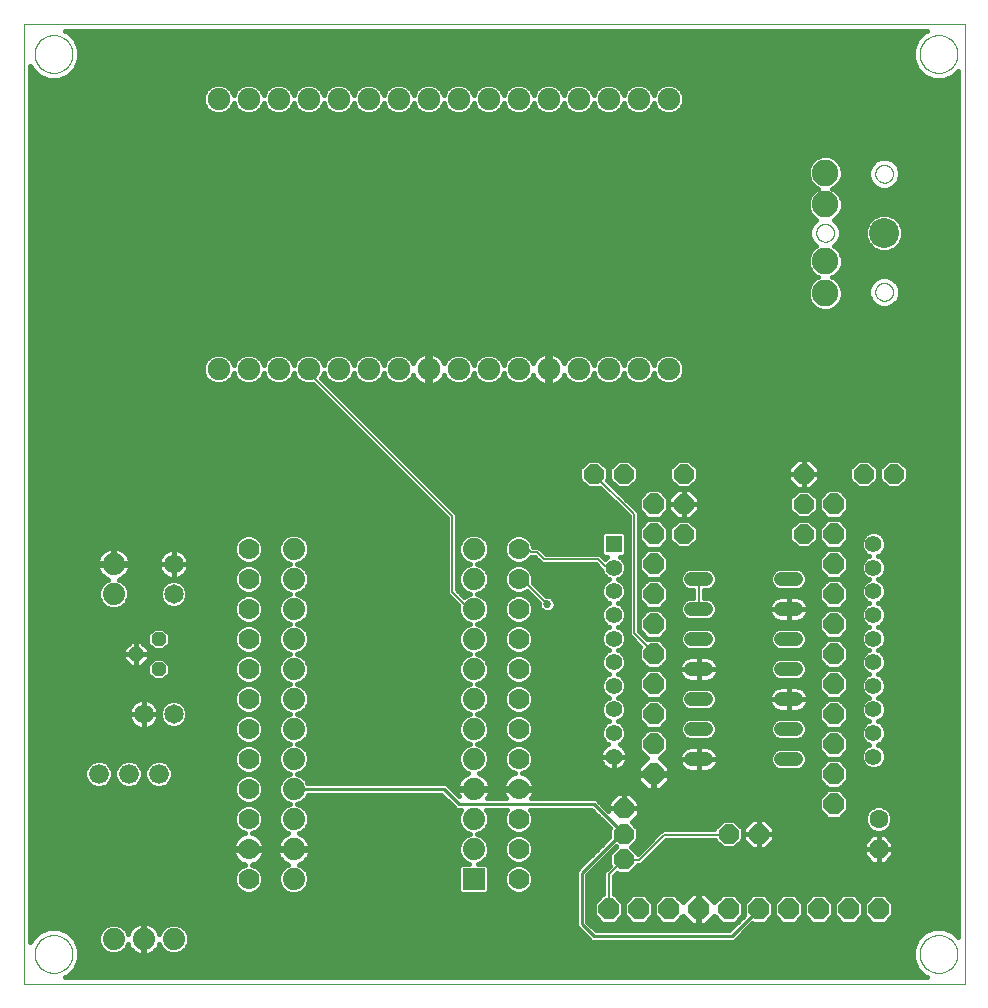
<source format=gbl>
G75*
%MOIN*%
%OFA0B0*%
%FSLAX25Y25*%
%IPPOS*%
%LPD*%
%AMOC8*
5,1,8,0,0,1.08239X$1,22.5*
%
%ADD10C,0.00000*%
%ADD11C,0.07400*%
%ADD12OC8,0.04800*%
%ADD13C,0.06500*%
%ADD14C,0.05600*%
%ADD15R,0.05600X0.05600*%
%ADD16OC8,0.06600*%
%ADD17OC8,0.06300*%
%ADD18C,0.06300*%
%ADD19C,0.04800*%
%ADD20OC8,0.07000*%
%ADD21R,0.07400X0.07400*%
%ADD22C,0.07000*%
%ADD23C,0.07500*%
%ADD24C,0.10000*%
%ADD25C,0.08858*%
%ADD26C,0.06600*%
%ADD27C,0.01000*%
%ADD28C,0.01600*%
%ADD29C,0.00600*%
%ADD30C,0.02700*%
D10*
X0001800Y0001800D02*
X0001800Y0321761D01*
X0315501Y0321761D01*
X0315501Y0001800D01*
X0001800Y0001800D01*
X0005501Y0011800D02*
X0005503Y0011958D01*
X0005509Y0012116D01*
X0005519Y0012274D01*
X0005533Y0012432D01*
X0005551Y0012589D01*
X0005572Y0012746D01*
X0005598Y0012902D01*
X0005628Y0013058D01*
X0005661Y0013213D01*
X0005699Y0013366D01*
X0005740Y0013519D01*
X0005785Y0013671D01*
X0005834Y0013822D01*
X0005887Y0013971D01*
X0005943Y0014119D01*
X0006003Y0014265D01*
X0006067Y0014410D01*
X0006135Y0014553D01*
X0006206Y0014695D01*
X0006280Y0014835D01*
X0006358Y0014972D01*
X0006440Y0015108D01*
X0006524Y0015242D01*
X0006613Y0015373D01*
X0006704Y0015502D01*
X0006799Y0015629D01*
X0006896Y0015754D01*
X0006997Y0015876D01*
X0007101Y0015995D01*
X0007208Y0016112D01*
X0007318Y0016226D01*
X0007431Y0016337D01*
X0007546Y0016446D01*
X0007664Y0016551D01*
X0007785Y0016653D01*
X0007908Y0016753D01*
X0008034Y0016849D01*
X0008162Y0016942D01*
X0008292Y0017032D01*
X0008425Y0017118D01*
X0008560Y0017202D01*
X0008696Y0017281D01*
X0008835Y0017358D01*
X0008976Y0017430D01*
X0009118Y0017500D01*
X0009262Y0017565D01*
X0009408Y0017627D01*
X0009555Y0017685D01*
X0009704Y0017740D01*
X0009854Y0017791D01*
X0010005Y0017838D01*
X0010157Y0017881D01*
X0010310Y0017920D01*
X0010465Y0017956D01*
X0010620Y0017987D01*
X0010776Y0018015D01*
X0010932Y0018039D01*
X0011089Y0018059D01*
X0011247Y0018075D01*
X0011404Y0018087D01*
X0011563Y0018095D01*
X0011721Y0018099D01*
X0011879Y0018099D01*
X0012037Y0018095D01*
X0012196Y0018087D01*
X0012353Y0018075D01*
X0012511Y0018059D01*
X0012668Y0018039D01*
X0012824Y0018015D01*
X0012980Y0017987D01*
X0013135Y0017956D01*
X0013290Y0017920D01*
X0013443Y0017881D01*
X0013595Y0017838D01*
X0013746Y0017791D01*
X0013896Y0017740D01*
X0014045Y0017685D01*
X0014192Y0017627D01*
X0014338Y0017565D01*
X0014482Y0017500D01*
X0014624Y0017430D01*
X0014765Y0017358D01*
X0014904Y0017281D01*
X0015040Y0017202D01*
X0015175Y0017118D01*
X0015308Y0017032D01*
X0015438Y0016942D01*
X0015566Y0016849D01*
X0015692Y0016753D01*
X0015815Y0016653D01*
X0015936Y0016551D01*
X0016054Y0016446D01*
X0016169Y0016337D01*
X0016282Y0016226D01*
X0016392Y0016112D01*
X0016499Y0015995D01*
X0016603Y0015876D01*
X0016704Y0015754D01*
X0016801Y0015629D01*
X0016896Y0015502D01*
X0016987Y0015373D01*
X0017076Y0015242D01*
X0017160Y0015108D01*
X0017242Y0014972D01*
X0017320Y0014835D01*
X0017394Y0014695D01*
X0017465Y0014553D01*
X0017533Y0014410D01*
X0017597Y0014265D01*
X0017657Y0014119D01*
X0017713Y0013971D01*
X0017766Y0013822D01*
X0017815Y0013671D01*
X0017860Y0013519D01*
X0017901Y0013366D01*
X0017939Y0013213D01*
X0017972Y0013058D01*
X0018002Y0012902D01*
X0018028Y0012746D01*
X0018049Y0012589D01*
X0018067Y0012432D01*
X0018081Y0012274D01*
X0018091Y0012116D01*
X0018097Y0011958D01*
X0018099Y0011800D01*
X0018097Y0011642D01*
X0018091Y0011484D01*
X0018081Y0011326D01*
X0018067Y0011168D01*
X0018049Y0011011D01*
X0018028Y0010854D01*
X0018002Y0010698D01*
X0017972Y0010542D01*
X0017939Y0010387D01*
X0017901Y0010234D01*
X0017860Y0010081D01*
X0017815Y0009929D01*
X0017766Y0009778D01*
X0017713Y0009629D01*
X0017657Y0009481D01*
X0017597Y0009335D01*
X0017533Y0009190D01*
X0017465Y0009047D01*
X0017394Y0008905D01*
X0017320Y0008765D01*
X0017242Y0008628D01*
X0017160Y0008492D01*
X0017076Y0008358D01*
X0016987Y0008227D01*
X0016896Y0008098D01*
X0016801Y0007971D01*
X0016704Y0007846D01*
X0016603Y0007724D01*
X0016499Y0007605D01*
X0016392Y0007488D01*
X0016282Y0007374D01*
X0016169Y0007263D01*
X0016054Y0007154D01*
X0015936Y0007049D01*
X0015815Y0006947D01*
X0015692Y0006847D01*
X0015566Y0006751D01*
X0015438Y0006658D01*
X0015308Y0006568D01*
X0015175Y0006482D01*
X0015040Y0006398D01*
X0014904Y0006319D01*
X0014765Y0006242D01*
X0014624Y0006170D01*
X0014482Y0006100D01*
X0014338Y0006035D01*
X0014192Y0005973D01*
X0014045Y0005915D01*
X0013896Y0005860D01*
X0013746Y0005809D01*
X0013595Y0005762D01*
X0013443Y0005719D01*
X0013290Y0005680D01*
X0013135Y0005644D01*
X0012980Y0005613D01*
X0012824Y0005585D01*
X0012668Y0005561D01*
X0012511Y0005541D01*
X0012353Y0005525D01*
X0012196Y0005513D01*
X0012037Y0005505D01*
X0011879Y0005501D01*
X0011721Y0005501D01*
X0011563Y0005505D01*
X0011404Y0005513D01*
X0011247Y0005525D01*
X0011089Y0005541D01*
X0010932Y0005561D01*
X0010776Y0005585D01*
X0010620Y0005613D01*
X0010465Y0005644D01*
X0010310Y0005680D01*
X0010157Y0005719D01*
X0010005Y0005762D01*
X0009854Y0005809D01*
X0009704Y0005860D01*
X0009555Y0005915D01*
X0009408Y0005973D01*
X0009262Y0006035D01*
X0009118Y0006100D01*
X0008976Y0006170D01*
X0008835Y0006242D01*
X0008696Y0006319D01*
X0008560Y0006398D01*
X0008425Y0006482D01*
X0008292Y0006568D01*
X0008162Y0006658D01*
X0008034Y0006751D01*
X0007908Y0006847D01*
X0007785Y0006947D01*
X0007664Y0007049D01*
X0007546Y0007154D01*
X0007431Y0007263D01*
X0007318Y0007374D01*
X0007208Y0007488D01*
X0007101Y0007605D01*
X0006997Y0007724D01*
X0006896Y0007846D01*
X0006799Y0007971D01*
X0006704Y0008098D01*
X0006613Y0008227D01*
X0006524Y0008358D01*
X0006440Y0008492D01*
X0006358Y0008628D01*
X0006280Y0008765D01*
X0006206Y0008905D01*
X0006135Y0009047D01*
X0006067Y0009190D01*
X0006003Y0009335D01*
X0005943Y0009481D01*
X0005887Y0009629D01*
X0005834Y0009778D01*
X0005785Y0009929D01*
X0005740Y0010081D01*
X0005699Y0010234D01*
X0005661Y0010387D01*
X0005628Y0010542D01*
X0005598Y0010698D01*
X0005572Y0010854D01*
X0005551Y0011011D01*
X0005533Y0011168D01*
X0005519Y0011326D01*
X0005509Y0011484D01*
X0005503Y0011642D01*
X0005501Y0011800D01*
X0266032Y0252194D02*
X0266034Y0252302D01*
X0266040Y0252411D01*
X0266050Y0252519D01*
X0266064Y0252626D01*
X0266082Y0252733D01*
X0266103Y0252840D01*
X0266129Y0252945D01*
X0266159Y0253050D01*
X0266192Y0253153D01*
X0266229Y0253255D01*
X0266270Y0253355D01*
X0266314Y0253454D01*
X0266363Y0253552D01*
X0266414Y0253647D01*
X0266469Y0253740D01*
X0266528Y0253832D01*
X0266590Y0253921D01*
X0266655Y0254008D01*
X0266723Y0254092D01*
X0266794Y0254174D01*
X0266868Y0254253D01*
X0266945Y0254329D01*
X0267025Y0254403D01*
X0267108Y0254473D01*
X0267193Y0254541D01*
X0267280Y0254605D01*
X0267370Y0254666D01*
X0267462Y0254724D01*
X0267556Y0254778D01*
X0267652Y0254829D01*
X0267749Y0254876D01*
X0267849Y0254920D01*
X0267950Y0254960D01*
X0268052Y0254996D01*
X0268155Y0255028D01*
X0268260Y0255057D01*
X0268366Y0255081D01*
X0268472Y0255102D01*
X0268579Y0255119D01*
X0268687Y0255132D01*
X0268795Y0255141D01*
X0268904Y0255146D01*
X0269012Y0255147D01*
X0269121Y0255144D01*
X0269229Y0255137D01*
X0269337Y0255126D01*
X0269444Y0255111D01*
X0269551Y0255092D01*
X0269657Y0255069D01*
X0269762Y0255043D01*
X0269867Y0255012D01*
X0269969Y0254978D01*
X0270071Y0254940D01*
X0270171Y0254898D01*
X0270270Y0254853D01*
X0270367Y0254804D01*
X0270461Y0254751D01*
X0270554Y0254695D01*
X0270645Y0254636D01*
X0270734Y0254573D01*
X0270820Y0254508D01*
X0270904Y0254439D01*
X0270985Y0254367D01*
X0271063Y0254292D01*
X0271139Y0254214D01*
X0271212Y0254133D01*
X0271282Y0254050D01*
X0271348Y0253965D01*
X0271412Y0253877D01*
X0271472Y0253786D01*
X0271529Y0253694D01*
X0271582Y0253599D01*
X0271632Y0253503D01*
X0271678Y0253405D01*
X0271721Y0253305D01*
X0271760Y0253204D01*
X0271795Y0253101D01*
X0271827Y0252998D01*
X0271854Y0252893D01*
X0271878Y0252787D01*
X0271898Y0252680D01*
X0271914Y0252573D01*
X0271926Y0252465D01*
X0271934Y0252357D01*
X0271938Y0252248D01*
X0271938Y0252140D01*
X0271934Y0252031D01*
X0271926Y0251923D01*
X0271914Y0251815D01*
X0271898Y0251708D01*
X0271878Y0251601D01*
X0271854Y0251495D01*
X0271827Y0251390D01*
X0271795Y0251287D01*
X0271760Y0251184D01*
X0271721Y0251083D01*
X0271678Y0250983D01*
X0271632Y0250885D01*
X0271582Y0250789D01*
X0271529Y0250694D01*
X0271472Y0250602D01*
X0271412Y0250511D01*
X0271348Y0250423D01*
X0271282Y0250338D01*
X0271212Y0250255D01*
X0271139Y0250174D01*
X0271063Y0250096D01*
X0270985Y0250021D01*
X0270904Y0249949D01*
X0270820Y0249880D01*
X0270734Y0249815D01*
X0270645Y0249752D01*
X0270554Y0249693D01*
X0270462Y0249637D01*
X0270367Y0249584D01*
X0270270Y0249535D01*
X0270171Y0249490D01*
X0270071Y0249448D01*
X0269969Y0249410D01*
X0269867Y0249376D01*
X0269762Y0249345D01*
X0269657Y0249319D01*
X0269551Y0249296D01*
X0269444Y0249277D01*
X0269337Y0249262D01*
X0269229Y0249251D01*
X0269121Y0249244D01*
X0269012Y0249241D01*
X0268904Y0249242D01*
X0268795Y0249247D01*
X0268687Y0249256D01*
X0268579Y0249269D01*
X0268472Y0249286D01*
X0268366Y0249307D01*
X0268260Y0249331D01*
X0268155Y0249360D01*
X0268052Y0249392D01*
X0267950Y0249428D01*
X0267849Y0249468D01*
X0267749Y0249512D01*
X0267652Y0249559D01*
X0267556Y0249610D01*
X0267462Y0249664D01*
X0267370Y0249722D01*
X0267280Y0249783D01*
X0267193Y0249847D01*
X0267108Y0249915D01*
X0267025Y0249985D01*
X0266945Y0250059D01*
X0266868Y0250135D01*
X0266794Y0250214D01*
X0266723Y0250296D01*
X0266655Y0250380D01*
X0266590Y0250467D01*
X0266528Y0250556D01*
X0266469Y0250648D01*
X0266414Y0250741D01*
X0266363Y0250836D01*
X0266314Y0250934D01*
X0266270Y0251033D01*
X0266229Y0251133D01*
X0266192Y0251235D01*
X0266159Y0251338D01*
X0266129Y0251443D01*
X0266103Y0251548D01*
X0266082Y0251655D01*
X0266064Y0251762D01*
X0266050Y0251869D01*
X0266040Y0251977D01*
X0266034Y0252086D01*
X0266032Y0252194D01*
X0285717Y0271879D02*
X0285719Y0271987D01*
X0285725Y0272096D01*
X0285735Y0272204D01*
X0285749Y0272311D01*
X0285767Y0272418D01*
X0285788Y0272525D01*
X0285814Y0272630D01*
X0285844Y0272735D01*
X0285877Y0272838D01*
X0285914Y0272940D01*
X0285955Y0273040D01*
X0285999Y0273139D01*
X0286048Y0273237D01*
X0286099Y0273332D01*
X0286154Y0273425D01*
X0286213Y0273517D01*
X0286275Y0273606D01*
X0286340Y0273693D01*
X0286408Y0273777D01*
X0286479Y0273859D01*
X0286553Y0273938D01*
X0286630Y0274014D01*
X0286710Y0274088D01*
X0286793Y0274158D01*
X0286878Y0274226D01*
X0286965Y0274290D01*
X0287055Y0274351D01*
X0287147Y0274409D01*
X0287241Y0274463D01*
X0287337Y0274514D01*
X0287434Y0274561D01*
X0287534Y0274605D01*
X0287635Y0274645D01*
X0287737Y0274681D01*
X0287840Y0274713D01*
X0287945Y0274742D01*
X0288051Y0274766D01*
X0288157Y0274787D01*
X0288264Y0274804D01*
X0288372Y0274817D01*
X0288480Y0274826D01*
X0288589Y0274831D01*
X0288697Y0274832D01*
X0288806Y0274829D01*
X0288914Y0274822D01*
X0289022Y0274811D01*
X0289129Y0274796D01*
X0289236Y0274777D01*
X0289342Y0274754D01*
X0289447Y0274728D01*
X0289552Y0274697D01*
X0289654Y0274663D01*
X0289756Y0274625D01*
X0289856Y0274583D01*
X0289955Y0274538D01*
X0290052Y0274489D01*
X0290146Y0274436D01*
X0290239Y0274380D01*
X0290330Y0274321D01*
X0290419Y0274258D01*
X0290505Y0274193D01*
X0290589Y0274124D01*
X0290670Y0274052D01*
X0290748Y0273977D01*
X0290824Y0273899D01*
X0290897Y0273818D01*
X0290967Y0273735D01*
X0291033Y0273650D01*
X0291097Y0273562D01*
X0291157Y0273471D01*
X0291214Y0273379D01*
X0291267Y0273284D01*
X0291317Y0273188D01*
X0291363Y0273090D01*
X0291406Y0272990D01*
X0291445Y0272889D01*
X0291480Y0272786D01*
X0291512Y0272683D01*
X0291539Y0272578D01*
X0291563Y0272472D01*
X0291583Y0272365D01*
X0291599Y0272258D01*
X0291611Y0272150D01*
X0291619Y0272042D01*
X0291623Y0271933D01*
X0291623Y0271825D01*
X0291619Y0271716D01*
X0291611Y0271608D01*
X0291599Y0271500D01*
X0291583Y0271393D01*
X0291563Y0271286D01*
X0291539Y0271180D01*
X0291512Y0271075D01*
X0291480Y0270972D01*
X0291445Y0270869D01*
X0291406Y0270768D01*
X0291363Y0270668D01*
X0291317Y0270570D01*
X0291267Y0270474D01*
X0291214Y0270379D01*
X0291157Y0270287D01*
X0291097Y0270196D01*
X0291033Y0270108D01*
X0290967Y0270023D01*
X0290897Y0269940D01*
X0290824Y0269859D01*
X0290748Y0269781D01*
X0290670Y0269706D01*
X0290589Y0269634D01*
X0290505Y0269565D01*
X0290419Y0269500D01*
X0290330Y0269437D01*
X0290239Y0269378D01*
X0290147Y0269322D01*
X0290052Y0269269D01*
X0289955Y0269220D01*
X0289856Y0269175D01*
X0289756Y0269133D01*
X0289654Y0269095D01*
X0289552Y0269061D01*
X0289447Y0269030D01*
X0289342Y0269004D01*
X0289236Y0268981D01*
X0289129Y0268962D01*
X0289022Y0268947D01*
X0288914Y0268936D01*
X0288806Y0268929D01*
X0288697Y0268926D01*
X0288589Y0268927D01*
X0288480Y0268932D01*
X0288372Y0268941D01*
X0288264Y0268954D01*
X0288157Y0268971D01*
X0288051Y0268992D01*
X0287945Y0269016D01*
X0287840Y0269045D01*
X0287737Y0269077D01*
X0287635Y0269113D01*
X0287534Y0269153D01*
X0287434Y0269197D01*
X0287337Y0269244D01*
X0287241Y0269295D01*
X0287147Y0269349D01*
X0287055Y0269407D01*
X0286965Y0269468D01*
X0286878Y0269532D01*
X0286793Y0269600D01*
X0286710Y0269670D01*
X0286630Y0269744D01*
X0286553Y0269820D01*
X0286479Y0269899D01*
X0286408Y0269981D01*
X0286340Y0270065D01*
X0286275Y0270152D01*
X0286213Y0270241D01*
X0286154Y0270333D01*
X0286099Y0270426D01*
X0286048Y0270521D01*
X0285999Y0270619D01*
X0285955Y0270718D01*
X0285914Y0270818D01*
X0285877Y0270920D01*
X0285844Y0271023D01*
X0285814Y0271128D01*
X0285788Y0271233D01*
X0285767Y0271340D01*
X0285749Y0271447D01*
X0285735Y0271554D01*
X0285725Y0271662D01*
X0285719Y0271771D01*
X0285717Y0271879D01*
X0285717Y0232509D02*
X0285719Y0232617D01*
X0285725Y0232726D01*
X0285735Y0232834D01*
X0285749Y0232941D01*
X0285767Y0233048D01*
X0285788Y0233155D01*
X0285814Y0233260D01*
X0285844Y0233365D01*
X0285877Y0233468D01*
X0285914Y0233570D01*
X0285955Y0233670D01*
X0285999Y0233769D01*
X0286048Y0233867D01*
X0286099Y0233962D01*
X0286154Y0234055D01*
X0286213Y0234147D01*
X0286275Y0234236D01*
X0286340Y0234323D01*
X0286408Y0234407D01*
X0286479Y0234489D01*
X0286553Y0234568D01*
X0286630Y0234644D01*
X0286710Y0234718D01*
X0286793Y0234788D01*
X0286878Y0234856D01*
X0286965Y0234920D01*
X0287055Y0234981D01*
X0287147Y0235039D01*
X0287241Y0235093D01*
X0287337Y0235144D01*
X0287434Y0235191D01*
X0287534Y0235235D01*
X0287635Y0235275D01*
X0287737Y0235311D01*
X0287840Y0235343D01*
X0287945Y0235372D01*
X0288051Y0235396D01*
X0288157Y0235417D01*
X0288264Y0235434D01*
X0288372Y0235447D01*
X0288480Y0235456D01*
X0288589Y0235461D01*
X0288697Y0235462D01*
X0288806Y0235459D01*
X0288914Y0235452D01*
X0289022Y0235441D01*
X0289129Y0235426D01*
X0289236Y0235407D01*
X0289342Y0235384D01*
X0289447Y0235358D01*
X0289552Y0235327D01*
X0289654Y0235293D01*
X0289756Y0235255D01*
X0289856Y0235213D01*
X0289955Y0235168D01*
X0290052Y0235119D01*
X0290146Y0235066D01*
X0290239Y0235010D01*
X0290330Y0234951D01*
X0290419Y0234888D01*
X0290505Y0234823D01*
X0290589Y0234754D01*
X0290670Y0234682D01*
X0290748Y0234607D01*
X0290824Y0234529D01*
X0290897Y0234448D01*
X0290967Y0234365D01*
X0291033Y0234280D01*
X0291097Y0234192D01*
X0291157Y0234101D01*
X0291214Y0234009D01*
X0291267Y0233914D01*
X0291317Y0233818D01*
X0291363Y0233720D01*
X0291406Y0233620D01*
X0291445Y0233519D01*
X0291480Y0233416D01*
X0291512Y0233313D01*
X0291539Y0233208D01*
X0291563Y0233102D01*
X0291583Y0232995D01*
X0291599Y0232888D01*
X0291611Y0232780D01*
X0291619Y0232672D01*
X0291623Y0232563D01*
X0291623Y0232455D01*
X0291619Y0232346D01*
X0291611Y0232238D01*
X0291599Y0232130D01*
X0291583Y0232023D01*
X0291563Y0231916D01*
X0291539Y0231810D01*
X0291512Y0231705D01*
X0291480Y0231602D01*
X0291445Y0231499D01*
X0291406Y0231398D01*
X0291363Y0231298D01*
X0291317Y0231200D01*
X0291267Y0231104D01*
X0291214Y0231009D01*
X0291157Y0230917D01*
X0291097Y0230826D01*
X0291033Y0230738D01*
X0290967Y0230653D01*
X0290897Y0230570D01*
X0290824Y0230489D01*
X0290748Y0230411D01*
X0290670Y0230336D01*
X0290589Y0230264D01*
X0290505Y0230195D01*
X0290419Y0230130D01*
X0290330Y0230067D01*
X0290239Y0230008D01*
X0290147Y0229952D01*
X0290052Y0229899D01*
X0289955Y0229850D01*
X0289856Y0229805D01*
X0289756Y0229763D01*
X0289654Y0229725D01*
X0289552Y0229691D01*
X0289447Y0229660D01*
X0289342Y0229634D01*
X0289236Y0229611D01*
X0289129Y0229592D01*
X0289022Y0229577D01*
X0288914Y0229566D01*
X0288806Y0229559D01*
X0288697Y0229556D01*
X0288589Y0229557D01*
X0288480Y0229562D01*
X0288372Y0229571D01*
X0288264Y0229584D01*
X0288157Y0229601D01*
X0288051Y0229622D01*
X0287945Y0229646D01*
X0287840Y0229675D01*
X0287737Y0229707D01*
X0287635Y0229743D01*
X0287534Y0229783D01*
X0287434Y0229827D01*
X0287337Y0229874D01*
X0287241Y0229925D01*
X0287147Y0229979D01*
X0287055Y0230037D01*
X0286965Y0230098D01*
X0286878Y0230162D01*
X0286793Y0230230D01*
X0286710Y0230300D01*
X0286630Y0230374D01*
X0286553Y0230450D01*
X0286479Y0230529D01*
X0286408Y0230611D01*
X0286340Y0230695D01*
X0286275Y0230782D01*
X0286213Y0230871D01*
X0286154Y0230963D01*
X0286099Y0231056D01*
X0286048Y0231151D01*
X0285999Y0231249D01*
X0285955Y0231348D01*
X0285914Y0231448D01*
X0285877Y0231550D01*
X0285844Y0231653D01*
X0285814Y0231758D01*
X0285788Y0231863D01*
X0285767Y0231970D01*
X0285749Y0232077D01*
X0285735Y0232184D01*
X0285725Y0232292D01*
X0285719Y0232401D01*
X0285717Y0232509D01*
X0300501Y0311800D02*
X0300503Y0311958D01*
X0300509Y0312116D01*
X0300519Y0312274D01*
X0300533Y0312432D01*
X0300551Y0312589D01*
X0300572Y0312746D01*
X0300598Y0312902D01*
X0300628Y0313058D01*
X0300661Y0313213D01*
X0300699Y0313366D01*
X0300740Y0313519D01*
X0300785Y0313671D01*
X0300834Y0313822D01*
X0300887Y0313971D01*
X0300943Y0314119D01*
X0301003Y0314265D01*
X0301067Y0314410D01*
X0301135Y0314553D01*
X0301206Y0314695D01*
X0301280Y0314835D01*
X0301358Y0314972D01*
X0301440Y0315108D01*
X0301524Y0315242D01*
X0301613Y0315373D01*
X0301704Y0315502D01*
X0301799Y0315629D01*
X0301896Y0315754D01*
X0301997Y0315876D01*
X0302101Y0315995D01*
X0302208Y0316112D01*
X0302318Y0316226D01*
X0302431Y0316337D01*
X0302546Y0316446D01*
X0302664Y0316551D01*
X0302785Y0316653D01*
X0302908Y0316753D01*
X0303034Y0316849D01*
X0303162Y0316942D01*
X0303292Y0317032D01*
X0303425Y0317118D01*
X0303560Y0317202D01*
X0303696Y0317281D01*
X0303835Y0317358D01*
X0303976Y0317430D01*
X0304118Y0317500D01*
X0304262Y0317565D01*
X0304408Y0317627D01*
X0304555Y0317685D01*
X0304704Y0317740D01*
X0304854Y0317791D01*
X0305005Y0317838D01*
X0305157Y0317881D01*
X0305310Y0317920D01*
X0305465Y0317956D01*
X0305620Y0317987D01*
X0305776Y0318015D01*
X0305932Y0318039D01*
X0306089Y0318059D01*
X0306247Y0318075D01*
X0306404Y0318087D01*
X0306563Y0318095D01*
X0306721Y0318099D01*
X0306879Y0318099D01*
X0307037Y0318095D01*
X0307196Y0318087D01*
X0307353Y0318075D01*
X0307511Y0318059D01*
X0307668Y0318039D01*
X0307824Y0318015D01*
X0307980Y0317987D01*
X0308135Y0317956D01*
X0308290Y0317920D01*
X0308443Y0317881D01*
X0308595Y0317838D01*
X0308746Y0317791D01*
X0308896Y0317740D01*
X0309045Y0317685D01*
X0309192Y0317627D01*
X0309338Y0317565D01*
X0309482Y0317500D01*
X0309624Y0317430D01*
X0309765Y0317358D01*
X0309904Y0317281D01*
X0310040Y0317202D01*
X0310175Y0317118D01*
X0310308Y0317032D01*
X0310438Y0316942D01*
X0310566Y0316849D01*
X0310692Y0316753D01*
X0310815Y0316653D01*
X0310936Y0316551D01*
X0311054Y0316446D01*
X0311169Y0316337D01*
X0311282Y0316226D01*
X0311392Y0316112D01*
X0311499Y0315995D01*
X0311603Y0315876D01*
X0311704Y0315754D01*
X0311801Y0315629D01*
X0311896Y0315502D01*
X0311987Y0315373D01*
X0312076Y0315242D01*
X0312160Y0315108D01*
X0312242Y0314972D01*
X0312320Y0314835D01*
X0312394Y0314695D01*
X0312465Y0314553D01*
X0312533Y0314410D01*
X0312597Y0314265D01*
X0312657Y0314119D01*
X0312713Y0313971D01*
X0312766Y0313822D01*
X0312815Y0313671D01*
X0312860Y0313519D01*
X0312901Y0313366D01*
X0312939Y0313213D01*
X0312972Y0313058D01*
X0313002Y0312902D01*
X0313028Y0312746D01*
X0313049Y0312589D01*
X0313067Y0312432D01*
X0313081Y0312274D01*
X0313091Y0312116D01*
X0313097Y0311958D01*
X0313099Y0311800D01*
X0313097Y0311642D01*
X0313091Y0311484D01*
X0313081Y0311326D01*
X0313067Y0311168D01*
X0313049Y0311011D01*
X0313028Y0310854D01*
X0313002Y0310698D01*
X0312972Y0310542D01*
X0312939Y0310387D01*
X0312901Y0310234D01*
X0312860Y0310081D01*
X0312815Y0309929D01*
X0312766Y0309778D01*
X0312713Y0309629D01*
X0312657Y0309481D01*
X0312597Y0309335D01*
X0312533Y0309190D01*
X0312465Y0309047D01*
X0312394Y0308905D01*
X0312320Y0308765D01*
X0312242Y0308628D01*
X0312160Y0308492D01*
X0312076Y0308358D01*
X0311987Y0308227D01*
X0311896Y0308098D01*
X0311801Y0307971D01*
X0311704Y0307846D01*
X0311603Y0307724D01*
X0311499Y0307605D01*
X0311392Y0307488D01*
X0311282Y0307374D01*
X0311169Y0307263D01*
X0311054Y0307154D01*
X0310936Y0307049D01*
X0310815Y0306947D01*
X0310692Y0306847D01*
X0310566Y0306751D01*
X0310438Y0306658D01*
X0310308Y0306568D01*
X0310175Y0306482D01*
X0310040Y0306398D01*
X0309904Y0306319D01*
X0309765Y0306242D01*
X0309624Y0306170D01*
X0309482Y0306100D01*
X0309338Y0306035D01*
X0309192Y0305973D01*
X0309045Y0305915D01*
X0308896Y0305860D01*
X0308746Y0305809D01*
X0308595Y0305762D01*
X0308443Y0305719D01*
X0308290Y0305680D01*
X0308135Y0305644D01*
X0307980Y0305613D01*
X0307824Y0305585D01*
X0307668Y0305561D01*
X0307511Y0305541D01*
X0307353Y0305525D01*
X0307196Y0305513D01*
X0307037Y0305505D01*
X0306879Y0305501D01*
X0306721Y0305501D01*
X0306563Y0305505D01*
X0306404Y0305513D01*
X0306247Y0305525D01*
X0306089Y0305541D01*
X0305932Y0305561D01*
X0305776Y0305585D01*
X0305620Y0305613D01*
X0305465Y0305644D01*
X0305310Y0305680D01*
X0305157Y0305719D01*
X0305005Y0305762D01*
X0304854Y0305809D01*
X0304704Y0305860D01*
X0304555Y0305915D01*
X0304408Y0305973D01*
X0304262Y0306035D01*
X0304118Y0306100D01*
X0303976Y0306170D01*
X0303835Y0306242D01*
X0303696Y0306319D01*
X0303560Y0306398D01*
X0303425Y0306482D01*
X0303292Y0306568D01*
X0303162Y0306658D01*
X0303034Y0306751D01*
X0302908Y0306847D01*
X0302785Y0306947D01*
X0302664Y0307049D01*
X0302546Y0307154D01*
X0302431Y0307263D01*
X0302318Y0307374D01*
X0302208Y0307488D01*
X0302101Y0307605D01*
X0301997Y0307724D01*
X0301896Y0307846D01*
X0301799Y0307971D01*
X0301704Y0308098D01*
X0301613Y0308227D01*
X0301524Y0308358D01*
X0301440Y0308492D01*
X0301358Y0308628D01*
X0301280Y0308765D01*
X0301206Y0308905D01*
X0301135Y0309047D01*
X0301067Y0309190D01*
X0301003Y0309335D01*
X0300943Y0309481D01*
X0300887Y0309629D01*
X0300834Y0309778D01*
X0300785Y0309929D01*
X0300740Y0310081D01*
X0300699Y0310234D01*
X0300661Y0310387D01*
X0300628Y0310542D01*
X0300598Y0310698D01*
X0300572Y0310854D01*
X0300551Y0311011D01*
X0300533Y0311168D01*
X0300519Y0311326D01*
X0300509Y0311484D01*
X0300503Y0311642D01*
X0300501Y0311800D01*
X0005501Y0311800D02*
X0005503Y0311958D01*
X0005509Y0312116D01*
X0005519Y0312274D01*
X0005533Y0312432D01*
X0005551Y0312589D01*
X0005572Y0312746D01*
X0005598Y0312902D01*
X0005628Y0313058D01*
X0005661Y0313213D01*
X0005699Y0313366D01*
X0005740Y0313519D01*
X0005785Y0313671D01*
X0005834Y0313822D01*
X0005887Y0313971D01*
X0005943Y0314119D01*
X0006003Y0314265D01*
X0006067Y0314410D01*
X0006135Y0314553D01*
X0006206Y0314695D01*
X0006280Y0314835D01*
X0006358Y0314972D01*
X0006440Y0315108D01*
X0006524Y0315242D01*
X0006613Y0315373D01*
X0006704Y0315502D01*
X0006799Y0315629D01*
X0006896Y0315754D01*
X0006997Y0315876D01*
X0007101Y0315995D01*
X0007208Y0316112D01*
X0007318Y0316226D01*
X0007431Y0316337D01*
X0007546Y0316446D01*
X0007664Y0316551D01*
X0007785Y0316653D01*
X0007908Y0316753D01*
X0008034Y0316849D01*
X0008162Y0316942D01*
X0008292Y0317032D01*
X0008425Y0317118D01*
X0008560Y0317202D01*
X0008696Y0317281D01*
X0008835Y0317358D01*
X0008976Y0317430D01*
X0009118Y0317500D01*
X0009262Y0317565D01*
X0009408Y0317627D01*
X0009555Y0317685D01*
X0009704Y0317740D01*
X0009854Y0317791D01*
X0010005Y0317838D01*
X0010157Y0317881D01*
X0010310Y0317920D01*
X0010465Y0317956D01*
X0010620Y0317987D01*
X0010776Y0318015D01*
X0010932Y0318039D01*
X0011089Y0318059D01*
X0011247Y0318075D01*
X0011404Y0318087D01*
X0011563Y0318095D01*
X0011721Y0318099D01*
X0011879Y0318099D01*
X0012037Y0318095D01*
X0012196Y0318087D01*
X0012353Y0318075D01*
X0012511Y0318059D01*
X0012668Y0318039D01*
X0012824Y0318015D01*
X0012980Y0317987D01*
X0013135Y0317956D01*
X0013290Y0317920D01*
X0013443Y0317881D01*
X0013595Y0317838D01*
X0013746Y0317791D01*
X0013896Y0317740D01*
X0014045Y0317685D01*
X0014192Y0317627D01*
X0014338Y0317565D01*
X0014482Y0317500D01*
X0014624Y0317430D01*
X0014765Y0317358D01*
X0014904Y0317281D01*
X0015040Y0317202D01*
X0015175Y0317118D01*
X0015308Y0317032D01*
X0015438Y0316942D01*
X0015566Y0316849D01*
X0015692Y0316753D01*
X0015815Y0316653D01*
X0015936Y0316551D01*
X0016054Y0316446D01*
X0016169Y0316337D01*
X0016282Y0316226D01*
X0016392Y0316112D01*
X0016499Y0315995D01*
X0016603Y0315876D01*
X0016704Y0315754D01*
X0016801Y0315629D01*
X0016896Y0315502D01*
X0016987Y0315373D01*
X0017076Y0315242D01*
X0017160Y0315108D01*
X0017242Y0314972D01*
X0017320Y0314835D01*
X0017394Y0314695D01*
X0017465Y0314553D01*
X0017533Y0314410D01*
X0017597Y0314265D01*
X0017657Y0314119D01*
X0017713Y0313971D01*
X0017766Y0313822D01*
X0017815Y0313671D01*
X0017860Y0313519D01*
X0017901Y0313366D01*
X0017939Y0313213D01*
X0017972Y0313058D01*
X0018002Y0312902D01*
X0018028Y0312746D01*
X0018049Y0312589D01*
X0018067Y0312432D01*
X0018081Y0312274D01*
X0018091Y0312116D01*
X0018097Y0311958D01*
X0018099Y0311800D01*
X0018097Y0311642D01*
X0018091Y0311484D01*
X0018081Y0311326D01*
X0018067Y0311168D01*
X0018049Y0311011D01*
X0018028Y0310854D01*
X0018002Y0310698D01*
X0017972Y0310542D01*
X0017939Y0310387D01*
X0017901Y0310234D01*
X0017860Y0310081D01*
X0017815Y0309929D01*
X0017766Y0309778D01*
X0017713Y0309629D01*
X0017657Y0309481D01*
X0017597Y0309335D01*
X0017533Y0309190D01*
X0017465Y0309047D01*
X0017394Y0308905D01*
X0017320Y0308765D01*
X0017242Y0308628D01*
X0017160Y0308492D01*
X0017076Y0308358D01*
X0016987Y0308227D01*
X0016896Y0308098D01*
X0016801Y0307971D01*
X0016704Y0307846D01*
X0016603Y0307724D01*
X0016499Y0307605D01*
X0016392Y0307488D01*
X0016282Y0307374D01*
X0016169Y0307263D01*
X0016054Y0307154D01*
X0015936Y0307049D01*
X0015815Y0306947D01*
X0015692Y0306847D01*
X0015566Y0306751D01*
X0015438Y0306658D01*
X0015308Y0306568D01*
X0015175Y0306482D01*
X0015040Y0306398D01*
X0014904Y0306319D01*
X0014765Y0306242D01*
X0014624Y0306170D01*
X0014482Y0306100D01*
X0014338Y0306035D01*
X0014192Y0305973D01*
X0014045Y0305915D01*
X0013896Y0305860D01*
X0013746Y0305809D01*
X0013595Y0305762D01*
X0013443Y0305719D01*
X0013290Y0305680D01*
X0013135Y0305644D01*
X0012980Y0305613D01*
X0012824Y0305585D01*
X0012668Y0305561D01*
X0012511Y0305541D01*
X0012353Y0305525D01*
X0012196Y0305513D01*
X0012037Y0305505D01*
X0011879Y0305501D01*
X0011721Y0305501D01*
X0011563Y0305505D01*
X0011404Y0305513D01*
X0011247Y0305525D01*
X0011089Y0305541D01*
X0010932Y0305561D01*
X0010776Y0305585D01*
X0010620Y0305613D01*
X0010465Y0305644D01*
X0010310Y0305680D01*
X0010157Y0305719D01*
X0010005Y0305762D01*
X0009854Y0305809D01*
X0009704Y0305860D01*
X0009555Y0305915D01*
X0009408Y0305973D01*
X0009262Y0306035D01*
X0009118Y0306100D01*
X0008976Y0306170D01*
X0008835Y0306242D01*
X0008696Y0306319D01*
X0008560Y0306398D01*
X0008425Y0306482D01*
X0008292Y0306568D01*
X0008162Y0306658D01*
X0008034Y0306751D01*
X0007908Y0306847D01*
X0007785Y0306947D01*
X0007664Y0307049D01*
X0007546Y0307154D01*
X0007431Y0307263D01*
X0007318Y0307374D01*
X0007208Y0307488D01*
X0007101Y0307605D01*
X0006997Y0307724D01*
X0006896Y0307846D01*
X0006799Y0307971D01*
X0006704Y0308098D01*
X0006613Y0308227D01*
X0006524Y0308358D01*
X0006440Y0308492D01*
X0006358Y0308628D01*
X0006280Y0308765D01*
X0006206Y0308905D01*
X0006135Y0309047D01*
X0006067Y0309190D01*
X0006003Y0309335D01*
X0005943Y0309481D01*
X0005887Y0309629D01*
X0005834Y0309778D01*
X0005785Y0309929D01*
X0005740Y0310081D01*
X0005699Y0310234D01*
X0005661Y0310387D01*
X0005628Y0310542D01*
X0005598Y0310698D01*
X0005572Y0310854D01*
X0005551Y0311011D01*
X0005533Y0311168D01*
X0005519Y0311326D01*
X0005509Y0311484D01*
X0005503Y0311642D01*
X0005501Y0311800D01*
X0300501Y0011800D02*
X0300503Y0011958D01*
X0300509Y0012116D01*
X0300519Y0012274D01*
X0300533Y0012432D01*
X0300551Y0012589D01*
X0300572Y0012746D01*
X0300598Y0012902D01*
X0300628Y0013058D01*
X0300661Y0013213D01*
X0300699Y0013366D01*
X0300740Y0013519D01*
X0300785Y0013671D01*
X0300834Y0013822D01*
X0300887Y0013971D01*
X0300943Y0014119D01*
X0301003Y0014265D01*
X0301067Y0014410D01*
X0301135Y0014553D01*
X0301206Y0014695D01*
X0301280Y0014835D01*
X0301358Y0014972D01*
X0301440Y0015108D01*
X0301524Y0015242D01*
X0301613Y0015373D01*
X0301704Y0015502D01*
X0301799Y0015629D01*
X0301896Y0015754D01*
X0301997Y0015876D01*
X0302101Y0015995D01*
X0302208Y0016112D01*
X0302318Y0016226D01*
X0302431Y0016337D01*
X0302546Y0016446D01*
X0302664Y0016551D01*
X0302785Y0016653D01*
X0302908Y0016753D01*
X0303034Y0016849D01*
X0303162Y0016942D01*
X0303292Y0017032D01*
X0303425Y0017118D01*
X0303560Y0017202D01*
X0303696Y0017281D01*
X0303835Y0017358D01*
X0303976Y0017430D01*
X0304118Y0017500D01*
X0304262Y0017565D01*
X0304408Y0017627D01*
X0304555Y0017685D01*
X0304704Y0017740D01*
X0304854Y0017791D01*
X0305005Y0017838D01*
X0305157Y0017881D01*
X0305310Y0017920D01*
X0305465Y0017956D01*
X0305620Y0017987D01*
X0305776Y0018015D01*
X0305932Y0018039D01*
X0306089Y0018059D01*
X0306247Y0018075D01*
X0306404Y0018087D01*
X0306563Y0018095D01*
X0306721Y0018099D01*
X0306879Y0018099D01*
X0307037Y0018095D01*
X0307196Y0018087D01*
X0307353Y0018075D01*
X0307511Y0018059D01*
X0307668Y0018039D01*
X0307824Y0018015D01*
X0307980Y0017987D01*
X0308135Y0017956D01*
X0308290Y0017920D01*
X0308443Y0017881D01*
X0308595Y0017838D01*
X0308746Y0017791D01*
X0308896Y0017740D01*
X0309045Y0017685D01*
X0309192Y0017627D01*
X0309338Y0017565D01*
X0309482Y0017500D01*
X0309624Y0017430D01*
X0309765Y0017358D01*
X0309904Y0017281D01*
X0310040Y0017202D01*
X0310175Y0017118D01*
X0310308Y0017032D01*
X0310438Y0016942D01*
X0310566Y0016849D01*
X0310692Y0016753D01*
X0310815Y0016653D01*
X0310936Y0016551D01*
X0311054Y0016446D01*
X0311169Y0016337D01*
X0311282Y0016226D01*
X0311392Y0016112D01*
X0311499Y0015995D01*
X0311603Y0015876D01*
X0311704Y0015754D01*
X0311801Y0015629D01*
X0311896Y0015502D01*
X0311987Y0015373D01*
X0312076Y0015242D01*
X0312160Y0015108D01*
X0312242Y0014972D01*
X0312320Y0014835D01*
X0312394Y0014695D01*
X0312465Y0014553D01*
X0312533Y0014410D01*
X0312597Y0014265D01*
X0312657Y0014119D01*
X0312713Y0013971D01*
X0312766Y0013822D01*
X0312815Y0013671D01*
X0312860Y0013519D01*
X0312901Y0013366D01*
X0312939Y0013213D01*
X0312972Y0013058D01*
X0313002Y0012902D01*
X0313028Y0012746D01*
X0313049Y0012589D01*
X0313067Y0012432D01*
X0313081Y0012274D01*
X0313091Y0012116D01*
X0313097Y0011958D01*
X0313099Y0011800D01*
X0313097Y0011642D01*
X0313091Y0011484D01*
X0313081Y0011326D01*
X0313067Y0011168D01*
X0313049Y0011011D01*
X0313028Y0010854D01*
X0313002Y0010698D01*
X0312972Y0010542D01*
X0312939Y0010387D01*
X0312901Y0010234D01*
X0312860Y0010081D01*
X0312815Y0009929D01*
X0312766Y0009778D01*
X0312713Y0009629D01*
X0312657Y0009481D01*
X0312597Y0009335D01*
X0312533Y0009190D01*
X0312465Y0009047D01*
X0312394Y0008905D01*
X0312320Y0008765D01*
X0312242Y0008628D01*
X0312160Y0008492D01*
X0312076Y0008358D01*
X0311987Y0008227D01*
X0311896Y0008098D01*
X0311801Y0007971D01*
X0311704Y0007846D01*
X0311603Y0007724D01*
X0311499Y0007605D01*
X0311392Y0007488D01*
X0311282Y0007374D01*
X0311169Y0007263D01*
X0311054Y0007154D01*
X0310936Y0007049D01*
X0310815Y0006947D01*
X0310692Y0006847D01*
X0310566Y0006751D01*
X0310438Y0006658D01*
X0310308Y0006568D01*
X0310175Y0006482D01*
X0310040Y0006398D01*
X0309904Y0006319D01*
X0309765Y0006242D01*
X0309624Y0006170D01*
X0309482Y0006100D01*
X0309338Y0006035D01*
X0309192Y0005973D01*
X0309045Y0005915D01*
X0308896Y0005860D01*
X0308746Y0005809D01*
X0308595Y0005762D01*
X0308443Y0005719D01*
X0308290Y0005680D01*
X0308135Y0005644D01*
X0307980Y0005613D01*
X0307824Y0005585D01*
X0307668Y0005561D01*
X0307511Y0005541D01*
X0307353Y0005525D01*
X0307196Y0005513D01*
X0307037Y0005505D01*
X0306879Y0005501D01*
X0306721Y0005501D01*
X0306563Y0005505D01*
X0306404Y0005513D01*
X0306247Y0005525D01*
X0306089Y0005541D01*
X0305932Y0005561D01*
X0305776Y0005585D01*
X0305620Y0005613D01*
X0305465Y0005644D01*
X0305310Y0005680D01*
X0305157Y0005719D01*
X0305005Y0005762D01*
X0304854Y0005809D01*
X0304704Y0005860D01*
X0304555Y0005915D01*
X0304408Y0005973D01*
X0304262Y0006035D01*
X0304118Y0006100D01*
X0303976Y0006170D01*
X0303835Y0006242D01*
X0303696Y0006319D01*
X0303560Y0006398D01*
X0303425Y0006482D01*
X0303292Y0006568D01*
X0303162Y0006658D01*
X0303034Y0006751D01*
X0302908Y0006847D01*
X0302785Y0006947D01*
X0302664Y0007049D01*
X0302546Y0007154D01*
X0302431Y0007263D01*
X0302318Y0007374D01*
X0302208Y0007488D01*
X0302101Y0007605D01*
X0301997Y0007724D01*
X0301896Y0007846D01*
X0301799Y0007971D01*
X0301704Y0008098D01*
X0301613Y0008227D01*
X0301524Y0008358D01*
X0301440Y0008492D01*
X0301358Y0008628D01*
X0301280Y0008765D01*
X0301206Y0008905D01*
X0301135Y0009047D01*
X0301067Y0009190D01*
X0301003Y0009335D01*
X0300943Y0009481D01*
X0300887Y0009629D01*
X0300834Y0009778D01*
X0300785Y0009929D01*
X0300740Y0010081D01*
X0300699Y0010234D01*
X0300661Y0010387D01*
X0300628Y0010542D01*
X0300598Y0010698D01*
X0300572Y0010854D01*
X0300551Y0011011D01*
X0300533Y0011168D01*
X0300519Y0011326D01*
X0300509Y0011484D01*
X0300503Y0011642D01*
X0300501Y0011800D01*
D11*
X0151800Y0046800D03*
X0151800Y0056800D03*
X0151800Y0066800D03*
X0151800Y0076800D03*
X0151800Y0086800D03*
X0151800Y0096800D03*
X0151800Y0106800D03*
X0151800Y0116800D03*
X0151800Y0126800D03*
X0151800Y0136800D03*
X0151800Y0146800D03*
X0091800Y0146800D03*
X0091800Y0136800D03*
X0091800Y0126800D03*
X0091800Y0116800D03*
X0091800Y0106800D03*
X0091800Y0096800D03*
X0091800Y0086800D03*
X0091800Y0076800D03*
X0091800Y0066800D03*
X0091800Y0056800D03*
X0091800Y0046800D03*
X0091800Y0036800D03*
X0051800Y0016800D03*
X0041800Y0016800D03*
X0031800Y0016800D03*
X0031800Y0131800D03*
X0031800Y0141800D03*
D12*
X0046800Y0116800D03*
X0039300Y0111800D03*
X0046800Y0106800D03*
D13*
X0041800Y0091800D03*
X0051800Y0091800D03*
X0051800Y0131800D03*
X0051800Y0141800D03*
D14*
X0198493Y0140580D03*
X0198493Y0132706D03*
X0198493Y0124831D03*
X0198493Y0116957D03*
X0198493Y0109083D03*
X0198493Y0101209D03*
X0198493Y0093335D03*
X0198493Y0085461D03*
X0198493Y0077587D03*
X0285107Y0077587D03*
X0285107Y0085461D03*
X0285107Y0093335D03*
X0285107Y0101209D03*
X0285107Y0109083D03*
X0285107Y0116957D03*
X0285107Y0124831D03*
X0285107Y0132706D03*
X0285107Y0140580D03*
X0285107Y0148454D03*
D15*
X0198493Y0148454D03*
D16*
X0221800Y0151800D03*
X0221800Y0161800D03*
X0221800Y0171800D03*
X0201800Y0171800D03*
X0191800Y0171800D03*
X0261800Y0171800D03*
X0261800Y0161800D03*
X0261800Y0151800D03*
X0281800Y0171800D03*
X0291800Y0171800D03*
X0201800Y0060300D03*
X0201800Y0051800D03*
X0201800Y0043300D03*
X0236800Y0051800D03*
X0246800Y0051800D03*
D17*
X0286800Y0046800D03*
D18*
X0286800Y0056800D03*
D19*
X0259200Y0076800D02*
X0254400Y0076800D01*
X0254400Y0086800D02*
X0259200Y0086800D01*
X0259200Y0096800D02*
X0254400Y0096800D01*
X0254400Y0106800D02*
X0259200Y0106800D01*
X0259200Y0116800D02*
X0254400Y0116800D01*
X0254400Y0126800D02*
X0259200Y0126800D01*
X0259200Y0136800D02*
X0254400Y0136800D01*
X0229200Y0136800D02*
X0224400Y0136800D01*
X0224400Y0126800D02*
X0229200Y0126800D01*
X0229200Y0116800D02*
X0224400Y0116800D01*
X0224400Y0106800D02*
X0229200Y0106800D01*
X0229200Y0096800D02*
X0224400Y0096800D01*
X0224400Y0086800D02*
X0229200Y0086800D01*
X0229200Y0076800D02*
X0224400Y0076800D01*
D20*
X0211800Y0071800D03*
X0211800Y0081800D03*
X0211800Y0091800D03*
X0211800Y0101800D03*
X0211800Y0111800D03*
X0211800Y0121800D03*
X0211800Y0131800D03*
X0211800Y0141800D03*
X0211800Y0151800D03*
X0211800Y0161800D03*
X0271800Y0161800D03*
X0271800Y0151800D03*
X0271800Y0141800D03*
X0271800Y0131800D03*
X0271800Y0121800D03*
X0271800Y0111800D03*
X0271800Y0101800D03*
X0271800Y0091800D03*
X0271800Y0081800D03*
X0271800Y0071800D03*
X0271800Y0061800D03*
X0266800Y0026800D03*
X0276800Y0026800D03*
X0286800Y0026800D03*
X0256800Y0026800D03*
X0246800Y0026800D03*
X0236800Y0026800D03*
X0226800Y0026800D03*
X0216800Y0026800D03*
X0206800Y0026800D03*
X0196800Y0026800D03*
D21*
X0151800Y0036800D03*
D22*
X0166800Y0036800D03*
X0166800Y0046800D03*
X0166800Y0056800D03*
X0166800Y0066800D03*
X0166800Y0076800D03*
X0166800Y0086800D03*
X0166800Y0096800D03*
X0166800Y0106800D03*
X0166800Y0116800D03*
X0166800Y0126800D03*
X0166800Y0136800D03*
X0166800Y0146800D03*
X0076800Y0146800D03*
X0076800Y0136800D03*
X0076800Y0126800D03*
X0076800Y0116800D03*
X0076800Y0106800D03*
X0076800Y0096800D03*
X0076800Y0086800D03*
X0076800Y0076800D03*
X0076800Y0066800D03*
X0076800Y0056800D03*
X0076800Y0046800D03*
X0076800Y0036800D03*
D23*
X0076800Y0206800D03*
X0066800Y0206800D03*
X0086800Y0206800D03*
X0096800Y0206800D03*
X0106800Y0206800D03*
X0116800Y0206800D03*
X0126800Y0206800D03*
X0136800Y0206800D03*
X0146800Y0206800D03*
X0156800Y0206800D03*
X0166800Y0206800D03*
X0176800Y0206800D03*
X0186800Y0206800D03*
X0196800Y0206800D03*
X0206800Y0206800D03*
X0216800Y0206800D03*
X0216800Y0296800D03*
X0206800Y0296800D03*
X0196800Y0296800D03*
X0186800Y0296800D03*
X0176800Y0296800D03*
X0166800Y0296800D03*
X0156800Y0296800D03*
X0146800Y0296800D03*
X0136800Y0296800D03*
X0126800Y0296800D03*
X0116800Y0296800D03*
X0106800Y0296800D03*
X0096800Y0296800D03*
X0086800Y0296800D03*
X0076800Y0296800D03*
X0066800Y0296800D03*
D24*
X0288670Y0252194D03*
D25*
X0268985Y0261643D03*
X0268985Y0272272D03*
X0268985Y0242745D03*
X0268985Y0232115D03*
D26*
X0046800Y0071800D03*
X0036800Y0071800D03*
X0026800Y0071800D03*
D27*
X0091800Y0066800D02*
X0141800Y0066800D01*
X0146800Y0061800D01*
X0191800Y0061800D01*
X0201800Y0051800D01*
X0200800Y0051800D01*
X0187800Y0038800D01*
X0187800Y0021800D01*
X0191800Y0017800D01*
X0237800Y0017800D01*
X0246800Y0026800D01*
D28*
X0243644Y0030573D02*
X0239956Y0030573D01*
X0238830Y0031700D02*
X0234770Y0031700D01*
X0232083Y0029012D01*
X0228995Y0032100D01*
X0227000Y0032100D01*
X0227000Y0027000D01*
X0226600Y0027000D01*
X0226600Y0032100D01*
X0224605Y0032100D01*
X0221517Y0029012D01*
X0218830Y0031700D01*
X0214770Y0031700D01*
X0211900Y0028830D01*
X0211900Y0024770D01*
X0214770Y0021900D01*
X0218830Y0021900D01*
X0221517Y0024588D01*
X0224605Y0021500D01*
X0226600Y0021500D01*
X0226600Y0026600D01*
X0227000Y0026600D01*
X0227000Y0021500D01*
X0228995Y0021500D01*
X0232083Y0024588D01*
X0234770Y0021900D01*
X0238830Y0021900D01*
X0241700Y0024770D01*
X0241700Y0028830D01*
X0238830Y0031700D01*
X0241555Y0028975D02*
X0242045Y0028975D01*
X0241900Y0028830D02*
X0241900Y0024770D01*
X0241992Y0024679D01*
X0237013Y0019700D01*
X0192587Y0019700D01*
X0189700Y0022587D01*
X0189700Y0038013D01*
X0199320Y0047633D01*
X0199403Y0047550D01*
X0197100Y0045247D01*
X0197100Y0041353D01*
X0197225Y0041229D01*
X0196096Y0040100D01*
X0195100Y0039104D01*
X0195100Y0031700D01*
X0194770Y0031700D01*
X0191900Y0028830D01*
X0191900Y0024770D01*
X0194770Y0021900D01*
X0198830Y0021900D01*
X0201700Y0024770D01*
X0201700Y0028830D01*
X0198830Y0031700D01*
X0198500Y0031700D01*
X0198500Y0037696D01*
X0199629Y0038825D01*
X0199853Y0038600D01*
X0203747Y0038600D01*
X0206500Y0041353D01*
X0206500Y0041500D01*
X0207704Y0041500D01*
X0208700Y0042496D01*
X0216104Y0049900D01*
X0232100Y0049900D01*
X0232100Y0049853D01*
X0234853Y0047100D01*
X0238747Y0047100D01*
X0241500Y0049853D01*
X0241500Y0053747D01*
X0238747Y0056500D01*
X0234853Y0056500D01*
X0232100Y0053747D01*
X0232100Y0053300D01*
X0214696Y0053300D01*
X0206500Y0045104D01*
X0206500Y0045247D01*
X0204197Y0047550D01*
X0206500Y0049853D01*
X0206500Y0053747D01*
X0204480Y0055767D01*
X0206900Y0058188D01*
X0206900Y0060300D01*
X0206900Y0062412D01*
X0203912Y0065400D01*
X0201800Y0065400D01*
X0201800Y0060300D01*
X0201800Y0060300D01*
X0206900Y0060300D01*
X0201800Y0060300D01*
X0201800Y0060300D01*
X0201800Y0060300D01*
X0196700Y0060300D01*
X0196700Y0062412D01*
X0199688Y0065400D01*
X0201800Y0065400D01*
X0201800Y0060300D01*
X0196700Y0060300D01*
X0196700Y0059587D01*
X0192587Y0063700D01*
X0171099Y0063700D01*
X0171333Y0064022D01*
X0171712Y0064766D01*
X0171969Y0065559D01*
X0172100Y0066383D01*
X0172100Y0066600D01*
X0167000Y0066600D01*
X0167000Y0067000D01*
X0172100Y0067000D01*
X0172100Y0067217D01*
X0171969Y0068041D01*
X0171712Y0068834D01*
X0171333Y0069578D01*
X0170843Y0070253D01*
X0170253Y0070843D01*
X0169578Y0071333D01*
X0168834Y0071712D01*
X0168041Y0071969D01*
X0167970Y0071981D01*
X0169576Y0072646D01*
X0170954Y0074024D01*
X0171700Y0075825D01*
X0171700Y0077775D01*
X0170954Y0079576D01*
X0169576Y0080954D01*
X0167775Y0081700D01*
X0165825Y0081700D01*
X0164024Y0080954D01*
X0162646Y0079576D01*
X0161900Y0077775D01*
X0161900Y0075825D01*
X0162646Y0074024D01*
X0164024Y0072646D01*
X0165630Y0071981D01*
X0165559Y0071969D01*
X0164766Y0071712D01*
X0164022Y0071333D01*
X0163347Y0070843D01*
X0162757Y0070253D01*
X0162267Y0069578D01*
X0161888Y0068834D01*
X0161630Y0068041D01*
X0161500Y0067217D01*
X0161500Y0067000D01*
X0166600Y0067000D01*
X0166600Y0066600D01*
X0161500Y0066600D01*
X0161500Y0066383D01*
X0161630Y0065559D01*
X0161888Y0064766D01*
X0162267Y0064022D01*
X0162501Y0063700D01*
X0156346Y0063700D01*
X0156504Y0063917D01*
X0156897Y0064689D01*
X0157165Y0065512D01*
X0157300Y0066367D01*
X0157300Y0066600D01*
X0152000Y0066600D01*
X0152000Y0067000D01*
X0157300Y0067000D01*
X0157300Y0067233D01*
X0157165Y0068088D01*
X0156897Y0068911D01*
X0156504Y0069683D01*
X0155995Y0070383D01*
X0155383Y0070995D01*
X0154683Y0071504D01*
X0153911Y0071897D01*
X0153563Y0072010D01*
X0154689Y0072476D01*
X0156124Y0073911D01*
X0156900Y0075786D01*
X0156900Y0077814D01*
X0156124Y0079689D01*
X0154689Y0081124D01*
X0153056Y0081800D01*
X0154689Y0082476D01*
X0156124Y0083911D01*
X0156900Y0085786D01*
X0156900Y0087814D01*
X0156124Y0089689D01*
X0154689Y0091124D01*
X0153056Y0091800D01*
X0154689Y0092476D01*
X0156124Y0093911D01*
X0156900Y0095786D01*
X0156900Y0097814D01*
X0156124Y0099689D01*
X0154689Y0101124D01*
X0153056Y0101800D01*
X0154689Y0102476D01*
X0156124Y0103911D01*
X0156900Y0105786D01*
X0156900Y0107814D01*
X0156124Y0109689D01*
X0154689Y0111124D01*
X0153056Y0111800D01*
X0154689Y0112476D01*
X0156124Y0113911D01*
X0156900Y0115786D01*
X0156900Y0117814D01*
X0156124Y0119689D01*
X0154689Y0121124D01*
X0153056Y0121800D01*
X0154689Y0122476D01*
X0156124Y0123911D01*
X0156900Y0125786D01*
X0156900Y0127814D01*
X0156124Y0129689D01*
X0154689Y0131124D01*
X0153056Y0131800D01*
X0154689Y0132476D01*
X0156124Y0133911D01*
X0156900Y0135786D01*
X0156900Y0137814D01*
X0156124Y0139689D01*
X0154689Y0141124D01*
X0153056Y0141800D01*
X0154689Y0142476D01*
X0156124Y0143911D01*
X0156900Y0145786D01*
X0156900Y0147814D01*
X0156124Y0149689D01*
X0154689Y0151124D01*
X0152814Y0151900D01*
X0150786Y0151900D01*
X0148911Y0151124D01*
X0147476Y0149689D01*
X0146700Y0147814D01*
X0146700Y0145786D01*
X0147476Y0143911D01*
X0148911Y0142476D01*
X0150544Y0141800D01*
X0148911Y0141124D01*
X0147476Y0139689D01*
X0146700Y0137814D01*
X0146700Y0135786D01*
X0147476Y0133911D01*
X0148911Y0132476D01*
X0150544Y0131800D01*
X0148911Y0131124D01*
X0148696Y0130908D01*
X0146300Y0133304D01*
X0146300Y0158504D01*
X0145304Y0159500D01*
X0101044Y0203760D01*
X0101166Y0203883D01*
X0101800Y0205413D01*
X0102434Y0203883D01*
X0103883Y0202434D01*
X0105776Y0201650D01*
X0107824Y0201650D01*
X0109717Y0202434D01*
X0111166Y0203883D01*
X0111800Y0205413D01*
X0112434Y0203883D01*
X0113883Y0202434D01*
X0115776Y0201650D01*
X0117824Y0201650D01*
X0119717Y0202434D01*
X0121166Y0203883D01*
X0121800Y0205413D01*
X0122434Y0203883D01*
X0123883Y0202434D01*
X0125776Y0201650D01*
X0127824Y0201650D01*
X0129717Y0202434D01*
X0131166Y0203883D01*
X0131584Y0204892D01*
X0131657Y0204670D01*
X0132053Y0203891D01*
X0132567Y0203184D01*
X0133184Y0202567D01*
X0133891Y0202053D01*
X0134670Y0201657D01*
X0135500Y0201387D01*
X0136350Y0201252D01*
X0136350Y0206350D01*
X0137250Y0206350D01*
X0137250Y0201252D01*
X0138100Y0201387D01*
X0138930Y0201657D01*
X0139709Y0202053D01*
X0140416Y0202567D01*
X0141033Y0203184D01*
X0141547Y0203891D01*
X0141943Y0204670D01*
X0142016Y0204892D01*
X0142434Y0203883D01*
X0143883Y0202434D01*
X0145776Y0201650D01*
X0147824Y0201650D01*
X0149717Y0202434D01*
X0151166Y0203883D01*
X0151800Y0205413D01*
X0152434Y0203883D01*
X0153883Y0202434D01*
X0155776Y0201650D01*
X0157824Y0201650D01*
X0159717Y0202434D01*
X0161166Y0203883D01*
X0161800Y0205413D01*
X0162434Y0203883D01*
X0163883Y0202434D01*
X0165776Y0201650D01*
X0167824Y0201650D01*
X0169717Y0202434D01*
X0171166Y0203883D01*
X0171584Y0204892D01*
X0171657Y0204670D01*
X0172053Y0203891D01*
X0172567Y0203184D01*
X0173184Y0202567D01*
X0173891Y0202053D01*
X0174670Y0201657D01*
X0175500Y0201387D01*
X0176350Y0201252D01*
X0176350Y0206350D01*
X0177250Y0206350D01*
X0177250Y0201252D01*
X0178100Y0201387D01*
X0178930Y0201657D01*
X0179709Y0202053D01*
X0180416Y0202567D01*
X0181033Y0203184D01*
X0181547Y0203891D01*
X0181943Y0204670D01*
X0182016Y0204892D01*
X0182434Y0203883D01*
X0183883Y0202434D01*
X0185776Y0201650D01*
X0187824Y0201650D01*
X0189717Y0202434D01*
X0191166Y0203883D01*
X0191800Y0205413D01*
X0192434Y0203883D01*
X0193883Y0202434D01*
X0195776Y0201650D01*
X0197824Y0201650D01*
X0199717Y0202434D01*
X0201166Y0203883D01*
X0201800Y0205413D01*
X0202434Y0203883D01*
X0203883Y0202434D01*
X0205776Y0201650D01*
X0207824Y0201650D01*
X0209717Y0202434D01*
X0211166Y0203883D01*
X0211800Y0205413D01*
X0212434Y0203883D01*
X0213883Y0202434D01*
X0215776Y0201650D01*
X0217824Y0201650D01*
X0219717Y0202434D01*
X0221166Y0203883D01*
X0221950Y0205776D01*
X0221950Y0207824D01*
X0221166Y0209717D01*
X0219717Y0211166D01*
X0217824Y0211950D01*
X0215776Y0211950D01*
X0213883Y0211166D01*
X0212434Y0209717D01*
X0211800Y0208187D01*
X0211166Y0209717D01*
X0209717Y0211166D01*
X0207824Y0211950D01*
X0205776Y0211950D01*
X0203883Y0211166D01*
X0202434Y0209717D01*
X0201800Y0208187D01*
X0201166Y0209717D01*
X0199717Y0211166D01*
X0197824Y0211950D01*
X0195776Y0211950D01*
X0193883Y0211166D01*
X0192434Y0209717D01*
X0191800Y0208187D01*
X0191166Y0209717D01*
X0189717Y0211166D01*
X0187824Y0211950D01*
X0185776Y0211950D01*
X0183883Y0211166D01*
X0182434Y0209717D01*
X0182016Y0208708D01*
X0181943Y0208930D01*
X0181547Y0209709D01*
X0181033Y0210416D01*
X0180416Y0211033D01*
X0179709Y0211547D01*
X0178930Y0211943D01*
X0178100Y0212213D01*
X0177250Y0212348D01*
X0177250Y0207250D01*
X0176350Y0207250D01*
X0176350Y0212348D01*
X0175500Y0212213D01*
X0174670Y0211943D01*
X0173891Y0211547D01*
X0173184Y0211033D01*
X0172567Y0210416D01*
X0172053Y0209709D01*
X0171657Y0208930D01*
X0171584Y0208708D01*
X0171166Y0209717D01*
X0169717Y0211166D01*
X0167824Y0211950D01*
X0165776Y0211950D01*
X0163883Y0211166D01*
X0162434Y0209717D01*
X0161800Y0208186D01*
X0161166Y0209717D01*
X0159717Y0211166D01*
X0157824Y0211950D01*
X0155776Y0211950D01*
X0153883Y0211166D01*
X0152434Y0209717D01*
X0151800Y0208186D01*
X0151166Y0209717D01*
X0149717Y0211166D01*
X0147824Y0211950D01*
X0145776Y0211950D01*
X0143883Y0211166D01*
X0142434Y0209717D01*
X0142016Y0208708D01*
X0141943Y0208930D01*
X0141547Y0209709D01*
X0141033Y0210416D01*
X0140416Y0211033D01*
X0139709Y0211547D01*
X0138930Y0211943D01*
X0138100Y0212213D01*
X0137250Y0212348D01*
X0137250Y0207250D01*
X0136350Y0207250D01*
X0136350Y0212348D01*
X0135500Y0212213D01*
X0134670Y0211943D01*
X0133891Y0211547D01*
X0133184Y0211033D01*
X0132567Y0210416D01*
X0132053Y0209709D01*
X0131657Y0208930D01*
X0131584Y0208708D01*
X0131166Y0209717D01*
X0129717Y0211166D01*
X0127824Y0211950D01*
X0125776Y0211950D01*
X0123883Y0211166D01*
X0122434Y0209717D01*
X0121800Y0208186D01*
X0121166Y0209717D01*
X0119717Y0211166D01*
X0117824Y0211950D01*
X0115776Y0211950D01*
X0113883Y0211166D01*
X0112434Y0209717D01*
X0111800Y0208186D01*
X0111166Y0209717D01*
X0109717Y0211166D01*
X0107824Y0211950D01*
X0105776Y0211950D01*
X0103883Y0211166D01*
X0102434Y0209717D01*
X0101800Y0208187D01*
X0101166Y0209717D01*
X0099717Y0211166D01*
X0097824Y0211950D01*
X0095776Y0211950D01*
X0093883Y0211166D01*
X0092434Y0209717D01*
X0091800Y0208187D01*
X0091166Y0209717D01*
X0089717Y0211166D01*
X0087824Y0211950D01*
X0085776Y0211950D01*
X0083883Y0211166D01*
X0082434Y0209717D01*
X0081800Y0208187D01*
X0081166Y0209717D01*
X0079717Y0211166D01*
X0077824Y0211950D01*
X0075776Y0211950D01*
X0073883Y0211166D01*
X0072434Y0209717D01*
X0071800Y0208187D01*
X0071166Y0209717D01*
X0069717Y0211166D01*
X0067824Y0211950D01*
X0065776Y0211950D01*
X0063883Y0211166D01*
X0062434Y0209717D01*
X0061650Y0207824D01*
X0061650Y0205776D01*
X0062434Y0203883D01*
X0063883Y0202434D01*
X0065776Y0201650D01*
X0067824Y0201650D01*
X0069717Y0202434D01*
X0071166Y0203883D01*
X0071800Y0205413D01*
X0072434Y0203883D01*
X0073883Y0202434D01*
X0075776Y0201650D01*
X0077824Y0201650D01*
X0079717Y0202434D01*
X0081166Y0203883D01*
X0081800Y0205413D01*
X0082434Y0203883D01*
X0083883Y0202434D01*
X0085776Y0201650D01*
X0087824Y0201650D01*
X0089717Y0202434D01*
X0091166Y0203883D01*
X0091800Y0205413D01*
X0092434Y0203883D01*
X0093883Y0202434D01*
X0095776Y0201650D01*
X0097824Y0201650D01*
X0098193Y0201803D01*
X0142900Y0157096D01*
X0142900Y0131896D01*
X0146782Y0128013D01*
X0146700Y0127814D01*
X0146700Y0125786D01*
X0147476Y0123911D01*
X0148911Y0122476D01*
X0150544Y0121800D01*
X0148911Y0121124D01*
X0147476Y0119689D01*
X0146700Y0117814D01*
X0146700Y0115786D01*
X0147476Y0113911D01*
X0148911Y0112476D01*
X0150544Y0111800D01*
X0148911Y0111124D01*
X0147476Y0109689D01*
X0146700Y0107814D01*
X0146700Y0105786D01*
X0147476Y0103911D01*
X0148911Y0102476D01*
X0150544Y0101800D01*
X0148911Y0101124D01*
X0147476Y0099689D01*
X0146700Y0097814D01*
X0146700Y0095786D01*
X0147476Y0093911D01*
X0148911Y0092476D01*
X0150544Y0091800D01*
X0148911Y0091124D01*
X0147476Y0089689D01*
X0146700Y0087814D01*
X0146700Y0085786D01*
X0147476Y0083911D01*
X0148911Y0082476D01*
X0150544Y0081800D01*
X0148911Y0081124D01*
X0147476Y0079689D01*
X0146700Y0077814D01*
X0146700Y0075786D01*
X0147476Y0073911D01*
X0148911Y0072476D01*
X0150037Y0072010D01*
X0149689Y0071897D01*
X0148917Y0071504D01*
X0148217Y0070995D01*
X0147605Y0070383D01*
X0147096Y0069683D01*
X0146703Y0068911D01*
X0146435Y0068088D01*
X0146300Y0067233D01*
X0146300Y0067000D01*
X0151600Y0067000D01*
X0151600Y0066600D01*
X0146300Y0066600D01*
X0146300Y0066367D01*
X0146435Y0065512D01*
X0146703Y0064689D01*
X0146812Y0064475D01*
X0142587Y0068700D01*
X0096533Y0068700D01*
X0096124Y0069689D01*
X0094689Y0071124D01*
X0093056Y0071800D01*
X0094689Y0072476D01*
X0096124Y0073911D01*
X0096900Y0075786D01*
X0096900Y0077814D01*
X0096124Y0079689D01*
X0094689Y0081124D01*
X0093056Y0081800D01*
X0094689Y0082476D01*
X0096124Y0083911D01*
X0096900Y0085786D01*
X0096900Y0087814D01*
X0096124Y0089689D01*
X0094689Y0091124D01*
X0093056Y0091800D01*
X0094689Y0092476D01*
X0096124Y0093911D01*
X0096900Y0095786D01*
X0096900Y0097814D01*
X0096124Y0099689D01*
X0094689Y0101124D01*
X0093056Y0101800D01*
X0094689Y0102476D01*
X0096124Y0103911D01*
X0096900Y0105786D01*
X0096900Y0107814D01*
X0096124Y0109689D01*
X0094689Y0111124D01*
X0093056Y0111800D01*
X0094689Y0112476D01*
X0096124Y0113911D01*
X0096900Y0115786D01*
X0096900Y0117814D01*
X0096124Y0119689D01*
X0094689Y0121124D01*
X0093056Y0121800D01*
X0094689Y0122476D01*
X0096124Y0123911D01*
X0096900Y0125786D01*
X0096900Y0127814D01*
X0096124Y0129689D01*
X0094689Y0131124D01*
X0093056Y0131800D01*
X0094689Y0132476D01*
X0096124Y0133911D01*
X0096900Y0135786D01*
X0096900Y0137814D01*
X0096124Y0139689D01*
X0094689Y0141124D01*
X0093056Y0141800D01*
X0094689Y0142476D01*
X0096124Y0143911D01*
X0096900Y0145786D01*
X0096900Y0147814D01*
X0096124Y0149689D01*
X0094689Y0151124D01*
X0092814Y0151900D01*
X0090786Y0151900D01*
X0088911Y0151124D01*
X0087476Y0149689D01*
X0086700Y0147814D01*
X0086700Y0145786D01*
X0087476Y0143911D01*
X0088911Y0142476D01*
X0090544Y0141800D01*
X0088911Y0141124D01*
X0087476Y0139689D01*
X0086700Y0137814D01*
X0086700Y0135786D01*
X0087476Y0133911D01*
X0088911Y0132476D01*
X0090544Y0131800D01*
X0088911Y0131124D01*
X0087476Y0129689D01*
X0086700Y0127814D01*
X0086700Y0125786D01*
X0087476Y0123911D01*
X0088911Y0122476D01*
X0090544Y0121800D01*
X0088911Y0121124D01*
X0087476Y0119689D01*
X0086700Y0117814D01*
X0086700Y0115786D01*
X0087476Y0113911D01*
X0088911Y0112476D01*
X0090544Y0111800D01*
X0088911Y0111124D01*
X0087476Y0109689D01*
X0086700Y0107814D01*
X0086700Y0105786D01*
X0087476Y0103911D01*
X0088911Y0102476D01*
X0090544Y0101800D01*
X0088911Y0101124D01*
X0087476Y0099689D01*
X0086700Y0097814D01*
X0086700Y0095786D01*
X0087476Y0093911D01*
X0088911Y0092476D01*
X0090544Y0091800D01*
X0088911Y0091124D01*
X0087476Y0089689D01*
X0086700Y0087814D01*
X0086700Y0085786D01*
X0087476Y0083911D01*
X0088911Y0082476D01*
X0090544Y0081800D01*
X0088911Y0081124D01*
X0087476Y0079689D01*
X0086700Y0077814D01*
X0086700Y0075786D01*
X0087476Y0073911D01*
X0088911Y0072476D01*
X0090544Y0071800D01*
X0088911Y0071124D01*
X0087476Y0069689D01*
X0086700Y0067814D01*
X0086700Y0065786D01*
X0087476Y0063911D01*
X0088911Y0062476D01*
X0090544Y0061800D01*
X0088911Y0061124D01*
X0087476Y0059689D01*
X0086700Y0057814D01*
X0086700Y0055786D01*
X0087476Y0053911D01*
X0088911Y0052476D01*
X0090037Y0052010D01*
X0089689Y0051897D01*
X0088917Y0051504D01*
X0088217Y0050995D01*
X0087605Y0050383D01*
X0087096Y0049683D01*
X0086703Y0048911D01*
X0086435Y0048088D01*
X0086300Y0047233D01*
X0086300Y0047000D01*
X0091600Y0047000D01*
X0091600Y0046600D01*
X0086300Y0046600D01*
X0086300Y0046367D01*
X0086435Y0045512D01*
X0086703Y0044689D01*
X0087096Y0043917D01*
X0087605Y0043217D01*
X0088217Y0042605D01*
X0088917Y0042096D01*
X0089689Y0041703D01*
X0090037Y0041590D01*
X0088911Y0041124D01*
X0087476Y0039689D01*
X0086700Y0037814D01*
X0086700Y0035786D01*
X0087476Y0033911D01*
X0088911Y0032476D01*
X0090786Y0031700D01*
X0092814Y0031700D01*
X0094689Y0032476D01*
X0096124Y0033911D01*
X0096900Y0035786D01*
X0096900Y0037814D01*
X0096124Y0039689D01*
X0094689Y0041124D01*
X0093563Y0041590D01*
X0093911Y0041703D01*
X0094683Y0042096D01*
X0095383Y0042605D01*
X0095995Y0043217D01*
X0096504Y0043917D01*
X0096897Y0044689D01*
X0097165Y0045512D01*
X0097300Y0046367D01*
X0097300Y0046600D01*
X0092000Y0046600D01*
X0092000Y0047000D01*
X0097300Y0047000D01*
X0097300Y0047233D01*
X0097165Y0048088D01*
X0096897Y0048911D01*
X0096504Y0049683D01*
X0095995Y0050383D01*
X0095383Y0050995D01*
X0094683Y0051504D01*
X0093911Y0051897D01*
X0093563Y0052010D01*
X0094689Y0052476D01*
X0096124Y0053911D01*
X0096900Y0055786D01*
X0096900Y0057814D01*
X0096124Y0059689D01*
X0094689Y0061124D01*
X0093056Y0061800D01*
X0094689Y0062476D01*
X0096124Y0063911D01*
X0096533Y0064900D01*
X0141013Y0064900D01*
X0144900Y0061013D01*
X0146013Y0059900D01*
X0147688Y0059900D01*
X0147476Y0059689D01*
X0146700Y0057814D01*
X0146700Y0055786D01*
X0147476Y0053911D01*
X0148911Y0052476D01*
X0150544Y0051800D01*
X0148911Y0051124D01*
X0147476Y0049689D01*
X0146700Y0047814D01*
X0146700Y0045786D01*
X0147476Y0043911D01*
X0148911Y0042476D01*
X0150303Y0041900D01*
X0147520Y0041900D01*
X0146700Y0041080D01*
X0146700Y0032520D01*
X0147520Y0031700D01*
X0156080Y0031700D01*
X0156900Y0032520D01*
X0156900Y0041080D01*
X0156080Y0041900D01*
X0153297Y0041900D01*
X0154689Y0042476D01*
X0156124Y0043911D01*
X0156900Y0045786D01*
X0156900Y0047814D01*
X0156124Y0049689D01*
X0154689Y0051124D01*
X0153056Y0051800D01*
X0154689Y0052476D01*
X0156124Y0053911D01*
X0156900Y0055786D01*
X0156900Y0057814D01*
X0156124Y0059689D01*
X0155912Y0059900D01*
X0162970Y0059900D01*
X0162646Y0059576D01*
X0161900Y0057775D01*
X0161900Y0055825D01*
X0162646Y0054024D01*
X0164024Y0052646D01*
X0165825Y0051900D01*
X0167775Y0051900D01*
X0169576Y0052646D01*
X0170954Y0054024D01*
X0171700Y0055825D01*
X0171700Y0057775D01*
X0170954Y0059576D01*
X0170630Y0059900D01*
X0191013Y0059900D01*
X0197133Y0053780D01*
X0197100Y0053747D01*
X0197100Y0050787D01*
X0187013Y0040700D01*
X0185900Y0039587D01*
X0185900Y0021013D01*
X0189900Y0017013D01*
X0191013Y0015900D01*
X0238587Y0015900D01*
X0244679Y0021992D01*
X0244770Y0021900D01*
X0248830Y0021900D01*
X0251700Y0024770D01*
X0251700Y0028830D01*
X0248830Y0031700D01*
X0244770Y0031700D01*
X0241900Y0028830D01*
X0241900Y0027376D02*
X0241700Y0027376D01*
X0241700Y0025778D02*
X0241900Y0025778D01*
X0241492Y0024179D02*
X0241109Y0024179D01*
X0239894Y0022581D02*
X0239510Y0022581D01*
X0238295Y0020982D02*
X0191305Y0020982D01*
X0189706Y0022581D02*
X0194090Y0022581D01*
X0192491Y0024179D02*
X0189700Y0024179D01*
X0189700Y0025778D02*
X0191900Y0025778D01*
X0191900Y0027376D02*
X0189700Y0027376D01*
X0189700Y0028975D02*
X0192045Y0028975D01*
X0193644Y0030573D02*
X0189700Y0030573D01*
X0189700Y0032172D02*
X0195100Y0032172D01*
X0195100Y0033770D02*
X0189700Y0033770D01*
X0189700Y0035369D02*
X0195100Y0035369D01*
X0195100Y0036967D02*
X0189700Y0036967D01*
X0190253Y0038566D02*
X0195100Y0038566D01*
X0196160Y0040164D02*
X0191851Y0040164D01*
X0193450Y0041763D02*
X0197100Y0041763D01*
X0197100Y0043361D02*
X0195048Y0043361D01*
X0196647Y0044960D02*
X0197100Y0044960D01*
X0198245Y0046558D02*
X0198412Y0046558D01*
X0196068Y0049755D02*
X0170774Y0049755D01*
X0170954Y0049576D02*
X0169576Y0050954D01*
X0167775Y0051700D01*
X0165825Y0051700D01*
X0164024Y0050954D01*
X0162646Y0049576D01*
X0161900Y0047775D01*
X0161900Y0045825D01*
X0162646Y0044024D01*
X0164024Y0042646D01*
X0165825Y0041900D01*
X0167775Y0041900D01*
X0169576Y0042646D01*
X0170954Y0044024D01*
X0171700Y0045825D01*
X0171700Y0047775D01*
X0170954Y0049576D01*
X0171542Y0048157D02*
X0194470Y0048157D01*
X0192871Y0046558D02*
X0171700Y0046558D01*
X0171341Y0044960D02*
X0191273Y0044960D01*
X0189674Y0043361D02*
X0170291Y0043361D01*
X0169576Y0040954D02*
X0167775Y0041700D01*
X0165825Y0041700D01*
X0164024Y0040954D01*
X0162646Y0039576D01*
X0161900Y0037775D01*
X0161900Y0035825D01*
X0162646Y0034024D01*
X0164024Y0032646D01*
X0165825Y0031900D01*
X0167775Y0031900D01*
X0169576Y0032646D01*
X0170954Y0034024D01*
X0171700Y0035825D01*
X0171700Y0037775D01*
X0170954Y0039576D01*
X0169576Y0040954D01*
X0170365Y0040164D02*
X0186477Y0040164D01*
X0187013Y0040700D02*
X0187013Y0040700D01*
X0188076Y0041763D02*
X0156217Y0041763D01*
X0155574Y0043361D02*
X0163309Y0043361D01*
X0162259Y0044960D02*
X0156558Y0044960D01*
X0156900Y0046558D02*
X0161900Y0046558D01*
X0162058Y0048157D02*
X0156758Y0048157D01*
X0156057Y0049755D02*
X0162826Y0049755D01*
X0164990Y0051354D02*
X0154133Y0051354D01*
X0155165Y0052952D02*
X0163718Y0052952D01*
X0162428Y0054551D02*
X0156389Y0054551D01*
X0156900Y0056149D02*
X0161900Y0056149D01*
X0161900Y0057748D02*
X0156900Y0057748D01*
X0156265Y0059346D02*
X0162551Y0059346D01*
X0162206Y0064142D02*
X0156618Y0064142D01*
X0157201Y0065740D02*
X0161602Y0065740D01*
X0161519Y0067339D02*
X0157283Y0067339D01*
X0156884Y0068937D02*
X0161941Y0068937D01*
X0163041Y0070536D02*
X0155842Y0070536D01*
X0153863Y0072134D02*
X0165259Y0072134D01*
X0162937Y0073733D02*
X0155945Y0073733D01*
X0156712Y0075332D02*
X0162105Y0075332D01*
X0161900Y0076930D02*
X0156900Y0076930D01*
X0156604Y0078529D02*
X0162212Y0078529D01*
X0163197Y0080127D02*
X0155685Y0080127D01*
X0153236Y0081726D02*
X0196482Y0081726D01*
X0196507Y0081738D02*
X0196082Y0081522D01*
X0195496Y0081096D01*
X0194984Y0080584D01*
X0194559Y0079998D01*
X0194230Y0079353D01*
X0194006Y0078665D01*
X0193893Y0077949D01*
X0193893Y0077587D01*
X0193893Y0077225D01*
X0194006Y0076510D01*
X0194230Y0075822D01*
X0194559Y0075176D01*
X0194984Y0074591D01*
X0195496Y0074079D01*
X0196082Y0073653D01*
X0196727Y0073324D01*
X0197416Y0073101D01*
X0198131Y0072987D01*
X0198493Y0072987D01*
X0198855Y0072987D01*
X0199570Y0073101D01*
X0200259Y0073324D01*
X0200904Y0073653D01*
X0201490Y0074079D01*
X0202002Y0074591D01*
X0202427Y0075176D01*
X0202756Y0075822D01*
X0202980Y0076510D01*
X0203093Y0077225D01*
X0203093Y0077587D01*
X0198493Y0077587D01*
X0198493Y0072987D01*
X0198493Y0077587D01*
X0198493Y0077587D01*
X0198493Y0077587D01*
X0193893Y0077587D01*
X0198493Y0077587D01*
X0198493Y0077587D01*
X0203093Y0077587D01*
X0203093Y0077949D01*
X0202980Y0078665D01*
X0202756Y0079353D01*
X0202427Y0079998D01*
X0202002Y0080584D01*
X0201490Y0081096D01*
X0200904Y0081522D01*
X0200479Y0081738D01*
X0200872Y0081901D01*
X0202053Y0083082D01*
X0202693Y0084626D01*
X0202693Y0086297D01*
X0202053Y0087841D01*
X0200872Y0089022D01*
X0199963Y0089398D01*
X0200872Y0089775D01*
X0202053Y0090956D01*
X0202693Y0092500D01*
X0202693Y0094171D01*
X0202053Y0095715D01*
X0200872Y0096896D01*
X0199963Y0097272D01*
X0200872Y0097649D01*
X0202053Y0098830D01*
X0202693Y0100374D01*
X0202693Y0102045D01*
X0202053Y0103589D01*
X0200872Y0104770D01*
X0199963Y0105146D01*
X0200872Y0105523D01*
X0202053Y0106704D01*
X0202693Y0108248D01*
X0202693Y0109919D01*
X0202053Y0111463D01*
X0200872Y0112644D01*
X0199963Y0113020D01*
X0200872Y0113397D01*
X0202053Y0114578D01*
X0202693Y0116122D01*
X0202693Y0117793D01*
X0202053Y0119337D01*
X0200872Y0120518D01*
X0199963Y0120894D01*
X0200872Y0121271D01*
X0202053Y0122452D01*
X0202693Y0123996D01*
X0202693Y0125667D01*
X0202053Y0127211D01*
X0200872Y0128392D01*
X0199963Y0128768D01*
X0200872Y0129145D01*
X0202053Y0130326D01*
X0202693Y0131870D01*
X0202693Y0133541D01*
X0202053Y0135085D01*
X0200872Y0136266D01*
X0199963Y0136643D01*
X0200872Y0137019D01*
X0202053Y0138200D01*
X0202693Y0139744D01*
X0202693Y0141415D01*
X0202053Y0142959D01*
X0200872Y0144140D01*
X0200598Y0144254D01*
X0201873Y0144254D01*
X0202693Y0145074D01*
X0202693Y0151833D01*
X0201873Y0152654D01*
X0195113Y0152654D01*
X0194293Y0151833D01*
X0194293Y0145074D01*
X0195113Y0144254D01*
X0196388Y0144254D01*
X0196114Y0144140D01*
X0195489Y0143515D01*
X0193904Y0145100D01*
X0175904Y0145100D01*
X0173504Y0147500D01*
X0171704Y0147500D01*
X0171700Y0147504D01*
X0171700Y0147775D01*
X0170954Y0149576D01*
X0169576Y0150954D01*
X0167775Y0151700D01*
X0165825Y0151700D01*
X0164024Y0150954D01*
X0162646Y0149576D01*
X0161900Y0147775D01*
X0161900Y0145825D01*
X0162646Y0144024D01*
X0164024Y0142646D01*
X0165825Y0141900D01*
X0167775Y0141900D01*
X0169576Y0142646D01*
X0170954Y0144024D01*
X0170985Y0144100D01*
X0172096Y0144100D01*
X0173500Y0142696D01*
X0174496Y0141700D01*
X0192496Y0141700D01*
X0193900Y0140296D01*
X0194293Y0139903D01*
X0194293Y0139744D01*
X0194932Y0138200D01*
X0196114Y0137019D01*
X0197023Y0136643D01*
X0196114Y0136266D01*
X0194932Y0135085D01*
X0194293Y0133541D01*
X0194293Y0131870D01*
X0194932Y0130326D01*
X0196114Y0129145D01*
X0197023Y0128768D01*
X0196114Y0128392D01*
X0194932Y0127211D01*
X0194293Y0125667D01*
X0194293Y0123996D01*
X0194932Y0122452D01*
X0196114Y0121271D01*
X0197023Y0120894D01*
X0196114Y0120518D01*
X0194932Y0119337D01*
X0194293Y0117793D01*
X0194293Y0116122D01*
X0194932Y0114578D01*
X0196114Y0113397D01*
X0197023Y0113020D01*
X0196114Y0112644D01*
X0194932Y0111463D01*
X0194293Y0109919D01*
X0194293Y0108248D01*
X0194932Y0106704D01*
X0196114Y0105523D01*
X0197023Y0105146D01*
X0196114Y0104770D01*
X0194932Y0103589D01*
X0194293Y0102045D01*
X0194293Y0100374D01*
X0194932Y0098830D01*
X0196114Y0097649D01*
X0197023Y0097272D01*
X0196114Y0096896D01*
X0194932Y0095715D01*
X0194293Y0094171D01*
X0194293Y0092500D01*
X0194932Y0090956D01*
X0196114Y0089775D01*
X0197023Y0089398D01*
X0196114Y0089022D01*
X0194932Y0087841D01*
X0194293Y0086297D01*
X0194293Y0084626D01*
X0194932Y0083082D01*
X0196114Y0081901D01*
X0196507Y0081738D01*
X0194832Y0083324D02*
X0170254Y0083324D01*
X0169576Y0082646D02*
X0170954Y0084024D01*
X0171700Y0085825D01*
X0171700Y0087775D01*
X0170954Y0089576D01*
X0169576Y0090954D01*
X0167775Y0091700D01*
X0165825Y0091700D01*
X0164024Y0090954D01*
X0162646Y0089576D01*
X0161900Y0087775D01*
X0161900Y0085825D01*
X0162646Y0084024D01*
X0164024Y0082646D01*
X0165825Y0081900D01*
X0167775Y0081900D01*
X0169576Y0082646D01*
X0170403Y0080127D02*
X0194652Y0080127D01*
X0193985Y0078529D02*
X0171388Y0078529D01*
X0171700Y0076930D02*
X0193940Y0076930D01*
X0194480Y0075332D02*
X0171495Y0075332D01*
X0170663Y0073733D02*
X0195972Y0073733D01*
X0198493Y0073733D02*
X0198493Y0073733D01*
X0198493Y0075332D02*
X0198493Y0075332D01*
X0198493Y0076930D02*
X0198493Y0076930D01*
X0201014Y0073733D02*
X0206500Y0073733D01*
X0206500Y0073995D02*
X0209588Y0077083D01*
X0206900Y0079770D01*
X0206900Y0083830D01*
X0209770Y0086700D01*
X0213830Y0086700D01*
X0216700Y0083830D01*
X0216700Y0079770D01*
X0214012Y0077083D01*
X0217100Y0073995D01*
X0217100Y0072000D01*
X0212000Y0072000D01*
X0212000Y0071600D01*
X0217100Y0071600D01*
X0217100Y0069605D01*
X0213995Y0066500D01*
X0212000Y0066500D01*
X0212000Y0071600D01*
X0211600Y0071600D01*
X0211600Y0066500D01*
X0209605Y0066500D01*
X0206500Y0069605D01*
X0206500Y0071600D01*
X0211600Y0071600D01*
X0211600Y0072000D01*
X0206500Y0072000D01*
X0206500Y0073995D01*
X0206500Y0072134D02*
X0168341Y0072134D01*
X0170559Y0070536D02*
X0206500Y0070536D01*
X0207167Y0068937D02*
X0171659Y0068937D01*
X0172081Y0067339D02*
X0208766Y0067339D01*
X0211600Y0067339D02*
X0212000Y0067339D01*
X0212000Y0068937D02*
X0211600Y0068937D01*
X0211600Y0070536D02*
X0212000Y0070536D01*
X0214834Y0067339D02*
X0269331Y0067339D01*
X0269770Y0066900D02*
X0273830Y0066900D01*
X0276700Y0069770D01*
X0276700Y0073830D01*
X0273830Y0076700D01*
X0269770Y0076700D01*
X0266900Y0073830D01*
X0266900Y0069770D01*
X0269770Y0066900D01*
X0269770Y0066700D02*
X0266900Y0063830D01*
X0266900Y0059770D01*
X0269770Y0056900D01*
X0273830Y0056900D01*
X0276700Y0059770D01*
X0276700Y0063830D01*
X0273830Y0066700D01*
X0269770Y0066700D01*
X0268811Y0065740D02*
X0171998Y0065740D01*
X0171394Y0064142D02*
X0198429Y0064142D01*
X0196831Y0062543D02*
X0193744Y0062543D01*
X0195342Y0060945D02*
X0196700Y0060945D01*
X0193165Y0057748D02*
X0171700Y0057748D01*
X0171700Y0056149D02*
X0194764Y0056149D01*
X0196362Y0054551D02*
X0171172Y0054551D01*
X0169882Y0052952D02*
X0197100Y0052952D01*
X0197100Y0051354D02*
X0168610Y0051354D01*
X0171049Y0059346D02*
X0191567Y0059346D01*
X0201800Y0060945D02*
X0201800Y0060945D01*
X0201800Y0062543D02*
X0201800Y0062543D01*
X0201800Y0064142D02*
X0201800Y0064142D01*
X0205171Y0064142D02*
X0267212Y0064142D01*
X0266900Y0062543D02*
X0206769Y0062543D01*
X0206900Y0060945D02*
X0266900Y0060945D01*
X0267324Y0059346D02*
X0206900Y0059346D01*
X0206460Y0057748D02*
X0268922Y0057748D01*
X0274678Y0057748D02*
X0282268Y0057748D01*
X0282250Y0057705D02*
X0282250Y0055895D01*
X0282943Y0054223D01*
X0284223Y0052943D01*
X0285895Y0052250D01*
X0287705Y0052250D01*
X0289377Y0052943D01*
X0290657Y0054223D01*
X0291350Y0055895D01*
X0291350Y0057705D01*
X0290657Y0059377D01*
X0289377Y0060657D01*
X0287705Y0061350D01*
X0285895Y0061350D01*
X0284223Y0060657D01*
X0282943Y0059377D01*
X0282250Y0057705D01*
X0282250Y0056149D02*
X0249663Y0056149D01*
X0248912Y0056900D02*
X0246800Y0056900D01*
X0246800Y0051800D01*
X0251900Y0051800D01*
X0251900Y0053912D01*
X0248912Y0056900D01*
X0246800Y0056900D02*
X0244688Y0056900D01*
X0241700Y0053912D01*
X0241700Y0051800D01*
X0246800Y0051800D01*
X0246800Y0051800D01*
X0246800Y0051800D01*
X0251900Y0051800D01*
X0251900Y0049688D01*
X0248912Y0046700D01*
X0246800Y0046700D01*
X0246800Y0051800D01*
X0246800Y0051800D01*
X0246800Y0051800D01*
X0246800Y0056900D01*
X0246800Y0056149D02*
X0246800Y0056149D01*
X0246800Y0054551D02*
X0246800Y0054551D01*
X0246800Y0052952D02*
X0246800Y0052952D01*
X0246800Y0051800D02*
X0241700Y0051800D01*
X0241700Y0049688D01*
X0244688Y0046700D01*
X0246800Y0046700D01*
X0246800Y0051800D01*
X0246800Y0051354D02*
X0246800Y0051354D01*
X0246800Y0049755D02*
X0246800Y0049755D01*
X0246800Y0048157D02*
X0246800Y0048157D01*
X0250369Y0048157D02*
X0281850Y0048157D01*
X0281850Y0048850D02*
X0281850Y0046800D01*
X0286800Y0046800D01*
X0286800Y0046800D01*
X0286800Y0051750D01*
X0288850Y0051750D01*
X0291750Y0048850D01*
X0291750Y0046800D01*
X0286800Y0046800D01*
X0286800Y0046800D01*
X0286800Y0046800D01*
X0286800Y0051750D01*
X0284750Y0051750D01*
X0281850Y0048850D01*
X0282755Y0049755D02*
X0251900Y0049755D01*
X0251900Y0051354D02*
X0284354Y0051354D01*
X0284213Y0052952D02*
X0251900Y0052952D01*
X0251262Y0054551D02*
X0282807Y0054551D01*
X0286800Y0051354D02*
X0286800Y0051354D01*
X0286800Y0049755D02*
X0286800Y0049755D01*
X0286800Y0048157D02*
X0286800Y0048157D01*
X0286800Y0046800D02*
X0281850Y0046800D01*
X0281850Y0044750D01*
X0284750Y0041850D01*
X0286800Y0041850D01*
X0288850Y0041850D01*
X0291750Y0044750D01*
X0291750Y0046800D01*
X0286800Y0046800D01*
X0286800Y0041850D01*
X0286800Y0046800D01*
X0286800Y0046800D01*
X0286800Y0046558D02*
X0286800Y0046558D01*
X0286800Y0044960D02*
X0286800Y0044960D01*
X0286800Y0043361D02*
X0286800Y0043361D01*
X0290362Y0043361D02*
X0313201Y0043361D01*
X0313201Y0041763D02*
X0207967Y0041763D01*
X0208700Y0042496D02*
X0208700Y0042496D01*
X0209565Y0043361D02*
X0283238Y0043361D01*
X0281850Y0044960D02*
X0211164Y0044960D01*
X0212762Y0046558D02*
X0281850Y0046558D01*
X0289246Y0051354D02*
X0313201Y0051354D01*
X0313201Y0052952D02*
X0289387Y0052952D01*
X0290793Y0054551D02*
X0313201Y0054551D01*
X0313201Y0056149D02*
X0291350Y0056149D01*
X0291332Y0057748D02*
X0313201Y0057748D01*
X0313201Y0059346D02*
X0290670Y0059346D01*
X0288683Y0060945D02*
X0313201Y0060945D01*
X0313201Y0062543D02*
X0276700Y0062543D01*
X0276700Y0060945D02*
X0284917Y0060945D01*
X0282930Y0059346D02*
X0276276Y0059346D01*
X0276388Y0064142D02*
X0313201Y0064142D01*
X0313201Y0065740D02*
X0274789Y0065740D01*
X0274269Y0067339D02*
X0313201Y0067339D01*
X0313201Y0068937D02*
X0275867Y0068937D01*
X0276700Y0070536D02*
X0313201Y0070536D01*
X0313201Y0072134D02*
X0276700Y0072134D01*
X0276700Y0073733D02*
X0283437Y0073733D01*
X0282728Y0074027D02*
X0284272Y0073387D01*
X0285943Y0073387D01*
X0287486Y0074027D01*
X0288668Y0075208D01*
X0289307Y0076752D01*
X0289307Y0078423D01*
X0288668Y0079966D01*
X0287486Y0081148D01*
X0286577Y0081524D01*
X0287486Y0081901D01*
X0288668Y0083082D01*
X0289307Y0084626D01*
X0289307Y0086297D01*
X0288668Y0087841D01*
X0287486Y0089022D01*
X0286577Y0089398D01*
X0287486Y0089775D01*
X0288668Y0090956D01*
X0289307Y0092500D01*
X0289307Y0094171D01*
X0288668Y0095715D01*
X0287486Y0096896D01*
X0286577Y0097272D01*
X0287486Y0097649D01*
X0288668Y0098830D01*
X0289307Y0100374D01*
X0289307Y0102045D01*
X0288668Y0103589D01*
X0287486Y0104770D01*
X0286577Y0105146D01*
X0287486Y0105523D01*
X0288668Y0106704D01*
X0289307Y0108248D01*
X0289307Y0109919D01*
X0288668Y0111463D01*
X0287486Y0112644D01*
X0286577Y0113020D01*
X0287486Y0113397D01*
X0288668Y0114578D01*
X0289307Y0116122D01*
X0289307Y0117793D01*
X0288668Y0119337D01*
X0287486Y0120518D01*
X0286577Y0120894D01*
X0287486Y0121271D01*
X0288668Y0122452D01*
X0289307Y0123996D01*
X0289307Y0125667D01*
X0288668Y0127211D01*
X0287486Y0128392D01*
X0286577Y0128768D01*
X0287486Y0129145D01*
X0288668Y0130326D01*
X0289307Y0131870D01*
X0289307Y0133541D01*
X0288668Y0135085D01*
X0287486Y0136266D01*
X0286577Y0136643D01*
X0287486Y0137019D01*
X0288668Y0138200D01*
X0289307Y0139744D01*
X0289307Y0141415D01*
X0288668Y0142959D01*
X0287486Y0144140D01*
X0286577Y0144517D01*
X0287486Y0144893D01*
X0288668Y0146074D01*
X0289307Y0147618D01*
X0289307Y0149289D01*
X0288668Y0150833D01*
X0287486Y0152014D01*
X0285943Y0152654D01*
X0284272Y0152654D01*
X0282728Y0152014D01*
X0281546Y0150833D01*
X0280907Y0149289D01*
X0280907Y0147618D01*
X0281546Y0146074D01*
X0282728Y0144893D01*
X0283637Y0144517D01*
X0282728Y0144140D01*
X0281546Y0142959D01*
X0280907Y0141415D01*
X0280907Y0139744D01*
X0281546Y0138200D01*
X0282728Y0137019D01*
X0283637Y0136643D01*
X0282728Y0136266D01*
X0281546Y0135085D01*
X0280907Y0133541D01*
X0280907Y0131870D01*
X0281546Y0130326D01*
X0282728Y0129145D01*
X0283637Y0128768D01*
X0282728Y0128392D01*
X0281546Y0127211D01*
X0280907Y0125667D01*
X0280907Y0123996D01*
X0281546Y0122452D01*
X0282728Y0121271D01*
X0283637Y0120894D01*
X0282728Y0120518D01*
X0281546Y0119337D01*
X0280907Y0117793D01*
X0280907Y0116122D01*
X0281546Y0114578D01*
X0282728Y0113397D01*
X0283637Y0113020D01*
X0282728Y0112644D01*
X0281546Y0111463D01*
X0280907Y0109919D01*
X0280907Y0108248D01*
X0281546Y0106704D01*
X0282728Y0105523D01*
X0283637Y0105146D01*
X0282728Y0104770D01*
X0281546Y0103589D01*
X0280907Y0102045D01*
X0280907Y0100374D01*
X0281546Y0098830D01*
X0282728Y0097649D01*
X0283637Y0097272D01*
X0282728Y0096896D01*
X0281546Y0095715D01*
X0280907Y0094171D01*
X0280907Y0092500D01*
X0281546Y0090956D01*
X0282728Y0089775D01*
X0283637Y0089398D01*
X0282728Y0089022D01*
X0281546Y0087841D01*
X0280907Y0086297D01*
X0280907Y0084626D01*
X0281546Y0083082D01*
X0282728Y0081901D01*
X0283637Y0081524D01*
X0282728Y0081148D01*
X0281546Y0079966D01*
X0280907Y0078423D01*
X0280907Y0076752D01*
X0281546Y0075208D01*
X0282728Y0074027D01*
X0281495Y0075332D02*
X0275198Y0075332D01*
X0273830Y0076900D02*
X0276700Y0079770D01*
X0276700Y0083830D01*
X0273830Y0086700D01*
X0269770Y0086700D01*
X0266900Y0083830D01*
X0266900Y0079770D01*
X0269770Y0076900D01*
X0273830Y0076900D01*
X0273860Y0076930D02*
X0280907Y0076930D01*
X0280951Y0078529D02*
X0275458Y0078529D01*
X0276700Y0080127D02*
X0281707Y0080127D01*
X0283151Y0081726D02*
X0276700Y0081726D01*
X0276700Y0083324D02*
X0281446Y0083324D01*
X0280907Y0084923D02*
X0275607Y0084923D01*
X0274009Y0086521D02*
X0281000Y0086521D01*
X0281826Y0088120D02*
X0275049Y0088120D01*
X0273830Y0086900D02*
X0276700Y0089770D01*
X0276700Y0093830D01*
X0273830Y0096700D01*
X0269770Y0096700D01*
X0266900Y0093830D01*
X0266900Y0089770D01*
X0269770Y0086900D01*
X0273830Y0086900D01*
X0276648Y0089718D02*
X0282865Y0089718D01*
X0281397Y0091317D02*
X0276700Y0091317D01*
X0276700Y0092915D02*
X0280907Y0092915D01*
X0281049Y0094514D02*
X0276016Y0094514D01*
X0274417Y0096112D02*
X0281944Y0096112D01*
X0282666Y0097711D02*
X0274640Y0097711D01*
X0273830Y0096900D02*
X0276700Y0099770D01*
X0276700Y0103830D01*
X0273830Y0106700D01*
X0269770Y0106700D01*
X0266900Y0103830D01*
X0266900Y0099770D01*
X0269770Y0096900D01*
X0273830Y0096900D01*
X0276239Y0099309D02*
X0281348Y0099309D01*
X0280907Y0100908D02*
X0276700Y0100908D01*
X0276700Y0102506D02*
X0281098Y0102506D01*
X0282063Y0104105D02*
X0276425Y0104105D01*
X0274826Y0105703D02*
X0282548Y0105703D01*
X0281299Y0107302D02*
X0274231Y0107302D01*
X0273830Y0106900D02*
X0276700Y0109770D01*
X0276700Y0113830D01*
X0273830Y0116700D01*
X0269770Y0116700D01*
X0266900Y0113830D01*
X0266900Y0109770D01*
X0269770Y0106900D01*
X0273830Y0106900D01*
X0275830Y0108900D02*
X0280907Y0108900D01*
X0281147Y0110499D02*
X0276700Y0110499D01*
X0276700Y0112097D02*
X0282181Y0112097D01*
X0282429Y0113696D02*
X0276700Y0113696D01*
X0275235Y0115294D02*
X0281250Y0115294D01*
X0280907Y0116893D02*
X0263000Y0116893D01*
X0263000Y0117556D02*
X0262421Y0118953D01*
X0261353Y0120021D01*
X0259956Y0120600D01*
X0253644Y0120600D01*
X0252247Y0120021D01*
X0251179Y0118953D01*
X0250600Y0117556D01*
X0250600Y0116044D01*
X0251179Y0114647D01*
X0252247Y0113579D01*
X0253644Y0113000D01*
X0259956Y0113000D01*
X0261353Y0113579D01*
X0262421Y0114647D01*
X0263000Y0116044D01*
X0263000Y0117556D01*
X0262613Y0118491D02*
X0268179Y0118491D01*
X0266900Y0119770D02*
X0269770Y0116900D01*
X0273830Y0116900D01*
X0276700Y0119770D01*
X0276700Y0123830D01*
X0273830Y0126700D01*
X0269770Y0126700D01*
X0266900Y0123830D01*
X0266900Y0119770D01*
X0266900Y0120090D02*
X0261187Y0120090D01*
X0260184Y0122703D02*
X0260812Y0122908D01*
X0261401Y0123208D01*
X0261936Y0123596D01*
X0262404Y0124064D01*
X0262792Y0124599D01*
X0263092Y0125188D01*
X0263297Y0125816D01*
X0263400Y0126469D01*
X0263400Y0126800D01*
X0263400Y0127131D01*
X0263297Y0127784D01*
X0263092Y0128412D01*
X0262792Y0129001D01*
X0262404Y0129536D01*
X0261936Y0130004D01*
X0261401Y0130392D01*
X0260812Y0130692D01*
X0260184Y0130897D01*
X0259531Y0131000D01*
X0256800Y0131000D01*
X0256800Y0126800D01*
X0256800Y0126800D01*
X0263400Y0126800D01*
X0256800Y0126800D01*
X0256800Y0126800D01*
X0256800Y0122600D01*
X0259531Y0122600D01*
X0260184Y0122703D01*
X0261510Y0123287D02*
X0266900Y0123287D01*
X0266900Y0121688D02*
X0216700Y0121688D01*
X0216700Y0120090D02*
X0222413Y0120090D01*
X0222247Y0120021D02*
X0223644Y0120600D01*
X0229956Y0120600D01*
X0231353Y0120021D01*
X0232421Y0118953D01*
X0233000Y0117556D01*
X0233000Y0116044D01*
X0232421Y0114647D01*
X0231353Y0113579D01*
X0229956Y0113000D01*
X0223644Y0113000D01*
X0222247Y0113579D01*
X0221179Y0114647D01*
X0220600Y0116044D01*
X0220600Y0117556D01*
X0221179Y0118953D01*
X0222247Y0120021D01*
X0220987Y0118491D02*
X0215421Y0118491D01*
X0216700Y0119770D02*
X0213830Y0116900D01*
X0209770Y0116900D01*
X0206900Y0119770D01*
X0206900Y0123830D01*
X0209770Y0126700D01*
X0213830Y0126700D01*
X0216700Y0123830D01*
X0216700Y0119770D01*
X0216700Y0123287D02*
X0222952Y0123287D01*
X0223644Y0123000D02*
X0229956Y0123000D01*
X0231353Y0123579D01*
X0232421Y0124647D01*
X0233000Y0126044D01*
X0233000Y0127556D01*
X0232421Y0128953D01*
X0231353Y0130021D01*
X0229956Y0130600D01*
X0228500Y0130600D01*
X0228500Y0133000D01*
X0229956Y0133000D01*
X0231353Y0133579D01*
X0232421Y0134647D01*
X0233000Y0136044D01*
X0233000Y0137556D01*
X0232421Y0138953D01*
X0231353Y0140021D01*
X0229956Y0140600D01*
X0223644Y0140600D01*
X0222247Y0140021D01*
X0221179Y0138953D01*
X0220600Y0137556D01*
X0220600Y0136044D01*
X0221179Y0134647D01*
X0222247Y0133579D01*
X0223644Y0133000D01*
X0225100Y0133000D01*
X0225100Y0130600D01*
X0223644Y0130600D01*
X0222247Y0130021D01*
X0221179Y0128953D01*
X0220600Y0127556D01*
X0220600Y0126044D01*
X0221179Y0124647D01*
X0222247Y0123579D01*
X0223644Y0123000D01*
X0221080Y0124885D02*
X0215644Y0124885D01*
X0214046Y0126484D02*
X0220600Y0126484D01*
X0220818Y0128082D02*
X0215012Y0128082D01*
X0213830Y0126900D02*
X0216700Y0129770D01*
X0216700Y0133830D01*
X0213830Y0136700D01*
X0209770Y0136700D01*
X0206900Y0133830D01*
X0206900Y0129770D01*
X0209770Y0126900D01*
X0213830Y0126900D01*
X0216611Y0129681D02*
X0221907Y0129681D01*
X0225100Y0131279D02*
X0216700Y0131279D01*
X0216700Y0132878D02*
X0225100Y0132878D01*
X0228500Y0132878D02*
X0266900Y0132878D01*
X0266900Y0133830D02*
X0266900Y0129770D01*
X0269770Y0126900D01*
X0273830Y0126900D01*
X0276700Y0129770D01*
X0276700Y0133830D01*
X0273830Y0136700D01*
X0269770Y0136700D01*
X0266900Y0133830D01*
X0267547Y0134476D02*
X0262250Y0134476D01*
X0262421Y0134647D02*
X0263000Y0136044D01*
X0263000Y0137556D01*
X0262421Y0138953D01*
X0261353Y0140021D01*
X0259956Y0140600D01*
X0253644Y0140600D01*
X0252247Y0140021D01*
X0251179Y0138953D01*
X0250600Y0137556D01*
X0250600Y0136044D01*
X0251179Y0134647D01*
X0252247Y0133579D01*
X0253644Y0133000D01*
X0259956Y0133000D01*
X0261353Y0133579D01*
X0262421Y0134647D01*
X0263000Y0136075D02*
X0269145Y0136075D01*
X0269770Y0136900D02*
X0273830Y0136900D01*
X0276700Y0139770D01*
X0276700Y0143830D01*
X0273830Y0146700D01*
X0269770Y0146700D01*
X0266900Y0143830D01*
X0266900Y0139770D01*
X0269770Y0136900D01*
X0268997Y0137673D02*
X0262951Y0137673D01*
X0262102Y0139272D02*
X0267398Y0139272D01*
X0266900Y0140870D02*
X0216700Y0140870D01*
X0216700Y0139770D02*
X0213830Y0136900D01*
X0209770Y0136900D01*
X0206900Y0139770D01*
X0206900Y0143830D01*
X0209770Y0146700D01*
X0213830Y0146700D01*
X0216700Y0143830D01*
X0216700Y0139770D01*
X0216202Y0139272D02*
X0221498Y0139272D01*
X0220649Y0137673D02*
X0214603Y0137673D01*
X0214455Y0136075D02*
X0220600Y0136075D01*
X0221350Y0134476D02*
X0216053Y0134476D01*
X0216700Y0142469D02*
X0266900Y0142469D01*
X0267138Y0144068D02*
X0216462Y0144068D01*
X0214864Y0145666D02*
X0268736Y0145666D01*
X0269770Y0146900D02*
X0273830Y0146900D01*
X0276700Y0149770D01*
X0276700Y0153830D01*
X0273830Y0156700D01*
X0269770Y0156700D01*
X0266900Y0153830D01*
X0266900Y0149770D01*
X0269770Y0146900D01*
X0269406Y0147265D02*
X0263911Y0147265D01*
X0263747Y0147100D02*
X0266500Y0149853D01*
X0266500Y0153747D01*
X0263747Y0156500D01*
X0259853Y0156500D01*
X0257100Y0153747D01*
X0257100Y0149853D01*
X0259853Y0147100D01*
X0263747Y0147100D01*
X0265510Y0148863D02*
X0267807Y0148863D01*
X0266900Y0150462D02*
X0266500Y0150462D01*
X0266500Y0152060D02*
X0266900Y0152060D01*
X0266900Y0153659D02*
X0266500Y0153659D01*
X0264990Y0155257D02*
X0268327Y0155257D01*
X0269770Y0156900D02*
X0273830Y0156900D01*
X0276700Y0159770D01*
X0276700Y0163830D01*
X0273830Y0166700D01*
X0269770Y0166700D01*
X0266900Y0163830D01*
X0266900Y0159770D01*
X0269770Y0156900D01*
X0268216Y0158454D02*
X0265101Y0158454D01*
X0263747Y0157100D02*
X0266500Y0159853D01*
X0266500Y0163747D01*
X0263747Y0166500D01*
X0259853Y0166500D01*
X0257100Y0163747D01*
X0257100Y0159853D01*
X0259853Y0157100D01*
X0263747Y0157100D01*
X0266500Y0160053D02*
X0266900Y0160053D01*
X0266900Y0161651D02*
X0266500Y0161651D01*
X0266500Y0163250D02*
X0266900Y0163250D01*
X0267919Y0164848D02*
X0265399Y0164848D01*
X0263800Y0166447D02*
X0269517Y0166447D01*
X0266856Y0169644D02*
X0277310Y0169644D01*
X0277100Y0169853D02*
X0279853Y0167100D01*
X0283747Y0167100D01*
X0286500Y0169853D01*
X0286500Y0173747D01*
X0283747Y0176500D01*
X0279853Y0176500D01*
X0277100Y0173747D01*
X0277100Y0169853D01*
X0277100Y0171242D02*
X0266900Y0171242D01*
X0266900Y0171800D02*
X0261800Y0171800D01*
X0266900Y0171800D01*
X0266900Y0173912D01*
X0263912Y0176900D01*
X0261800Y0176900D01*
X0261800Y0171800D01*
X0261800Y0171800D01*
X0261800Y0171800D01*
X0261800Y0166700D01*
X0263912Y0166700D01*
X0266900Y0169688D01*
X0266900Y0171800D01*
X0266900Y0172841D02*
X0277100Y0172841D01*
X0277792Y0174439D02*
X0266373Y0174439D01*
X0264775Y0176038D02*
X0279391Y0176038D01*
X0284209Y0176038D02*
X0289391Y0176038D01*
X0289853Y0176500D02*
X0287100Y0173747D01*
X0287100Y0169853D01*
X0289853Y0167100D01*
X0293747Y0167100D01*
X0296500Y0169853D01*
X0296500Y0173747D01*
X0293747Y0176500D01*
X0289853Y0176500D01*
X0287792Y0174439D02*
X0285808Y0174439D01*
X0286500Y0172841D02*
X0287100Y0172841D01*
X0287100Y0171242D02*
X0286500Y0171242D01*
X0286290Y0169644D02*
X0287310Y0169644D01*
X0288908Y0168045D02*
X0284692Y0168045D01*
X0278908Y0168045D02*
X0265258Y0168045D01*
X0261800Y0168045D02*
X0261800Y0168045D01*
X0261800Y0166700D02*
X0261800Y0171800D01*
X0261800Y0171800D01*
X0261800Y0171800D01*
X0256700Y0171800D01*
X0256700Y0173912D01*
X0259688Y0176900D01*
X0261800Y0176900D01*
X0261800Y0171800D01*
X0256700Y0171800D01*
X0256700Y0169688D01*
X0259688Y0166700D01*
X0261800Y0166700D01*
X0259800Y0166447D02*
X0224366Y0166447D01*
X0223912Y0166900D02*
X0221800Y0166900D01*
X0221800Y0161800D01*
X0226900Y0161800D01*
X0226900Y0163912D01*
X0223912Y0166900D01*
X0223747Y0167100D02*
X0226500Y0169853D01*
X0226500Y0173747D01*
X0223747Y0176500D01*
X0219853Y0176500D01*
X0217100Y0173747D01*
X0217100Y0169853D01*
X0219853Y0167100D01*
X0223747Y0167100D01*
X0224692Y0168045D02*
X0258342Y0168045D01*
X0256744Y0169644D02*
X0226290Y0169644D01*
X0226500Y0171242D02*
X0256700Y0171242D01*
X0256700Y0172841D02*
X0226500Y0172841D01*
X0225808Y0174439D02*
X0257227Y0174439D01*
X0258825Y0176038D02*
X0224209Y0176038D01*
X0219391Y0176038D02*
X0204209Y0176038D01*
X0203747Y0176500D02*
X0199853Y0176500D01*
X0197100Y0173747D01*
X0197100Y0169853D01*
X0199853Y0167100D01*
X0203747Y0167100D01*
X0206500Y0169853D01*
X0206500Y0173747D01*
X0203747Y0176500D01*
X0205808Y0174439D02*
X0217792Y0174439D01*
X0217100Y0172841D02*
X0206500Y0172841D01*
X0206500Y0171242D02*
X0217100Y0171242D01*
X0217310Y0169644D02*
X0206290Y0169644D01*
X0204692Y0168045D02*
X0218908Y0168045D01*
X0219688Y0166900D02*
X0216700Y0163912D01*
X0216700Y0161800D01*
X0221800Y0161800D01*
X0221800Y0161800D01*
X0221800Y0161800D01*
X0226900Y0161800D01*
X0226900Y0159688D01*
X0223912Y0156700D01*
X0221800Y0156700D01*
X0221800Y0161800D01*
X0221800Y0161800D01*
X0221800Y0161800D01*
X0221800Y0166900D01*
X0219688Y0166900D01*
X0219234Y0166447D02*
X0214083Y0166447D01*
X0213830Y0166700D02*
X0209770Y0166700D01*
X0206900Y0163830D01*
X0206900Y0159770D01*
X0209770Y0156900D01*
X0213830Y0156900D01*
X0216700Y0159770D01*
X0216700Y0163830D01*
X0213830Y0166700D01*
X0215681Y0164848D02*
X0217636Y0164848D01*
X0216700Y0163250D02*
X0216700Y0163250D01*
X0216700Y0161800D02*
X0216700Y0159688D01*
X0219688Y0156700D01*
X0221800Y0156700D01*
X0221800Y0161800D01*
X0216700Y0161800D01*
X0216700Y0161651D02*
X0216700Y0161651D01*
X0216700Y0160053D02*
X0216700Y0160053D01*
X0217933Y0158454D02*
X0215384Y0158454D01*
X0213830Y0156700D02*
X0209770Y0156700D01*
X0206900Y0153830D01*
X0206900Y0149770D01*
X0209770Y0146900D01*
X0213830Y0146900D01*
X0216700Y0149770D01*
X0216700Y0153830D01*
X0213830Y0156700D01*
X0215273Y0155257D02*
X0218610Y0155257D01*
X0219853Y0156500D02*
X0217100Y0153747D01*
X0217100Y0149853D01*
X0219853Y0147100D01*
X0223747Y0147100D01*
X0226500Y0149853D01*
X0226500Y0153747D01*
X0223747Y0156500D01*
X0219853Y0156500D01*
X0219532Y0156856D02*
X0206900Y0156856D01*
X0206900Y0158454D02*
X0208216Y0158454D01*
X0206900Y0159104D02*
X0205904Y0160100D01*
X0196325Y0169679D01*
X0196500Y0169853D01*
X0196500Y0173747D01*
X0193747Y0176500D01*
X0189853Y0176500D01*
X0187100Y0173747D01*
X0187100Y0169853D01*
X0189853Y0167100D01*
X0193747Y0167100D01*
X0193921Y0167275D01*
X0203500Y0157696D01*
X0203500Y0118096D01*
X0207333Y0114263D01*
X0206900Y0113830D01*
X0206900Y0109770D01*
X0209770Y0106900D01*
X0213830Y0106900D01*
X0216700Y0109770D01*
X0216700Y0113830D01*
X0213830Y0116700D01*
X0209770Y0116700D01*
X0209737Y0116667D01*
X0206900Y0119504D01*
X0206900Y0159104D01*
X0206900Y0160053D02*
X0205952Y0160053D01*
X0206900Y0161651D02*
X0204353Y0161651D01*
X0202755Y0163250D02*
X0206900Y0163250D01*
X0207919Y0164848D02*
X0201156Y0164848D01*
X0199557Y0166447D02*
X0209517Y0166447D01*
X0201143Y0160053D02*
X0144752Y0160053D01*
X0146300Y0158454D02*
X0202742Y0158454D01*
X0203500Y0156856D02*
X0146300Y0156856D01*
X0146300Y0155257D02*
X0203500Y0155257D01*
X0203500Y0153659D02*
X0146300Y0153659D01*
X0146300Y0152060D02*
X0194520Y0152060D01*
X0194293Y0150462D02*
X0170068Y0150462D01*
X0171249Y0148863D02*
X0194293Y0148863D01*
X0194293Y0147265D02*
X0173740Y0147265D01*
X0175338Y0145666D02*
X0194293Y0145666D01*
X0194937Y0144068D02*
X0196041Y0144068D01*
X0193325Y0140870D02*
X0169659Y0140870D01*
X0169576Y0140954D02*
X0167775Y0141700D01*
X0165825Y0141700D01*
X0164024Y0140954D01*
X0162646Y0139576D01*
X0161900Y0137775D01*
X0161900Y0135825D01*
X0162646Y0134024D01*
X0164024Y0132646D01*
X0165825Y0131900D01*
X0167775Y0131900D01*
X0169576Y0132646D01*
X0169663Y0132733D01*
X0173650Y0128746D01*
X0173650Y0127853D01*
X0174069Y0126842D01*
X0174842Y0126069D01*
X0175853Y0125650D01*
X0176947Y0125650D01*
X0177958Y0126069D01*
X0178731Y0126842D01*
X0179150Y0127853D01*
X0179150Y0128947D01*
X0178731Y0129958D01*
X0177958Y0130731D01*
X0176947Y0131150D01*
X0176054Y0131150D01*
X0171606Y0135598D01*
X0171700Y0135825D01*
X0171700Y0137775D01*
X0170954Y0139576D01*
X0169576Y0140954D01*
X0169148Y0142469D02*
X0173727Y0142469D01*
X0172128Y0144068D02*
X0170972Y0144068D01*
X0171080Y0139272D02*
X0194488Y0139272D01*
X0195459Y0137673D02*
X0171700Y0137673D01*
X0171700Y0136075D02*
X0195923Y0136075D01*
X0194680Y0134476D02*
X0172728Y0134476D01*
X0174326Y0132878D02*
X0194293Y0132878D01*
X0194538Y0131279D02*
X0175925Y0131279D01*
X0178846Y0129681D02*
X0195578Y0129681D01*
X0195804Y0128082D02*
X0179150Y0128082D01*
X0178373Y0126484D02*
X0194631Y0126484D01*
X0194293Y0124885D02*
X0171311Y0124885D01*
X0170954Y0124024D02*
X0171700Y0125825D01*
X0171700Y0127775D01*
X0170954Y0129576D01*
X0169576Y0130954D01*
X0167775Y0131700D01*
X0165825Y0131700D01*
X0164024Y0130954D01*
X0162646Y0129576D01*
X0161900Y0127775D01*
X0161900Y0125825D01*
X0162646Y0124024D01*
X0164024Y0122646D01*
X0165825Y0121900D01*
X0167775Y0121900D01*
X0169576Y0122646D01*
X0170954Y0124024D01*
X0170216Y0123287D02*
X0194587Y0123287D01*
X0195696Y0121688D02*
X0167803Y0121688D01*
X0167775Y0121700D02*
X0165825Y0121700D01*
X0164024Y0120954D01*
X0162646Y0119576D01*
X0161900Y0117775D01*
X0161900Y0115825D01*
X0162646Y0114024D01*
X0164024Y0112646D01*
X0165825Y0111900D01*
X0167775Y0111900D01*
X0169576Y0112646D01*
X0170954Y0114024D01*
X0171700Y0115825D01*
X0171700Y0117775D01*
X0170954Y0119576D01*
X0169576Y0120954D01*
X0167775Y0121700D01*
X0165797Y0121688D02*
X0153325Y0121688D01*
X0155499Y0123287D02*
X0163383Y0123287D01*
X0162289Y0124885D02*
X0156527Y0124885D01*
X0156900Y0126484D02*
X0161900Y0126484D01*
X0162027Y0128082D02*
X0156789Y0128082D01*
X0156127Y0129681D02*
X0162751Y0129681D01*
X0164810Y0131279D02*
X0154313Y0131279D01*
X0155090Y0132878D02*
X0163792Y0132878D01*
X0162459Y0134476D02*
X0156358Y0134476D01*
X0156900Y0136075D02*
X0161900Y0136075D01*
X0161900Y0137673D02*
X0156900Y0137673D01*
X0156296Y0139272D02*
X0162520Y0139272D01*
X0163941Y0140870D02*
X0154942Y0140870D01*
X0154671Y0142469D02*
X0164452Y0142469D01*
X0162628Y0144068D02*
X0156188Y0144068D01*
X0156850Y0145666D02*
X0161966Y0145666D01*
X0161900Y0147265D02*
X0156900Y0147265D01*
X0156466Y0148863D02*
X0162351Y0148863D01*
X0163532Y0150462D02*
X0155351Y0150462D01*
X0148249Y0150462D02*
X0146300Y0150462D01*
X0146300Y0148863D02*
X0147134Y0148863D01*
X0146700Y0147265D02*
X0146300Y0147265D01*
X0146300Y0145666D02*
X0146749Y0145666D01*
X0146300Y0144068D02*
X0147412Y0144068D01*
X0146300Y0142469D02*
X0148929Y0142469D01*
X0148658Y0140870D02*
X0146300Y0140870D01*
X0146300Y0139272D02*
X0147304Y0139272D01*
X0146700Y0137673D02*
X0146300Y0137673D01*
X0146300Y0136075D02*
X0146700Y0136075D01*
X0146300Y0134476D02*
X0147242Y0134476D01*
X0146726Y0132878D02*
X0148510Y0132878D01*
X0148325Y0131279D02*
X0149287Y0131279D01*
X0146713Y0128082D02*
X0096789Y0128082D01*
X0096900Y0126484D02*
X0146700Y0126484D01*
X0147073Y0124885D02*
X0096527Y0124885D01*
X0095499Y0123287D02*
X0148101Y0123287D01*
X0150275Y0121688D02*
X0093325Y0121688D01*
X0095723Y0120090D02*
X0147877Y0120090D01*
X0146980Y0118491D02*
X0096620Y0118491D01*
X0096900Y0116893D02*
X0146700Y0116893D01*
X0146903Y0115294D02*
X0096697Y0115294D01*
X0095908Y0113696D02*
X0147692Y0113696D01*
X0149826Y0112097D02*
X0093774Y0112097D01*
X0095314Y0110499D02*
X0148286Y0110499D01*
X0147150Y0108900D02*
X0096450Y0108900D01*
X0096900Y0107302D02*
X0146700Y0107302D01*
X0146734Y0105703D02*
X0096866Y0105703D01*
X0096204Y0104105D02*
X0147396Y0104105D01*
X0148881Y0102506D02*
X0094719Y0102506D01*
X0094905Y0100908D02*
X0148695Y0100908D01*
X0147319Y0099309D02*
X0096281Y0099309D01*
X0096900Y0097711D02*
X0146700Y0097711D01*
X0146700Y0096112D02*
X0096900Y0096112D01*
X0096373Y0094514D02*
X0147227Y0094514D01*
X0148472Y0092915D02*
X0095128Y0092915D01*
X0094223Y0091317D02*
X0149377Y0091317D01*
X0147506Y0089718D02*
X0096094Y0089718D01*
X0096774Y0088120D02*
X0146826Y0088120D01*
X0146700Y0086521D02*
X0096900Y0086521D01*
X0096543Y0084923D02*
X0147057Y0084923D01*
X0148063Y0083324D02*
X0095537Y0083324D01*
X0093236Y0081726D02*
X0150364Y0081726D01*
X0147915Y0080127D02*
X0095685Y0080127D01*
X0096604Y0078529D02*
X0146996Y0078529D01*
X0146700Y0076930D02*
X0096900Y0076930D01*
X0096712Y0075332D02*
X0146888Y0075332D01*
X0147654Y0073733D02*
X0095945Y0073733D01*
X0093863Y0072134D02*
X0149737Y0072134D01*
X0147758Y0070536D02*
X0095276Y0070536D01*
X0096435Y0068937D02*
X0146716Y0068937D01*
X0146317Y0067339D02*
X0143948Y0067339D01*
X0145547Y0065740D02*
X0146399Y0065740D01*
X0143370Y0062543D02*
X0094756Y0062543D01*
X0094868Y0060945D02*
X0144968Y0060945D01*
X0147335Y0059346D02*
X0096265Y0059346D01*
X0096900Y0057748D02*
X0146700Y0057748D01*
X0146700Y0056149D02*
X0096900Y0056149D01*
X0096389Y0054551D02*
X0147211Y0054551D01*
X0148435Y0052952D02*
X0095165Y0052952D01*
X0094889Y0051354D02*
X0149467Y0051354D01*
X0147543Y0049755D02*
X0096451Y0049755D01*
X0097142Y0048157D02*
X0146842Y0048157D01*
X0146700Y0046558D02*
X0097300Y0046558D01*
X0096985Y0044960D02*
X0147042Y0044960D01*
X0148026Y0043361D02*
X0096100Y0043361D01*
X0094029Y0041763D02*
X0147383Y0041763D01*
X0146700Y0040164D02*
X0095648Y0040164D01*
X0096589Y0038566D02*
X0146700Y0038566D01*
X0146700Y0036967D02*
X0096900Y0036967D01*
X0096727Y0035369D02*
X0146700Y0035369D01*
X0146700Y0033770D02*
X0095983Y0033770D01*
X0093953Y0032172D02*
X0147048Y0032172D01*
X0156552Y0032172D02*
X0165169Y0032172D01*
X0162900Y0033770D02*
X0156900Y0033770D01*
X0156900Y0035369D02*
X0162089Y0035369D01*
X0161900Y0036967D02*
X0156900Y0036967D01*
X0156900Y0038566D02*
X0162228Y0038566D01*
X0163235Y0040164D02*
X0156900Y0040164D01*
X0168431Y0032172D02*
X0185900Y0032172D01*
X0185900Y0033770D02*
X0170700Y0033770D01*
X0171511Y0035369D02*
X0185900Y0035369D01*
X0185900Y0036967D02*
X0171700Y0036967D01*
X0171372Y0038566D02*
X0185900Y0038566D01*
X0185900Y0030573D02*
X0004100Y0030573D01*
X0004100Y0028975D02*
X0185900Y0028975D01*
X0185900Y0027376D02*
X0004100Y0027376D01*
X0004100Y0025778D02*
X0185900Y0025778D01*
X0185900Y0024179D02*
X0004100Y0024179D01*
X0004100Y0022581D02*
X0185900Y0022581D01*
X0185931Y0020982D02*
X0054830Y0020982D01*
X0054689Y0021124D02*
X0052814Y0021900D01*
X0050786Y0021900D01*
X0048911Y0021124D01*
X0047476Y0019689D01*
X0047010Y0018563D01*
X0046897Y0018911D01*
X0046504Y0019683D01*
X0045995Y0020383D01*
X0045383Y0020995D01*
X0044683Y0021504D01*
X0043911Y0021897D01*
X0043088Y0022165D01*
X0042233Y0022300D01*
X0042000Y0022300D01*
X0042000Y0017000D01*
X0041600Y0017000D01*
X0041600Y0022300D01*
X0041367Y0022300D01*
X0040512Y0022165D01*
X0039689Y0021897D01*
X0038917Y0021504D01*
X0038217Y0020995D01*
X0037605Y0020383D01*
X0037096Y0019683D01*
X0036703Y0018911D01*
X0036590Y0018563D01*
X0036124Y0019689D01*
X0034689Y0021124D01*
X0032814Y0021900D01*
X0030786Y0021900D01*
X0028911Y0021124D01*
X0027476Y0019689D01*
X0026700Y0017814D01*
X0026700Y0015786D01*
X0027476Y0013911D01*
X0028911Y0012476D01*
X0030786Y0011700D01*
X0032814Y0011700D01*
X0034689Y0012476D01*
X0036124Y0013911D01*
X0036590Y0015037D01*
X0036703Y0014689D01*
X0037096Y0013917D01*
X0037605Y0013217D01*
X0038217Y0012605D01*
X0038917Y0012096D01*
X0039689Y0011703D01*
X0040512Y0011435D01*
X0041367Y0011300D01*
X0041600Y0011300D01*
X0041600Y0016600D01*
X0042000Y0016600D01*
X0042000Y0011300D01*
X0042233Y0011300D01*
X0043088Y0011435D01*
X0043911Y0011703D01*
X0044683Y0012096D01*
X0045383Y0012605D01*
X0045995Y0013217D01*
X0046504Y0013917D01*
X0046897Y0014689D01*
X0047010Y0015037D01*
X0047476Y0013911D01*
X0048911Y0012476D01*
X0050786Y0011700D01*
X0052814Y0011700D01*
X0054689Y0012476D01*
X0056124Y0013911D01*
X0056900Y0015786D01*
X0056900Y0017814D01*
X0056124Y0019689D01*
X0054689Y0021124D01*
X0056250Y0019384D02*
X0187529Y0019384D01*
X0189128Y0017785D02*
X0056900Y0017785D01*
X0056900Y0016187D02*
X0190726Y0016187D01*
X0199510Y0022581D02*
X0204090Y0022581D01*
X0204770Y0021900D02*
X0208830Y0021900D01*
X0211700Y0024770D01*
X0211700Y0028830D01*
X0208830Y0031700D01*
X0204770Y0031700D01*
X0201900Y0028830D01*
X0201900Y0024770D01*
X0204770Y0021900D01*
X0202491Y0024179D02*
X0201109Y0024179D01*
X0201700Y0025778D02*
X0201900Y0025778D01*
X0201900Y0027376D02*
X0201700Y0027376D01*
X0201555Y0028975D02*
X0202045Y0028975D01*
X0203644Y0030573D02*
X0199956Y0030573D01*
X0198500Y0032172D02*
X0313201Y0032172D01*
X0313201Y0033770D02*
X0198500Y0033770D01*
X0198500Y0035369D02*
X0313201Y0035369D01*
X0313201Y0036967D02*
X0198500Y0036967D01*
X0199370Y0038566D02*
X0313201Y0038566D01*
X0313201Y0040164D02*
X0205311Y0040164D01*
X0205188Y0046558D02*
X0207954Y0046558D01*
X0209553Y0048157D02*
X0204804Y0048157D01*
X0206402Y0049755D02*
X0211151Y0049755D01*
X0212750Y0051354D02*
X0206500Y0051354D01*
X0206500Y0052952D02*
X0214348Y0052952D01*
X0215959Y0049755D02*
X0232198Y0049755D01*
X0233796Y0048157D02*
X0214361Y0048157D01*
X0205696Y0054551D02*
X0232904Y0054551D01*
X0234503Y0056149D02*
X0204862Y0056149D01*
X0216433Y0068937D02*
X0267733Y0068937D01*
X0266900Y0070536D02*
X0217100Y0070536D01*
X0217100Y0072134D02*
X0266900Y0072134D01*
X0266900Y0073733D02*
X0261507Y0073733D01*
X0261353Y0073579D02*
X0262421Y0074647D01*
X0263000Y0076044D01*
X0263000Y0077556D01*
X0262421Y0078953D01*
X0261353Y0080021D01*
X0259956Y0080600D01*
X0253644Y0080600D01*
X0252247Y0080021D01*
X0251179Y0078953D01*
X0250600Y0077556D01*
X0250600Y0076044D01*
X0251179Y0074647D01*
X0252247Y0073579D01*
X0253644Y0073000D01*
X0259956Y0073000D01*
X0261353Y0073579D01*
X0262705Y0075332D02*
X0268402Y0075332D01*
X0269740Y0076930D02*
X0263000Y0076930D01*
X0262597Y0078529D02*
X0268142Y0078529D01*
X0266900Y0080127D02*
X0261098Y0080127D01*
X0259956Y0083000D02*
X0261353Y0083579D01*
X0262421Y0084647D01*
X0263000Y0086044D01*
X0263000Y0087556D01*
X0262421Y0088953D01*
X0261353Y0090021D01*
X0259956Y0090600D01*
X0253644Y0090600D01*
X0252247Y0090021D01*
X0251179Y0088953D01*
X0250600Y0087556D01*
X0250600Y0086044D01*
X0251179Y0084647D01*
X0252247Y0083579D01*
X0253644Y0083000D01*
X0259956Y0083000D01*
X0260738Y0083324D02*
X0266900Y0083324D01*
X0266900Y0081726D02*
X0216700Y0081726D01*
X0216700Y0083324D02*
X0222862Y0083324D01*
X0222247Y0083579D02*
X0223644Y0083000D01*
X0229956Y0083000D01*
X0231353Y0083579D01*
X0232421Y0084647D01*
X0233000Y0086044D01*
X0233000Y0087556D01*
X0232421Y0088953D01*
X0231353Y0090021D01*
X0229956Y0090600D01*
X0223644Y0090600D01*
X0222247Y0090021D01*
X0221179Y0088953D01*
X0220600Y0087556D01*
X0220600Y0086044D01*
X0221179Y0084647D01*
X0222247Y0083579D01*
X0221065Y0084923D02*
X0215607Y0084923D01*
X0214009Y0086521D02*
X0220600Y0086521D01*
X0220834Y0088120D02*
X0215049Y0088120D01*
X0213830Y0086900D02*
X0209770Y0086900D01*
X0206900Y0089770D01*
X0206900Y0093830D01*
X0209770Y0096700D01*
X0213830Y0096700D01*
X0216700Y0093830D01*
X0216700Y0089770D01*
X0213830Y0086900D01*
X0216648Y0089718D02*
X0221944Y0089718D01*
X0223644Y0093000D02*
X0222247Y0093579D01*
X0221179Y0094647D01*
X0220600Y0096044D01*
X0220600Y0097556D01*
X0221179Y0098953D01*
X0222247Y0100021D01*
X0223644Y0100600D01*
X0229956Y0100600D01*
X0231353Y0100021D01*
X0232421Y0098953D01*
X0233000Y0097556D01*
X0233000Y0096044D01*
X0232421Y0094647D01*
X0231353Y0093579D01*
X0229956Y0093000D01*
X0223644Y0093000D01*
X0221312Y0094514D02*
X0216016Y0094514D01*
X0216700Y0092915D02*
X0252773Y0092915D01*
X0252788Y0092908D02*
X0253416Y0092703D01*
X0254069Y0092600D01*
X0256800Y0092600D01*
X0259531Y0092600D01*
X0260184Y0092703D01*
X0260812Y0092908D01*
X0261401Y0093208D01*
X0261936Y0093596D01*
X0262404Y0094064D01*
X0262792Y0094599D01*
X0263092Y0095188D01*
X0263297Y0095816D01*
X0263400Y0096469D01*
X0263400Y0096800D01*
X0263400Y0097131D01*
X0263297Y0097784D01*
X0263092Y0098412D01*
X0262792Y0099001D01*
X0262404Y0099536D01*
X0261936Y0100004D01*
X0261401Y0100392D01*
X0260812Y0100692D01*
X0260184Y0100897D01*
X0259531Y0101000D01*
X0256800Y0101000D01*
X0256800Y0096800D01*
X0256800Y0096800D01*
X0263400Y0096800D01*
X0256800Y0096800D01*
X0256800Y0096800D01*
X0256800Y0092600D01*
X0256800Y0096800D01*
X0256800Y0096800D01*
X0256800Y0096800D01*
X0250200Y0096800D01*
X0250200Y0097131D01*
X0250303Y0097784D01*
X0250508Y0098412D01*
X0250808Y0099001D01*
X0251196Y0099536D01*
X0251664Y0100004D01*
X0252199Y0100392D01*
X0252788Y0100692D01*
X0253416Y0100897D01*
X0254069Y0101000D01*
X0256800Y0101000D01*
X0256800Y0096800D01*
X0250200Y0096800D01*
X0250200Y0096469D01*
X0250303Y0095816D01*
X0250508Y0095188D01*
X0250808Y0094599D01*
X0251196Y0094064D01*
X0251664Y0093596D01*
X0252199Y0093208D01*
X0252788Y0092908D01*
X0250870Y0094514D02*
X0232288Y0094514D01*
X0233000Y0096112D02*
X0250257Y0096112D01*
X0250292Y0097711D02*
X0232936Y0097711D01*
X0232065Y0099309D02*
X0251032Y0099309D01*
X0253487Y0100908D02*
X0216700Y0100908D01*
X0216700Y0099770D02*
X0216700Y0103830D01*
X0213830Y0106700D01*
X0209770Y0106700D01*
X0206900Y0103830D01*
X0206900Y0099770D01*
X0209770Y0096900D01*
X0213830Y0096900D01*
X0216700Y0099770D01*
X0216239Y0099309D02*
X0221535Y0099309D01*
X0220664Y0097711D02*
X0214640Y0097711D01*
X0214417Y0096112D02*
X0220600Y0096112D01*
X0216700Y0091317D02*
X0266900Y0091317D01*
X0266900Y0092915D02*
X0260827Y0092915D01*
X0262730Y0094514D02*
X0267584Y0094514D01*
X0269183Y0096112D02*
X0263343Y0096112D01*
X0263308Y0097711D02*
X0268960Y0097711D01*
X0267361Y0099309D02*
X0262568Y0099309D01*
X0260113Y0100908D02*
X0266900Y0100908D01*
X0266900Y0102506D02*
X0216700Y0102506D01*
X0216425Y0104105D02*
X0221167Y0104105D01*
X0221196Y0104064D02*
X0221664Y0103596D01*
X0222199Y0103208D01*
X0222788Y0102908D01*
X0223416Y0102703D01*
X0224069Y0102600D01*
X0226800Y0102600D01*
X0229531Y0102600D01*
X0230184Y0102703D01*
X0230812Y0102908D01*
X0231401Y0103208D01*
X0231936Y0103596D01*
X0232404Y0104064D01*
X0232792Y0104599D01*
X0233092Y0105188D01*
X0233297Y0105816D01*
X0233400Y0106469D01*
X0233400Y0106800D01*
X0233400Y0107131D01*
X0233297Y0107784D01*
X0233092Y0108412D01*
X0232792Y0109001D01*
X0232404Y0109536D01*
X0231936Y0110004D01*
X0231401Y0110392D01*
X0230812Y0110692D01*
X0230184Y0110897D01*
X0229531Y0111000D01*
X0226800Y0111000D01*
X0226800Y0106800D01*
X0226800Y0106800D01*
X0233400Y0106800D01*
X0226800Y0106800D01*
X0226800Y0106800D01*
X0226800Y0102600D01*
X0226800Y0106800D01*
X0226800Y0106800D01*
X0226800Y0106800D01*
X0220200Y0106800D01*
X0220200Y0107131D01*
X0220303Y0107784D01*
X0220508Y0108412D01*
X0220808Y0109001D01*
X0221196Y0109536D01*
X0221664Y0110004D01*
X0222199Y0110392D01*
X0222788Y0110692D01*
X0223416Y0110897D01*
X0224069Y0111000D01*
X0226800Y0111000D01*
X0226800Y0106800D01*
X0220200Y0106800D01*
X0220200Y0106469D01*
X0220303Y0105816D01*
X0220508Y0105188D01*
X0220808Y0104599D01*
X0221196Y0104064D01*
X0220340Y0105703D02*
X0214826Y0105703D01*
X0214231Y0107302D02*
X0220227Y0107302D01*
X0220756Y0108900D02*
X0215830Y0108900D01*
X0216700Y0110499D02*
X0222408Y0110499D01*
X0222130Y0113696D02*
X0216700Y0113696D01*
X0216700Y0112097D02*
X0266900Y0112097D01*
X0266900Y0110499D02*
X0260200Y0110499D01*
X0259956Y0110600D02*
X0261353Y0110021D01*
X0262421Y0108953D01*
X0263000Y0107556D01*
X0263000Y0106044D01*
X0262421Y0104647D01*
X0261353Y0103579D01*
X0259956Y0103000D01*
X0253644Y0103000D01*
X0252247Y0103579D01*
X0251179Y0104647D01*
X0250600Y0106044D01*
X0250600Y0107556D01*
X0251179Y0108953D01*
X0252247Y0110021D01*
X0253644Y0110600D01*
X0259956Y0110600D01*
X0262443Y0108900D02*
X0267770Y0108900D01*
X0269369Y0107302D02*
X0263000Y0107302D01*
X0262859Y0105703D02*
X0268774Y0105703D01*
X0267175Y0104105D02*
X0261879Y0104105D01*
X0256800Y0100908D02*
X0256800Y0100908D01*
X0256800Y0099309D02*
X0256800Y0099309D01*
X0256800Y0097711D02*
X0256800Y0097711D01*
X0256800Y0096112D02*
X0256800Y0096112D01*
X0256800Y0094514D02*
X0256800Y0094514D01*
X0256800Y0092915D02*
X0256800Y0092915D01*
X0251944Y0089718D02*
X0231656Y0089718D01*
X0232766Y0088120D02*
X0250834Y0088120D01*
X0250600Y0086521D02*
X0233000Y0086521D01*
X0232535Y0084923D02*
X0251065Y0084923D01*
X0252862Y0083324D02*
X0230738Y0083324D01*
X0230184Y0080897D02*
X0229531Y0081000D01*
X0226800Y0081000D01*
X0226800Y0076800D01*
X0226800Y0076800D01*
X0233400Y0076800D01*
X0233400Y0077131D01*
X0233297Y0077784D01*
X0233092Y0078412D01*
X0232792Y0079001D01*
X0232404Y0079536D01*
X0231936Y0080004D01*
X0231401Y0080392D01*
X0230812Y0080692D01*
X0230184Y0080897D01*
X0231766Y0080127D02*
X0252502Y0080127D01*
X0251003Y0078529D02*
X0233033Y0078529D01*
X0233400Y0076930D02*
X0250600Y0076930D01*
X0250895Y0075332D02*
X0233139Y0075332D01*
X0233092Y0075188D02*
X0233297Y0075816D01*
X0233400Y0076469D01*
X0233400Y0076800D01*
X0226800Y0076800D01*
X0226800Y0076800D01*
X0226800Y0072600D01*
X0229531Y0072600D01*
X0230184Y0072703D01*
X0230812Y0072908D01*
X0231401Y0073208D01*
X0231936Y0073596D01*
X0232404Y0074064D01*
X0232792Y0074599D01*
X0233092Y0075188D01*
X0232073Y0073733D02*
X0252093Y0073733D01*
X0262535Y0084923D02*
X0267993Y0084923D01*
X0269591Y0086521D02*
X0263000Y0086521D01*
X0262766Y0088120D02*
X0268551Y0088120D01*
X0266952Y0089718D02*
X0261656Y0089718D01*
X0251721Y0104105D02*
X0232433Y0104105D01*
X0233260Y0105703D02*
X0250741Y0105703D01*
X0250600Y0107302D02*
X0233373Y0107302D01*
X0232844Y0108900D02*
X0251157Y0108900D01*
X0253400Y0110499D02*
X0231192Y0110499D01*
X0231470Y0113696D02*
X0252130Y0113696D01*
X0250911Y0115294D02*
X0232689Y0115294D01*
X0233000Y0116893D02*
X0250600Y0116893D01*
X0250987Y0118491D02*
X0232613Y0118491D01*
X0231187Y0120090D02*
X0252413Y0120090D01*
X0253416Y0122703D02*
X0254069Y0122600D01*
X0256800Y0122600D01*
X0256800Y0126800D01*
X0256800Y0126800D01*
X0256800Y0126800D01*
X0250200Y0126800D01*
X0250200Y0127131D01*
X0250303Y0127784D01*
X0250508Y0128412D01*
X0250808Y0129001D01*
X0251196Y0129536D01*
X0251664Y0130004D01*
X0252199Y0130392D01*
X0252788Y0130692D01*
X0253416Y0130897D01*
X0254069Y0131000D01*
X0256800Y0131000D01*
X0256800Y0126800D01*
X0250200Y0126800D01*
X0250200Y0126469D01*
X0250303Y0125816D01*
X0250508Y0125188D01*
X0250808Y0124599D01*
X0251196Y0124064D01*
X0251664Y0123596D01*
X0252199Y0123208D01*
X0252788Y0122908D01*
X0253416Y0122703D01*
X0252090Y0123287D02*
X0230648Y0123287D01*
X0232520Y0124885D02*
X0250662Y0124885D01*
X0250200Y0126484D02*
X0233000Y0126484D01*
X0232782Y0128082D02*
X0250401Y0128082D01*
X0251341Y0129681D02*
X0231693Y0129681D01*
X0228500Y0131279D02*
X0266900Y0131279D01*
X0266989Y0129681D02*
X0262259Y0129681D01*
X0263199Y0128082D02*
X0268588Y0128082D01*
X0269554Y0126484D02*
X0263400Y0126484D01*
X0262938Y0124885D02*
X0267956Y0124885D01*
X0274046Y0126484D02*
X0281245Y0126484D01*
X0280907Y0124885D02*
X0275644Y0124885D01*
X0276700Y0123287D02*
X0281201Y0123287D01*
X0282311Y0121688D02*
X0276700Y0121688D01*
X0276700Y0120090D02*
X0282300Y0120090D01*
X0281196Y0118491D02*
X0275421Y0118491D01*
X0268365Y0115294D02*
X0262689Y0115294D01*
X0261470Y0113696D02*
X0266900Y0113696D01*
X0256800Y0123287D02*
X0256800Y0123287D01*
X0256800Y0124885D02*
X0256800Y0124885D01*
X0256800Y0126484D02*
X0256800Y0126484D01*
X0256800Y0128082D02*
X0256800Y0128082D01*
X0256800Y0129681D02*
X0256800Y0129681D01*
X0251350Y0134476D02*
X0232250Y0134476D01*
X0233000Y0136075D02*
X0250600Y0136075D01*
X0250649Y0137673D02*
X0232951Y0137673D01*
X0232102Y0139272D02*
X0251498Y0139272D01*
X0259689Y0147265D02*
X0223911Y0147265D01*
X0225510Y0148863D02*
X0258090Y0148863D01*
X0257100Y0150462D02*
X0226500Y0150462D01*
X0226500Y0152060D02*
X0257100Y0152060D01*
X0257100Y0153659D02*
X0226500Y0153659D01*
X0224990Y0155257D02*
X0258610Y0155257D01*
X0258499Y0158454D02*
X0225667Y0158454D01*
X0226900Y0160053D02*
X0257100Y0160053D01*
X0257100Y0161651D02*
X0226900Y0161651D01*
X0226900Y0163250D02*
X0257100Y0163250D01*
X0258201Y0164848D02*
X0225964Y0164848D01*
X0221800Y0164848D02*
X0221800Y0164848D01*
X0221800Y0163250D02*
X0221800Y0163250D01*
X0221800Y0161651D02*
X0221800Y0161651D01*
X0221800Y0160053D02*
X0221800Y0160053D01*
X0221800Y0158454D02*
X0221800Y0158454D01*
X0221800Y0156856D02*
X0221800Y0156856D01*
X0224068Y0156856D02*
X0313201Y0156856D01*
X0313201Y0158454D02*
X0275384Y0158454D01*
X0276700Y0160053D02*
X0313201Y0160053D01*
X0313201Y0161651D02*
X0276700Y0161651D01*
X0276700Y0163250D02*
X0313201Y0163250D01*
X0313201Y0164848D02*
X0275681Y0164848D01*
X0274083Y0166447D02*
X0313201Y0166447D01*
X0313201Y0168045D02*
X0294692Y0168045D01*
X0296290Y0169644D02*
X0313201Y0169644D01*
X0313201Y0171242D02*
X0296500Y0171242D01*
X0296500Y0172841D02*
X0313201Y0172841D01*
X0313201Y0174439D02*
X0295808Y0174439D01*
X0294209Y0176038D02*
X0313201Y0176038D01*
X0313201Y0177636D02*
X0127168Y0177636D01*
X0128766Y0176038D02*
X0189391Y0176038D01*
X0187792Y0174439D02*
X0130365Y0174439D01*
X0131963Y0172841D02*
X0187100Y0172841D01*
X0187100Y0171242D02*
X0133562Y0171242D01*
X0135160Y0169644D02*
X0187310Y0169644D01*
X0188908Y0168045D02*
X0136759Y0168045D01*
X0138357Y0166447D02*
X0194749Y0166447D01*
X0196348Y0164848D02*
X0139956Y0164848D01*
X0141555Y0163250D02*
X0197946Y0163250D01*
X0199545Y0161651D02*
X0143153Y0161651D01*
X0141542Y0158454D02*
X0004100Y0158454D01*
X0004100Y0156856D02*
X0142900Y0156856D01*
X0142900Y0155257D02*
X0004100Y0155257D01*
X0004100Y0153659D02*
X0142900Y0153659D01*
X0142900Y0152060D02*
X0004100Y0152060D01*
X0004100Y0150462D02*
X0073532Y0150462D01*
X0074024Y0150954D02*
X0072646Y0149576D01*
X0071900Y0147775D01*
X0071900Y0145825D01*
X0072646Y0144024D01*
X0074024Y0142646D01*
X0075825Y0141900D01*
X0077775Y0141900D01*
X0079576Y0142646D01*
X0080954Y0144024D01*
X0081700Y0145825D01*
X0081700Y0147775D01*
X0080954Y0149576D01*
X0079576Y0150954D01*
X0077775Y0151700D01*
X0075825Y0151700D01*
X0074024Y0150954D01*
X0072351Y0148863D02*
X0004100Y0148863D01*
X0004100Y0147265D02*
X0031143Y0147265D01*
X0031367Y0147300D02*
X0030512Y0147165D01*
X0029689Y0146897D01*
X0028917Y0146504D01*
X0028217Y0145995D01*
X0027605Y0145383D01*
X0027096Y0144683D01*
X0026703Y0143911D01*
X0026435Y0143088D01*
X0026300Y0142233D01*
X0026300Y0142000D01*
X0031600Y0142000D01*
X0031600Y0147300D01*
X0031367Y0147300D01*
X0031600Y0147265D02*
X0032000Y0147265D01*
X0032000Y0147300D02*
X0032233Y0147300D01*
X0033088Y0147165D01*
X0033911Y0146897D01*
X0034683Y0146504D01*
X0035383Y0145995D01*
X0035995Y0145383D01*
X0036504Y0144683D01*
X0036897Y0143911D01*
X0037165Y0143088D01*
X0037300Y0142233D01*
X0037300Y0142000D01*
X0032000Y0142000D01*
X0032000Y0141600D01*
X0037300Y0141600D01*
X0037300Y0141367D01*
X0037165Y0140512D01*
X0036897Y0139689D01*
X0036504Y0138917D01*
X0035995Y0138217D01*
X0035383Y0137605D01*
X0034683Y0137096D01*
X0033911Y0136703D01*
X0033563Y0136590D01*
X0034689Y0136124D01*
X0036124Y0134689D01*
X0036900Y0132814D01*
X0036900Y0130786D01*
X0036124Y0128911D01*
X0034689Y0127476D01*
X0032814Y0126700D01*
X0030786Y0126700D01*
X0028911Y0127476D01*
X0027476Y0128911D01*
X0026700Y0130786D01*
X0026700Y0132814D01*
X0027476Y0134689D01*
X0028911Y0136124D01*
X0030037Y0136590D01*
X0029689Y0136703D01*
X0028917Y0137096D01*
X0028217Y0137605D01*
X0027605Y0138217D01*
X0027096Y0138917D01*
X0026703Y0139689D01*
X0026435Y0140512D01*
X0026300Y0141367D01*
X0026300Y0141600D01*
X0031600Y0141600D01*
X0031600Y0142000D01*
X0032000Y0142000D01*
X0032000Y0147300D01*
X0032457Y0147265D02*
X0071900Y0147265D01*
X0071966Y0145666D02*
X0055070Y0145666D01*
X0055090Y0145652D02*
X0054447Y0146119D01*
X0053739Y0146480D01*
X0052983Y0146726D01*
X0052197Y0146850D01*
X0051800Y0146850D01*
X0051800Y0141800D01*
X0051800Y0141800D01*
X0056850Y0141800D01*
X0056850Y0142197D01*
X0056726Y0142983D01*
X0056480Y0143739D01*
X0056119Y0144447D01*
X0055652Y0145090D01*
X0055090Y0145652D01*
X0056312Y0144068D02*
X0072628Y0144068D01*
X0074452Y0142469D02*
X0056807Y0142469D01*
X0056850Y0141800D02*
X0051800Y0141800D01*
X0051800Y0141800D01*
X0051800Y0141800D01*
X0046750Y0141800D01*
X0046750Y0142197D01*
X0046874Y0142983D01*
X0047120Y0143739D01*
X0047481Y0144447D01*
X0047948Y0145090D01*
X0048510Y0145652D01*
X0049153Y0146119D01*
X0049861Y0146480D01*
X0050617Y0146726D01*
X0051403Y0146850D01*
X0051800Y0146850D01*
X0051800Y0141800D01*
X0051800Y0136750D01*
X0052197Y0136750D01*
X0052983Y0136874D01*
X0053739Y0137120D01*
X0054447Y0137481D01*
X0055090Y0137948D01*
X0055652Y0138510D01*
X0056119Y0139153D01*
X0056480Y0139861D01*
X0056726Y0140617D01*
X0056850Y0141403D01*
X0056850Y0141800D01*
X0056766Y0140870D02*
X0073941Y0140870D01*
X0074024Y0140954D02*
X0072646Y0139576D01*
X0071900Y0137775D01*
X0071900Y0135825D01*
X0072646Y0134024D01*
X0074024Y0132646D01*
X0075825Y0131900D01*
X0077775Y0131900D01*
X0079576Y0132646D01*
X0080954Y0134024D01*
X0081700Y0135825D01*
X0081700Y0137775D01*
X0080954Y0139576D01*
X0079576Y0140954D01*
X0077775Y0141700D01*
X0075825Y0141700D01*
X0074024Y0140954D01*
X0072520Y0139272D02*
X0056180Y0139272D01*
X0054712Y0137673D02*
X0071900Y0137673D01*
X0071900Y0136075D02*
X0053630Y0136075D01*
X0054434Y0135742D02*
X0052725Y0136450D01*
X0050875Y0136450D01*
X0049166Y0135742D01*
X0047858Y0134434D01*
X0047150Y0132725D01*
X0047150Y0130875D01*
X0047858Y0129166D01*
X0049166Y0127858D01*
X0050875Y0127150D01*
X0052725Y0127150D01*
X0054434Y0127858D01*
X0055742Y0129166D01*
X0056450Y0130875D01*
X0056450Y0132725D01*
X0055742Y0134434D01*
X0054434Y0135742D01*
X0055700Y0134476D02*
X0072459Y0134476D01*
X0073792Y0132878D02*
X0056387Y0132878D01*
X0056450Y0131279D02*
X0074810Y0131279D01*
X0074024Y0130954D02*
X0072646Y0129576D01*
X0071900Y0127775D01*
X0071900Y0125825D01*
X0072646Y0124024D01*
X0074024Y0122646D01*
X0075825Y0121900D01*
X0077775Y0121900D01*
X0079576Y0122646D01*
X0080954Y0124024D01*
X0081700Y0125825D01*
X0081700Y0127775D01*
X0080954Y0129576D01*
X0079576Y0130954D01*
X0077775Y0131700D01*
X0075825Y0131700D01*
X0074024Y0130954D01*
X0072751Y0129681D02*
X0055955Y0129681D01*
X0054658Y0128082D02*
X0072027Y0128082D01*
X0071900Y0126484D02*
X0004100Y0126484D01*
X0004100Y0128082D02*
X0028305Y0128082D01*
X0027158Y0129681D02*
X0004100Y0129681D01*
X0004100Y0131279D02*
X0026700Y0131279D01*
X0026726Y0132878D02*
X0004100Y0132878D01*
X0004100Y0134476D02*
X0027388Y0134476D01*
X0028862Y0136075D02*
X0004100Y0136075D01*
X0004100Y0137673D02*
X0028148Y0137673D01*
X0026915Y0139272D02*
X0004100Y0139272D01*
X0004100Y0140870D02*
X0026379Y0140870D01*
X0026337Y0142469D02*
X0004100Y0142469D01*
X0004100Y0144068D02*
X0026783Y0144068D01*
X0027888Y0145666D02*
X0004100Y0145666D01*
X0004100Y0160053D02*
X0139943Y0160053D01*
X0138345Y0161651D02*
X0004100Y0161651D01*
X0004100Y0163250D02*
X0136746Y0163250D01*
X0135148Y0164848D02*
X0004100Y0164848D01*
X0004100Y0166447D02*
X0133549Y0166447D01*
X0131951Y0168045D02*
X0004100Y0168045D01*
X0004100Y0169644D02*
X0130352Y0169644D01*
X0128754Y0171242D02*
X0004100Y0171242D01*
X0004100Y0172841D02*
X0127155Y0172841D01*
X0125557Y0174439D02*
X0004100Y0174439D01*
X0004100Y0176038D02*
X0123958Y0176038D01*
X0122360Y0177636D02*
X0004100Y0177636D01*
X0004100Y0179235D02*
X0120761Y0179235D01*
X0119163Y0180833D02*
X0004100Y0180833D01*
X0004100Y0182432D02*
X0117564Y0182432D01*
X0115966Y0184030D02*
X0004100Y0184030D01*
X0004100Y0185629D02*
X0114367Y0185629D01*
X0112769Y0187227D02*
X0004100Y0187227D01*
X0004100Y0188826D02*
X0111170Y0188826D01*
X0109571Y0190424D02*
X0004100Y0190424D01*
X0004100Y0192023D02*
X0107973Y0192023D01*
X0106374Y0193621D02*
X0004100Y0193621D01*
X0004100Y0195220D02*
X0104776Y0195220D01*
X0103177Y0196818D02*
X0004100Y0196818D01*
X0004100Y0198417D02*
X0101579Y0198417D01*
X0099980Y0200015D02*
X0004100Y0200015D01*
X0004100Y0201614D02*
X0098382Y0201614D01*
X0101592Y0203212D02*
X0103104Y0203212D01*
X0103190Y0201614D02*
X0134801Y0201614D01*
X0136350Y0201614D02*
X0137250Y0201614D01*
X0138799Y0201614D02*
X0174801Y0201614D01*
X0176350Y0201614D02*
X0177250Y0201614D01*
X0178799Y0201614D02*
X0313201Y0201614D01*
X0313201Y0203212D02*
X0220496Y0203212D01*
X0221550Y0204811D02*
X0313201Y0204811D01*
X0313201Y0206409D02*
X0221950Y0206409D01*
X0221874Y0208008D02*
X0313201Y0208008D01*
X0313201Y0209606D02*
X0221212Y0209606D01*
X0219623Y0211205D02*
X0313201Y0211205D01*
X0313201Y0212803D02*
X0004100Y0212803D01*
X0004100Y0211205D02*
X0063977Y0211205D01*
X0062388Y0209606D02*
X0004100Y0209606D01*
X0004100Y0208008D02*
X0061726Y0208008D01*
X0061650Y0206409D02*
X0004100Y0206409D01*
X0004100Y0204811D02*
X0062050Y0204811D01*
X0063104Y0203212D02*
X0004100Y0203212D01*
X0004100Y0214402D02*
X0313201Y0214402D01*
X0313201Y0216001D02*
X0004100Y0216001D01*
X0004100Y0217599D02*
X0313201Y0217599D01*
X0313201Y0219198D02*
X0004100Y0219198D01*
X0004100Y0220796D02*
X0313201Y0220796D01*
X0313201Y0222395D02*
X0004100Y0222395D01*
X0004100Y0223993D02*
X0313201Y0223993D01*
X0313201Y0225592D02*
X0004100Y0225592D01*
X0004100Y0227190D02*
X0265666Y0227190D01*
X0265683Y0227173D02*
X0267826Y0226286D01*
X0270145Y0226286D01*
X0272287Y0227173D01*
X0273927Y0228813D01*
X0274814Y0230955D01*
X0274814Y0233274D01*
X0273927Y0235417D01*
X0272287Y0237057D01*
X0271386Y0237430D01*
X0272287Y0237803D01*
X0273927Y0239443D01*
X0274814Y0241585D01*
X0274814Y0243904D01*
X0273927Y0246047D01*
X0272287Y0247687D01*
X0272018Y0247798D01*
X0273438Y0249218D01*
X0274238Y0251149D01*
X0274238Y0253239D01*
X0273438Y0255169D01*
X0272018Y0256589D01*
X0272287Y0256701D01*
X0273927Y0258341D01*
X0274814Y0260483D01*
X0274814Y0262802D01*
X0273927Y0264944D01*
X0272287Y0266584D01*
X0271386Y0266957D01*
X0272287Y0267331D01*
X0273927Y0268970D01*
X0274814Y0271113D01*
X0274814Y0273432D01*
X0273927Y0275574D01*
X0272287Y0277214D01*
X0270145Y0278102D01*
X0267826Y0278102D01*
X0265683Y0277214D01*
X0264043Y0275574D01*
X0263156Y0273432D01*
X0263156Y0271113D01*
X0264043Y0268970D01*
X0265683Y0267331D01*
X0266584Y0266957D01*
X0265683Y0266584D01*
X0264043Y0264944D01*
X0263156Y0262802D01*
X0263156Y0260483D01*
X0264043Y0258341D01*
X0265683Y0256701D01*
X0265952Y0256589D01*
X0264532Y0255169D01*
X0263732Y0253239D01*
X0263732Y0251149D01*
X0264532Y0249218D01*
X0265952Y0247798D01*
X0265683Y0247687D01*
X0264043Y0246047D01*
X0263156Y0243904D01*
X0263156Y0241585D01*
X0264043Y0239443D01*
X0265683Y0237803D01*
X0266584Y0237430D01*
X0265683Y0237057D01*
X0264043Y0235417D01*
X0263156Y0233274D01*
X0263156Y0230955D01*
X0264043Y0228813D01*
X0265683Y0227173D01*
X0264068Y0228789D02*
X0004100Y0228789D01*
X0004100Y0230387D02*
X0263391Y0230387D01*
X0263156Y0231986D02*
X0004100Y0231986D01*
X0004100Y0233584D02*
X0263284Y0233584D01*
X0263946Y0235183D02*
X0004100Y0235183D01*
X0004100Y0236781D02*
X0265408Y0236781D01*
X0265107Y0238380D02*
X0004100Y0238380D01*
X0004100Y0239978D02*
X0263822Y0239978D01*
X0263159Y0241577D02*
X0004100Y0241577D01*
X0004100Y0243175D02*
X0263156Y0243175D01*
X0263516Y0244774D02*
X0004100Y0244774D01*
X0004100Y0246372D02*
X0264369Y0246372D01*
X0265779Y0247971D02*
X0004100Y0247971D01*
X0004100Y0249569D02*
X0264387Y0249569D01*
X0263732Y0251168D02*
X0004100Y0251168D01*
X0004100Y0252766D02*
X0263732Y0252766D01*
X0264199Y0254365D02*
X0004100Y0254365D01*
X0004100Y0255963D02*
X0265326Y0255963D01*
X0264822Y0257562D02*
X0004100Y0257562D01*
X0004100Y0259160D02*
X0263704Y0259160D01*
X0263156Y0260759D02*
X0004100Y0260759D01*
X0004100Y0262357D02*
X0263156Y0262357D01*
X0263634Y0263956D02*
X0004100Y0263956D01*
X0004100Y0265554D02*
X0264653Y0265554D01*
X0266112Y0267153D02*
X0004100Y0267153D01*
X0004100Y0268751D02*
X0264262Y0268751D01*
X0263472Y0270350D02*
X0004100Y0270350D01*
X0004100Y0271948D02*
X0263156Y0271948D01*
X0263204Y0273547D02*
X0004100Y0273547D01*
X0004100Y0275145D02*
X0263866Y0275145D01*
X0265213Y0276744D02*
X0004100Y0276744D01*
X0004100Y0278342D02*
X0313201Y0278342D01*
X0313201Y0276744D02*
X0290651Y0276744D01*
X0289715Y0277131D02*
X0287625Y0277131D01*
X0285695Y0276332D01*
X0284217Y0274854D01*
X0283417Y0272924D01*
X0283417Y0270834D01*
X0284217Y0268903D01*
X0285695Y0267426D01*
X0287625Y0266626D01*
X0289715Y0266626D01*
X0291646Y0267426D01*
X0293123Y0268903D01*
X0293923Y0270834D01*
X0293923Y0272924D01*
X0293123Y0274854D01*
X0291646Y0276332D01*
X0289715Y0277131D01*
X0286690Y0276744D02*
X0272757Y0276744D01*
X0274104Y0275145D02*
X0284508Y0275145D01*
X0283676Y0273547D02*
X0274767Y0273547D01*
X0274814Y0271948D02*
X0283417Y0271948D01*
X0283618Y0270350D02*
X0274498Y0270350D01*
X0273708Y0268751D02*
X0284369Y0268751D01*
X0286353Y0267153D02*
X0271858Y0267153D01*
X0273317Y0265554D02*
X0313201Y0265554D01*
X0313201Y0263956D02*
X0274336Y0263956D01*
X0274814Y0262357D02*
X0313201Y0262357D01*
X0313201Y0260759D02*
X0274814Y0260759D01*
X0274266Y0259160D02*
X0313201Y0259160D01*
X0313201Y0257562D02*
X0292353Y0257562D01*
X0292295Y0257619D02*
X0289943Y0258594D01*
X0287397Y0258594D01*
X0285045Y0257619D01*
X0283244Y0255819D01*
X0282270Y0253467D01*
X0282270Y0250921D01*
X0283244Y0248568D01*
X0285045Y0246768D01*
X0287397Y0245794D01*
X0289943Y0245794D01*
X0292295Y0246768D01*
X0294096Y0248568D01*
X0295070Y0250921D01*
X0295070Y0253467D01*
X0294096Y0255819D01*
X0292295Y0257619D01*
X0293951Y0255963D02*
X0313201Y0255963D01*
X0313201Y0254365D02*
X0294698Y0254365D01*
X0295070Y0252766D02*
X0313201Y0252766D01*
X0313201Y0251168D02*
X0295070Y0251168D01*
X0294510Y0249569D02*
X0313201Y0249569D01*
X0313201Y0247971D02*
X0293498Y0247971D01*
X0291340Y0246372D02*
X0313201Y0246372D01*
X0313201Y0244774D02*
X0274454Y0244774D01*
X0274814Y0243175D02*
X0313201Y0243175D01*
X0313201Y0241577D02*
X0274811Y0241577D01*
X0274148Y0239978D02*
X0313201Y0239978D01*
X0313201Y0238380D02*
X0272863Y0238380D01*
X0272562Y0236781D02*
X0285514Y0236781D01*
X0285695Y0236962D02*
X0284217Y0235484D01*
X0283417Y0233553D01*
X0283417Y0231464D01*
X0284217Y0229533D01*
X0285695Y0228056D01*
X0287625Y0227256D01*
X0289715Y0227256D01*
X0291646Y0228056D01*
X0293123Y0229533D01*
X0293923Y0231464D01*
X0293923Y0233553D01*
X0293123Y0235484D01*
X0291646Y0236962D01*
X0289715Y0237761D01*
X0287625Y0237761D01*
X0285695Y0236962D01*
X0284092Y0235183D02*
X0274024Y0235183D01*
X0274686Y0233584D02*
X0283430Y0233584D01*
X0283417Y0231986D02*
X0274814Y0231986D01*
X0274579Y0230387D02*
X0283863Y0230387D01*
X0284962Y0228789D02*
X0273902Y0228789D01*
X0272304Y0227190D02*
X0313201Y0227190D01*
X0313201Y0228789D02*
X0292379Y0228789D01*
X0293477Y0230387D02*
X0313201Y0230387D01*
X0313201Y0231986D02*
X0293923Y0231986D01*
X0293910Y0233584D02*
X0313201Y0233584D01*
X0313201Y0235183D02*
X0293248Y0235183D01*
X0291826Y0236781D02*
X0313201Y0236781D01*
X0286000Y0246372D02*
X0273601Y0246372D01*
X0272191Y0247971D02*
X0283842Y0247971D01*
X0282830Y0249569D02*
X0273583Y0249569D01*
X0274238Y0251168D02*
X0282270Y0251168D01*
X0282270Y0252766D02*
X0274238Y0252766D01*
X0273771Y0254365D02*
X0282642Y0254365D01*
X0283389Y0255963D02*
X0272644Y0255963D01*
X0273148Y0257562D02*
X0284987Y0257562D01*
X0290987Y0267153D02*
X0313201Y0267153D01*
X0313201Y0268751D02*
X0292971Y0268751D01*
X0293722Y0270350D02*
X0313201Y0270350D01*
X0313201Y0271948D02*
X0293923Y0271948D01*
X0293665Y0273547D02*
X0313201Y0273547D01*
X0313201Y0275145D02*
X0292832Y0275145D01*
X0313201Y0279941D02*
X0004100Y0279941D01*
X0004100Y0281539D02*
X0313201Y0281539D01*
X0313201Y0283138D02*
X0004100Y0283138D01*
X0004100Y0284737D02*
X0313201Y0284737D01*
X0313201Y0286335D02*
X0004100Y0286335D01*
X0004100Y0287934D02*
X0313201Y0287934D01*
X0313201Y0289532D02*
X0004100Y0289532D01*
X0004100Y0291131D02*
X0313201Y0291131D01*
X0313201Y0292729D02*
X0220012Y0292729D01*
X0219717Y0292434D02*
X0221166Y0293883D01*
X0221950Y0295776D01*
X0221950Y0297824D01*
X0221166Y0299717D01*
X0219717Y0301166D01*
X0217824Y0301950D01*
X0215776Y0301950D01*
X0213883Y0301166D01*
X0212434Y0299717D01*
X0211800Y0298187D01*
X0211166Y0299717D01*
X0209717Y0301166D01*
X0207824Y0301950D01*
X0205776Y0301950D01*
X0203883Y0301166D01*
X0202434Y0299717D01*
X0201800Y0298187D01*
X0201166Y0299717D01*
X0199717Y0301166D01*
X0197824Y0301950D01*
X0195776Y0301950D01*
X0193883Y0301166D01*
X0192434Y0299717D01*
X0191800Y0298187D01*
X0191166Y0299717D01*
X0189717Y0301166D01*
X0187824Y0301950D01*
X0185776Y0301950D01*
X0183883Y0301166D01*
X0182434Y0299717D01*
X0181800Y0298187D01*
X0181166Y0299717D01*
X0179717Y0301166D01*
X0177824Y0301950D01*
X0175776Y0301950D01*
X0173883Y0301166D01*
X0172434Y0299717D01*
X0171800Y0298187D01*
X0171166Y0299717D01*
X0169717Y0301166D01*
X0167824Y0301950D01*
X0165776Y0301950D01*
X0163883Y0301166D01*
X0162434Y0299717D01*
X0161800Y0298187D01*
X0161166Y0299717D01*
X0159717Y0301166D01*
X0157824Y0301950D01*
X0155776Y0301950D01*
X0153883Y0301166D01*
X0152434Y0299717D01*
X0151800Y0298187D01*
X0151166Y0299717D01*
X0149717Y0301166D01*
X0147824Y0301950D01*
X0145776Y0301950D01*
X0143883Y0301166D01*
X0142434Y0299717D01*
X0141800Y0298187D01*
X0141166Y0299717D01*
X0139717Y0301166D01*
X0137824Y0301950D01*
X0135776Y0301950D01*
X0133883Y0301166D01*
X0132434Y0299717D01*
X0131800Y0298187D01*
X0131166Y0299717D01*
X0129717Y0301166D01*
X0127824Y0301950D01*
X0125776Y0301950D01*
X0123883Y0301166D01*
X0122434Y0299717D01*
X0121800Y0298187D01*
X0121166Y0299717D01*
X0119717Y0301166D01*
X0117824Y0301950D01*
X0115776Y0301950D01*
X0113883Y0301166D01*
X0112434Y0299717D01*
X0111800Y0298187D01*
X0111166Y0299717D01*
X0109717Y0301166D01*
X0107824Y0301950D01*
X0105776Y0301950D01*
X0103883Y0301166D01*
X0102434Y0299717D01*
X0101800Y0298187D01*
X0101166Y0299717D01*
X0099717Y0301166D01*
X0097824Y0301950D01*
X0095776Y0301950D01*
X0093883Y0301166D01*
X0092434Y0299717D01*
X0091800Y0298187D01*
X0091166Y0299717D01*
X0089717Y0301166D01*
X0087824Y0301950D01*
X0085776Y0301950D01*
X0083883Y0301166D01*
X0082434Y0299717D01*
X0081800Y0298187D01*
X0081166Y0299717D01*
X0079717Y0301166D01*
X0077824Y0301950D01*
X0075776Y0301950D01*
X0073883Y0301166D01*
X0072434Y0299717D01*
X0071800Y0298187D01*
X0071166Y0299717D01*
X0069717Y0301166D01*
X0067824Y0301950D01*
X0065776Y0301950D01*
X0063883Y0301166D01*
X0062434Y0299717D01*
X0061650Y0297824D01*
X0061650Y0295776D01*
X0062434Y0293883D01*
X0063883Y0292434D01*
X0065776Y0291650D01*
X0067824Y0291650D01*
X0069717Y0292434D01*
X0071166Y0293883D01*
X0071800Y0295413D01*
X0072434Y0293883D01*
X0073883Y0292434D01*
X0075776Y0291650D01*
X0077824Y0291650D01*
X0079717Y0292434D01*
X0081166Y0293883D01*
X0081800Y0295413D01*
X0082434Y0293883D01*
X0083883Y0292434D01*
X0085776Y0291650D01*
X0087824Y0291650D01*
X0089717Y0292434D01*
X0091166Y0293883D01*
X0091800Y0295413D01*
X0092434Y0293883D01*
X0093883Y0292434D01*
X0095776Y0291650D01*
X0097824Y0291650D01*
X0099717Y0292434D01*
X0101166Y0293883D01*
X0101800Y0295413D01*
X0102434Y0293883D01*
X0103883Y0292434D01*
X0105776Y0291650D01*
X0107824Y0291650D01*
X0109717Y0292434D01*
X0111166Y0293883D01*
X0111800Y0295413D01*
X0112434Y0293883D01*
X0113883Y0292434D01*
X0115776Y0291650D01*
X0117824Y0291650D01*
X0119717Y0292434D01*
X0121166Y0293883D01*
X0121800Y0295413D01*
X0122434Y0293883D01*
X0123883Y0292434D01*
X0125776Y0291650D01*
X0127824Y0291650D01*
X0129717Y0292434D01*
X0131166Y0293883D01*
X0131800Y0295413D01*
X0132434Y0293883D01*
X0133883Y0292434D01*
X0135776Y0291650D01*
X0137824Y0291650D01*
X0139717Y0292434D01*
X0141166Y0293883D01*
X0141800Y0295413D01*
X0142434Y0293883D01*
X0143883Y0292434D01*
X0145776Y0291650D01*
X0147824Y0291650D01*
X0149717Y0292434D01*
X0151166Y0293883D01*
X0151800Y0295413D01*
X0152434Y0293883D01*
X0153883Y0292434D01*
X0155776Y0291650D01*
X0157824Y0291650D01*
X0159717Y0292434D01*
X0161166Y0293883D01*
X0161800Y0295413D01*
X0162434Y0293883D01*
X0163883Y0292434D01*
X0165776Y0291650D01*
X0167824Y0291650D01*
X0169717Y0292434D01*
X0171166Y0293883D01*
X0171800Y0295413D01*
X0172434Y0293883D01*
X0173883Y0292434D01*
X0175776Y0291650D01*
X0177824Y0291650D01*
X0179717Y0292434D01*
X0181166Y0293883D01*
X0181800Y0295413D01*
X0182434Y0293883D01*
X0183883Y0292434D01*
X0185776Y0291650D01*
X0187824Y0291650D01*
X0189717Y0292434D01*
X0191166Y0293883D01*
X0191800Y0295413D01*
X0192434Y0293883D01*
X0193883Y0292434D01*
X0195776Y0291650D01*
X0197824Y0291650D01*
X0199717Y0292434D01*
X0201166Y0293883D01*
X0201800Y0295413D01*
X0202434Y0293883D01*
X0203883Y0292434D01*
X0205776Y0291650D01*
X0207824Y0291650D01*
X0209717Y0292434D01*
X0211166Y0293883D01*
X0211800Y0295413D01*
X0212434Y0293883D01*
X0213883Y0292434D01*
X0215776Y0291650D01*
X0217824Y0291650D01*
X0219717Y0292434D01*
X0221350Y0294328D02*
X0313201Y0294328D01*
X0313201Y0295926D02*
X0221950Y0295926D01*
X0221950Y0297525D02*
X0313201Y0297525D01*
X0313201Y0299123D02*
X0221412Y0299123D01*
X0220162Y0300722D02*
X0313201Y0300722D01*
X0313201Y0302320D02*
X0004100Y0302320D01*
X0004100Y0300722D02*
X0063438Y0300722D01*
X0062188Y0299123D02*
X0004100Y0299123D01*
X0004100Y0297525D02*
X0061650Y0297525D01*
X0061650Y0295926D02*
X0004100Y0295926D01*
X0004100Y0294328D02*
X0062250Y0294328D01*
X0063588Y0292729D02*
X0004100Y0292729D01*
X0004100Y0303919D02*
X0008356Y0303919D01*
X0006929Y0304510D02*
X0010090Y0303201D01*
X0013510Y0303201D01*
X0016671Y0304510D01*
X0019090Y0306929D01*
X0020399Y0310090D01*
X0020399Y0313510D01*
X0298201Y0313510D01*
X0298201Y0310090D01*
X0299510Y0306929D01*
X0301929Y0304510D01*
X0305090Y0303201D01*
X0308510Y0303201D01*
X0311671Y0304510D01*
X0313201Y0306040D01*
X0313201Y0017560D01*
X0311671Y0019090D01*
X0308510Y0020399D01*
X0305090Y0020399D01*
X0301929Y0019090D01*
X0299510Y0016671D01*
X0298201Y0013510D01*
X0298201Y0010090D01*
X0299510Y0006929D01*
X0301929Y0004510D01*
X0302919Y0004100D01*
X0015681Y0004100D01*
X0016671Y0004510D01*
X0019090Y0006929D01*
X0020399Y0010090D01*
X0020399Y0013510D01*
X0019090Y0016671D01*
X0016671Y0019090D01*
X0013510Y0020399D01*
X0010090Y0020399D01*
X0006929Y0019090D01*
X0004510Y0016671D01*
X0004100Y0015681D01*
X0004100Y0307919D01*
X0004510Y0306929D01*
X0006929Y0304510D01*
X0005922Y0305517D02*
X0004100Y0305517D01*
X0004100Y0307116D02*
X0004433Y0307116D01*
X0015244Y0303919D02*
X0303356Y0303919D01*
X0300922Y0305517D02*
X0017678Y0305517D01*
X0019167Y0307116D02*
X0299433Y0307116D01*
X0298770Y0308714D02*
X0019830Y0308714D01*
X0020399Y0310313D02*
X0298201Y0310313D01*
X0298201Y0311911D02*
X0020399Y0311911D01*
X0020399Y0313510D02*
X0019090Y0316671D01*
X0016671Y0319090D01*
X0015776Y0319461D01*
X0302824Y0319461D01*
X0301929Y0319090D01*
X0299510Y0316671D01*
X0298201Y0313510D01*
X0298863Y0315108D02*
X0019737Y0315108D01*
X0019054Y0316707D02*
X0299546Y0316707D01*
X0301144Y0318305D02*
X0017456Y0318305D01*
X0070162Y0300722D02*
X0073438Y0300722D01*
X0072188Y0299123D02*
X0071412Y0299123D01*
X0071350Y0294328D02*
X0072250Y0294328D01*
X0073588Y0292729D02*
X0070012Y0292729D01*
X0080012Y0292729D02*
X0083588Y0292729D01*
X0082250Y0294328D02*
X0081350Y0294328D01*
X0081412Y0299123D02*
X0082188Y0299123D01*
X0083438Y0300722D02*
X0080162Y0300722D01*
X0090162Y0300722D02*
X0093438Y0300722D01*
X0092188Y0299123D02*
X0091412Y0299123D01*
X0091350Y0294328D02*
X0092250Y0294328D01*
X0093588Y0292729D02*
X0090012Y0292729D01*
X0100012Y0292729D02*
X0103588Y0292729D01*
X0102250Y0294328D02*
X0101350Y0294328D01*
X0101412Y0299123D02*
X0102188Y0299123D01*
X0103438Y0300722D02*
X0100162Y0300722D01*
X0110162Y0300722D02*
X0113438Y0300722D01*
X0112188Y0299123D02*
X0111412Y0299123D01*
X0111350Y0294328D02*
X0112250Y0294328D01*
X0113588Y0292729D02*
X0110012Y0292729D01*
X0120012Y0292729D02*
X0123588Y0292729D01*
X0122250Y0294328D02*
X0121350Y0294328D01*
X0121412Y0299123D02*
X0122188Y0299123D01*
X0123438Y0300722D02*
X0120162Y0300722D01*
X0130162Y0300722D02*
X0133438Y0300722D01*
X0132188Y0299123D02*
X0131412Y0299123D01*
X0131350Y0294328D02*
X0132250Y0294328D01*
X0133588Y0292729D02*
X0130012Y0292729D01*
X0140012Y0292729D02*
X0143588Y0292729D01*
X0142250Y0294328D02*
X0141350Y0294328D01*
X0141412Y0299123D02*
X0142188Y0299123D01*
X0143438Y0300722D02*
X0140162Y0300722D01*
X0150162Y0300722D02*
X0153438Y0300722D01*
X0152188Y0299123D02*
X0151412Y0299123D01*
X0151350Y0294328D02*
X0152250Y0294328D01*
X0153588Y0292729D02*
X0150012Y0292729D01*
X0160012Y0292729D02*
X0163588Y0292729D01*
X0162250Y0294328D02*
X0161350Y0294328D01*
X0161412Y0299123D02*
X0162188Y0299123D01*
X0163438Y0300722D02*
X0160162Y0300722D01*
X0170162Y0300722D02*
X0173438Y0300722D01*
X0172188Y0299123D02*
X0171412Y0299123D01*
X0171350Y0294328D02*
X0172250Y0294328D01*
X0173588Y0292729D02*
X0170012Y0292729D01*
X0180012Y0292729D02*
X0183588Y0292729D01*
X0182250Y0294328D02*
X0181350Y0294328D01*
X0181412Y0299123D02*
X0182188Y0299123D01*
X0183438Y0300722D02*
X0180162Y0300722D01*
X0190162Y0300722D02*
X0193438Y0300722D01*
X0192188Y0299123D02*
X0191412Y0299123D01*
X0191350Y0294328D02*
X0192250Y0294328D01*
X0193588Y0292729D02*
X0190012Y0292729D01*
X0200012Y0292729D02*
X0203588Y0292729D01*
X0202250Y0294328D02*
X0201350Y0294328D01*
X0201412Y0299123D02*
X0202188Y0299123D01*
X0203438Y0300722D02*
X0200162Y0300722D01*
X0210162Y0300722D02*
X0213438Y0300722D01*
X0212188Y0299123D02*
X0211412Y0299123D01*
X0211350Y0294328D02*
X0212250Y0294328D01*
X0213588Y0292729D02*
X0210012Y0292729D01*
X0209623Y0211205D02*
X0213977Y0211205D01*
X0212388Y0209606D02*
X0211212Y0209606D01*
X0211550Y0204811D02*
X0212050Y0204811D01*
X0213104Y0203212D02*
X0210496Y0203212D01*
X0203104Y0203212D02*
X0200496Y0203212D01*
X0201550Y0204811D02*
X0202050Y0204811D01*
X0202388Y0209606D02*
X0201212Y0209606D01*
X0199623Y0211205D02*
X0203977Y0211205D01*
X0193977Y0211205D02*
X0189623Y0211205D01*
X0191212Y0209606D02*
X0192388Y0209606D01*
X0192050Y0204811D02*
X0191550Y0204811D01*
X0190496Y0203212D02*
X0193104Y0203212D01*
X0183104Y0203212D02*
X0181054Y0203212D01*
X0181989Y0204811D02*
X0182050Y0204811D01*
X0182388Y0209606D02*
X0181599Y0209606D01*
X0180179Y0211205D02*
X0183977Y0211205D01*
X0177250Y0211205D02*
X0176350Y0211205D01*
X0176350Y0209606D02*
X0177250Y0209606D01*
X0177250Y0208008D02*
X0176350Y0208008D01*
X0176350Y0204811D02*
X0177250Y0204811D01*
X0177250Y0203212D02*
X0176350Y0203212D01*
X0172546Y0203212D02*
X0170496Y0203212D01*
X0171550Y0204811D02*
X0171611Y0204811D01*
X0172001Y0209606D02*
X0171212Y0209606D01*
X0169623Y0211205D02*
X0173421Y0211205D01*
X0163977Y0211205D02*
X0159623Y0211205D01*
X0161212Y0209606D02*
X0162388Y0209606D01*
X0162050Y0204811D02*
X0161550Y0204811D01*
X0160496Y0203212D02*
X0163104Y0203212D01*
X0153104Y0203212D02*
X0150496Y0203212D01*
X0151550Y0204811D02*
X0152050Y0204811D01*
X0152388Y0209606D02*
X0151212Y0209606D01*
X0149623Y0211205D02*
X0153977Y0211205D01*
X0143977Y0211205D02*
X0140179Y0211205D01*
X0141599Y0209606D02*
X0142388Y0209606D01*
X0142050Y0204811D02*
X0141989Y0204811D01*
X0141054Y0203212D02*
X0143104Y0203212D01*
X0137250Y0203212D02*
X0136350Y0203212D01*
X0136350Y0204811D02*
X0137250Y0204811D01*
X0137250Y0208008D02*
X0136350Y0208008D01*
X0136350Y0209606D02*
X0137250Y0209606D01*
X0137250Y0211205D02*
X0136350Y0211205D01*
X0133421Y0211205D02*
X0129623Y0211205D01*
X0131212Y0209606D02*
X0132001Y0209606D01*
X0131611Y0204811D02*
X0131550Y0204811D01*
X0132546Y0203212D02*
X0130496Y0203212D01*
X0123104Y0203212D02*
X0120496Y0203212D01*
X0121550Y0204811D02*
X0122050Y0204811D01*
X0122388Y0209606D02*
X0121212Y0209606D01*
X0119623Y0211205D02*
X0123977Y0211205D01*
X0113977Y0211205D02*
X0109623Y0211205D01*
X0111212Y0209606D02*
X0112388Y0209606D01*
X0112050Y0204811D02*
X0111550Y0204811D01*
X0110496Y0203212D02*
X0113104Y0203212D01*
X0107986Y0196818D02*
X0313201Y0196818D01*
X0313201Y0195220D02*
X0109584Y0195220D01*
X0111183Y0193621D02*
X0313201Y0193621D01*
X0313201Y0192023D02*
X0112781Y0192023D01*
X0114380Y0190424D02*
X0313201Y0190424D01*
X0313201Y0188826D02*
X0115978Y0188826D01*
X0117577Y0187227D02*
X0313201Y0187227D01*
X0313201Y0185629D02*
X0119175Y0185629D01*
X0120774Y0184030D02*
X0313201Y0184030D01*
X0313201Y0182432D02*
X0122372Y0182432D01*
X0123971Y0180833D02*
X0313201Y0180833D01*
X0313201Y0179235D02*
X0125569Y0179235D01*
X0106387Y0198417D02*
X0313201Y0198417D01*
X0313201Y0200015D02*
X0104789Y0200015D01*
X0102050Y0204811D02*
X0101550Y0204811D01*
X0101212Y0209606D02*
X0102388Y0209606D01*
X0103977Y0211205D02*
X0099623Y0211205D01*
X0093977Y0211205D02*
X0089623Y0211205D01*
X0091212Y0209606D02*
X0092388Y0209606D01*
X0092050Y0204811D02*
X0091550Y0204811D01*
X0090496Y0203212D02*
X0093104Y0203212D01*
X0083104Y0203212D02*
X0080496Y0203212D01*
X0081550Y0204811D02*
X0082050Y0204811D01*
X0082388Y0209606D02*
X0081212Y0209606D01*
X0079623Y0211205D02*
X0083977Y0211205D01*
X0073977Y0211205D02*
X0069623Y0211205D01*
X0071212Y0209606D02*
X0072388Y0209606D01*
X0072050Y0204811D02*
X0071550Y0204811D01*
X0070496Y0203212D02*
X0073104Y0203212D01*
X0080068Y0150462D02*
X0088249Y0150462D01*
X0087134Y0148863D02*
X0081249Y0148863D01*
X0081700Y0147265D02*
X0086700Y0147265D01*
X0086749Y0145666D02*
X0081634Y0145666D01*
X0080972Y0144068D02*
X0087412Y0144068D01*
X0088929Y0142469D02*
X0079148Y0142469D01*
X0079659Y0140870D02*
X0088658Y0140870D01*
X0087304Y0139272D02*
X0081080Y0139272D01*
X0081700Y0137673D02*
X0086700Y0137673D01*
X0086700Y0136075D02*
X0081700Y0136075D01*
X0081141Y0134476D02*
X0087242Y0134476D01*
X0088510Y0132878D02*
X0079808Y0132878D01*
X0078790Y0131279D02*
X0089287Y0131279D01*
X0087473Y0129681D02*
X0080849Y0129681D01*
X0081573Y0128082D02*
X0086811Y0128082D01*
X0086700Y0126484D02*
X0081700Y0126484D01*
X0081311Y0124885D02*
X0087073Y0124885D01*
X0088101Y0123287D02*
X0080216Y0123287D01*
X0079576Y0120954D02*
X0077775Y0121700D01*
X0075825Y0121700D01*
X0074024Y0120954D01*
X0072646Y0119576D01*
X0071900Y0117775D01*
X0071900Y0115825D01*
X0072646Y0114024D01*
X0074024Y0112646D01*
X0075825Y0111900D01*
X0077775Y0111900D01*
X0079576Y0112646D01*
X0080954Y0114024D01*
X0081700Y0115825D01*
X0081700Y0117775D01*
X0080954Y0119576D01*
X0079576Y0120954D01*
X0080440Y0120090D02*
X0087877Y0120090D01*
X0086980Y0118491D02*
X0081403Y0118491D01*
X0081700Y0116893D02*
X0086700Y0116893D01*
X0086903Y0115294D02*
X0081480Y0115294D01*
X0080625Y0113696D02*
X0087692Y0113696D01*
X0089826Y0112097D02*
X0078251Y0112097D01*
X0077775Y0111700D02*
X0075825Y0111700D01*
X0074024Y0110954D01*
X0072646Y0109576D01*
X0071900Y0107775D01*
X0071900Y0105825D01*
X0072646Y0104024D01*
X0074024Y0102646D01*
X0075825Y0101900D01*
X0077775Y0101900D01*
X0079576Y0102646D01*
X0080954Y0104024D01*
X0081700Y0105825D01*
X0081700Y0107775D01*
X0080954Y0109576D01*
X0079576Y0110954D01*
X0077775Y0111700D01*
X0075349Y0112097D02*
X0043500Y0112097D01*
X0043500Y0111800D02*
X0043500Y0113540D01*
X0041040Y0116000D01*
X0039300Y0116000D01*
X0039300Y0111800D01*
X0039300Y0111800D01*
X0043500Y0111800D01*
X0039300Y0111800D01*
X0039300Y0111800D01*
X0039300Y0111800D01*
X0035100Y0111800D01*
X0035100Y0113540D01*
X0037560Y0116000D01*
X0039300Y0116000D01*
X0039300Y0111800D01*
X0039300Y0107600D01*
X0041040Y0107600D01*
X0043500Y0110060D01*
X0043500Y0111800D01*
X0043500Y0110499D02*
X0045125Y0110499D01*
X0045226Y0110600D02*
X0043000Y0108374D01*
X0043000Y0105226D01*
X0045226Y0103000D01*
X0048374Y0103000D01*
X0050600Y0105226D01*
X0050600Y0108374D01*
X0048374Y0110600D01*
X0045226Y0110600D01*
X0045226Y0113000D02*
X0048374Y0113000D01*
X0050600Y0115226D01*
X0050600Y0118374D01*
X0048374Y0120600D01*
X0045226Y0120600D01*
X0043000Y0118374D01*
X0043000Y0115226D01*
X0045226Y0113000D01*
X0044530Y0113696D02*
X0043344Y0113696D01*
X0043000Y0115294D02*
X0041745Y0115294D01*
X0043000Y0116893D02*
X0004100Y0116893D01*
X0004100Y0118491D02*
X0043117Y0118491D01*
X0044716Y0120090D02*
X0004100Y0120090D01*
X0004100Y0121688D02*
X0075797Y0121688D01*
X0077803Y0121688D02*
X0090275Y0121688D01*
X0096127Y0129681D02*
X0145115Y0129681D01*
X0143516Y0131279D02*
X0094313Y0131279D01*
X0095090Y0132878D02*
X0142900Y0132878D01*
X0142900Y0134476D02*
X0096358Y0134476D01*
X0096900Y0136075D02*
X0142900Y0136075D01*
X0142900Y0137673D02*
X0096900Y0137673D01*
X0096296Y0139272D02*
X0142900Y0139272D01*
X0142900Y0140870D02*
X0094942Y0140870D01*
X0094671Y0142469D02*
X0142900Y0142469D01*
X0142900Y0144068D02*
X0096188Y0144068D01*
X0096850Y0145666D02*
X0142900Y0145666D01*
X0142900Y0147265D02*
X0096900Y0147265D01*
X0096466Y0148863D02*
X0142900Y0148863D01*
X0142900Y0150462D02*
X0095351Y0150462D01*
X0072289Y0124885D02*
X0004100Y0124885D01*
X0004100Y0123287D02*
X0073383Y0123287D01*
X0073160Y0120090D02*
X0048884Y0120090D01*
X0050483Y0118491D02*
X0072197Y0118491D01*
X0071900Y0116893D02*
X0050600Y0116893D01*
X0050600Y0115294D02*
X0072120Y0115294D01*
X0072975Y0113696D02*
X0049070Y0113696D01*
X0048475Y0110499D02*
X0073569Y0110499D01*
X0072366Y0108900D02*
X0050074Y0108900D01*
X0050600Y0107302D02*
X0071900Y0107302D01*
X0071951Y0105703D02*
X0050600Y0105703D01*
X0049479Y0104105D02*
X0072613Y0104105D01*
X0074362Y0102506D02*
X0004100Y0102506D01*
X0004100Y0100908D02*
X0073978Y0100908D01*
X0074024Y0100954D02*
X0072646Y0099576D01*
X0071900Y0097775D01*
X0071900Y0095825D01*
X0072646Y0094024D01*
X0074024Y0092646D01*
X0075825Y0091900D01*
X0077775Y0091900D01*
X0079576Y0092646D01*
X0080954Y0094024D01*
X0081700Y0095825D01*
X0081700Y0097775D01*
X0080954Y0099576D01*
X0079576Y0100954D01*
X0077775Y0101700D01*
X0075825Y0101700D01*
X0074024Y0100954D01*
X0072536Y0099309D02*
X0004100Y0099309D01*
X0004100Y0097711D02*
X0071900Y0097711D01*
X0071900Y0096112D02*
X0053541Y0096112D01*
X0052725Y0096450D02*
X0050875Y0096450D01*
X0049166Y0095742D01*
X0047858Y0094434D01*
X0047150Y0092725D01*
X0047150Y0090875D01*
X0047858Y0089166D01*
X0049166Y0087858D01*
X0050875Y0087150D01*
X0052725Y0087150D01*
X0054434Y0087858D01*
X0055742Y0089166D01*
X0056450Y0090875D01*
X0056450Y0092725D01*
X0055742Y0094434D01*
X0054434Y0095742D01*
X0052725Y0096450D01*
X0050059Y0096112D02*
X0044456Y0096112D01*
X0044447Y0096119D02*
X0043739Y0096480D01*
X0042983Y0096726D01*
X0042197Y0096850D01*
X0041800Y0096850D01*
X0041800Y0091800D01*
X0046850Y0091800D01*
X0046850Y0092197D01*
X0046726Y0092983D01*
X0046480Y0093739D01*
X0046119Y0094447D01*
X0045652Y0095090D01*
X0045090Y0095652D01*
X0044447Y0096119D01*
X0046071Y0094514D02*
X0047938Y0094514D01*
X0047229Y0092915D02*
X0046736Y0092915D01*
X0046850Y0091800D02*
X0041800Y0091800D01*
X0041800Y0091800D01*
X0041800Y0091800D01*
X0041800Y0086750D01*
X0042197Y0086750D01*
X0042983Y0086874D01*
X0043739Y0087120D01*
X0044447Y0087481D01*
X0045090Y0087948D01*
X0045652Y0088510D01*
X0046119Y0089153D01*
X0046480Y0089861D01*
X0046726Y0090617D01*
X0046850Y0091403D01*
X0046850Y0091800D01*
X0046836Y0091317D02*
X0047150Y0091317D01*
X0047629Y0089718D02*
X0046407Y0089718D01*
X0045261Y0088120D02*
X0048904Y0088120D01*
X0054696Y0088120D02*
X0072043Y0088120D01*
X0071900Y0087775D02*
X0071900Y0085825D01*
X0072646Y0084024D01*
X0074024Y0082646D01*
X0075825Y0081900D01*
X0077775Y0081900D01*
X0079576Y0082646D01*
X0080954Y0084024D01*
X0081700Y0085825D01*
X0081700Y0087775D01*
X0080954Y0089576D01*
X0079576Y0090954D01*
X0077775Y0091700D01*
X0075825Y0091700D01*
X0074024Y0090954D01*
X0072646Y0089576D01*
X0071900Y0087775D01*
X0071900Y0086521D02*
X0004100Y0086521D01*
X0004100Y0084923D02*
X0072274Y0084923D01*
X0073346Y0083324D02*
X0004100Y0083324D01*
X0004100Y0081726D02*
X0090364Y0081726D01*
X0088063Y0083324D02*
X0080254Y0083324D01*
X0081326Y0084923D02*
X0087057Y0084923D01*
X0086700Y0086521D02*
X0081700Y0086521D01*
X0081557Y0088120D02*
X0086826Y0088120D01*
X0087506Y0089718D02*
X0080812Y0089718D01*
X0078700Y0091317D02*
X0089377Y0091317D01*
X0088472Y0092915D02*
X0079845Y0092915D01*
X0081157Y0094514D02*
X0087227Y0094514D01*
X0086700Y0096112D02*
X0081700Y0096112D01*
X0081700Y0097711D02*
X0086700Y0097711D01*
X0087319Y0099309D02*
X0081064Y0099309D01*
X0079622Y0100908D02*
X0088695Y0100908D01*
X0088881Y0102506D02*
X0079238Y0102506D01*
X0080987Y0104105D02*
X0087396Y0104105D01*
X0086734Y0105703D02*
X0081649Y0105703D01*
X0081700Y0107302D02*
X0086700Y0107302D01*
X0087150Y0108900D02*
X0081234Y0108900D01*
X0080031Y0110499D02*
X0088286Y0110499D01*
X0072443Y0094514D02*
X0055662Y0094514D01*
X0056371Y0092915D02*
X0073755Y0092915D01*
X0074900Y0091317D02*
X0056450Y0091317D01*
X0055971Y0089718D02*
X0072788Y0089718D01*
X0075825Y0081700D02*
X0074024Y0080954D01*
X0072646Y0079576D01*
X0071900Y0077775D01*
X0071900Y0075825D01*
X0072646Y0074024D01*
X0074024Y0072646D01*
X0075825Y0071900D01*
X0077775Y0071900D01*
X0079576Y0072646D01*
X0080954Y0074024D01*
X0081700Y0075825D01*
X0081700Y0077775D01*
X0080954Y0079576D01*
X0079576Y0080954D01*
X0077775Y0081700D01*
X0075825Y0081700D01*
X0073197Y0080127D02*
X0004100Y0080127D01*
X0004100Y0078529D02*
X0072212Y0078529D01*
X0071900Y0076930D02*
X0004100Y0076930D01*
X0004100Y0075332D02*
X0023685Y0075332D01*
X0024138Y0075784D02*
X0022816Y0074462D01*
X0022100Y0072735D01*
X0022100Y0070865D01*
X0022816Y0069138D01*
X0024138Y0067816D01*
X0025865Y0067100D01*
X0027735Y0067100D01*
X0029462Y0067816D01*
X0030784Y0069138D01*
X0031500Y0070865D01*
X0031500Y0072735D01*
X0030784Y0074462D01*
X0029462Y0075784D01*
X0027735Y0076500D01*
X0025865Y0076500D01*
X0024138Y0075784D01*
X0022513Y0073733D02*
X0004100Y0073733D01*
X0004100Y0072134D02*
X0022100Y0072134D01*
X0022236Y0070536D02*
X0004100Y0070536D01*
X0004100Y0068937D02*
X0023016Y0068937D01*
X0025288Y0067339D02*
X0004100Y0067339D01*
X0004100Y0065740D02*
X0071935Y0065740D01*
X0071900Y0065825D02*
X0072646Y0064024D01*
X0074024Y0062646D01*
X0075825Y0061900D01*
X0077775Y0061900D01*
X0079576Y0062646D01*
X0080954Y0064024D01*
X0081700Y0065825D01*
X0081700Y0067775D01*
X0080954Y0069576D01*
X0079576Y0070954D01*
X0077775Y0071700D01*
X0075825Y0071700D01*
X0074024Y0070954D01*
X0072646Y0069576D01*
X0071900Y0067775D01*
X0071900Y0065825D01*
X0071900Y0067339D02*
X0048312Y0067339D01*
X0047735Y0067100D02*
X0049462Y0067816D01*
X0050784Y0069138D01*
X0051500Y0070865D01*
X0051500Y0072735D01*
X0050784Y0074462D01*
X0049462Y0075784D01*
X0047735Y0076500D01*
X0045865Y0076500D01*
X0044138Y0075784D01*
X0042816Y0074462D01*
X0042100Y0072735D01*
X0042100Y0070865D01*
X0042816Y0069138D01*
X0044138Y0067816D01*
X0045865Y0067100D01*
X0047735Y0067100D01*
X0045288Y0067339D02*
X0038312Y0067339D01*
X0037735Y0067100D02*
X0039462Y0067816D01*
X0040784Y0069138D01*
X0041500Y0070865D01*
X0041500Y0072735D01*
X0040784Y0074462D01*
X0039462Y0075784D01*
X0037735Y0076500D01*
X0035865Y0076500D01*
X0034138Y0075784D01*
X0032816Y0074462D01*
X0032100Y0072735D01*
X0032100Y0070865D01*
X0032816Y0069138D01*
X0034138Y0067816D01*
X0035865Y0067100D01*
X0037735Y0067100D01*
X0035288Y0067339D02*
X0028312Y0067339D01*
X0030584Y0068937D02*
X0033016Y0068937D01*
X0032236Y0070536D02*
X0031364Y0070536D01*
X0031500Y0072134D02*
X0032100Y0072134D01*
X0032513Y0073733D02*
X0031087Y0073733D01*
X0029915Y0075332D02*
X0033685Y0075332D01*
X0039915Y0075332D02*
X0043685Y0075332D01*
X0042513Y0073733D02*
X0041087Y0073733D01*
X0041500Y0072134D02*
X0042100Y0072134D01*
X0042236Y0070536D02*
X0041364Y0070536D01*
X0040584Y0068937D02*
X0043016Y0068937D01*
X0050584Y0068937D02*
X0072382Y0068937D01*
X0073606Y0070536D02*
X0051364Y0070536D01*
X0051500Y0072134D02*
X0075259Y0072134D01*
X0072937Y0073733D02*
X0051087Y0073733D01*
X0049915Y0075332D02*
X0072105Y0075332D01*
X0078341Y0072134D02*
X0089737Y0072134D01*
X0088323Y0070536D02*
X0079994Y0070536D01*
X0081218Y0068937D02*
X0087165Y0068937D01*
X0086700Y0067339D02*
X0081700Y0067339D01*
X0081665Y0065740D02*
X0086719Y0065740D01*
X0087381Y0064142D02*
X0081003Y0064142D01*
X0079328Y0062543D02*
X0088844Y0062543D01*
X0088732Y0060945D02*
X0079585Y0060945D01*
X0079576Y0060954D02*
X0077775Y0061700D01*
X0075825Y0061700D01*
X0074024Y0060954D01*
X0072646Y0059576D01*
X0071900Y0057775D01*
X0071900Y0055825D01*
X0072646Y0054024D01*
X0074024Y0052646D01*
X0075630Y0051981D01*
X0075559Y0051969D01*
X0074766Y0051712D01*
X0074022Y0051333D01*
X0073347Y0050843D01*
X0072757Y0050253D01*
X0072267Y0049578D01*
X0071888Y0048834D01*
X0071630Y0048041D01*
X0071500Y0047217D01*
X0071500Y0047000D01*
X0076600Y0047000D01*
X0076600Y0046600D01*
X0071500Y0046600D01*
X0071500Y0046383D01*
X0071630Y0045559D01*
X0071888Y0044766D01*
X0072267Y0044022D01*
X0072757Y0043347D01*
X0073347Y0042757D01*
X0074022Y0042267D01*
X0074766Y0041888D01*
X0075559Y0041630D01*
X0075630Y0041619D01*
X0074024Y0040954D01*
X0072646Y0039576D01*
X0071900Y0037775D01*
X0071900Y0035825D01*
X0072646Y0034024D01*
X0074024Y0032646D01*
X0075825Y0031900D01*
X0077775Y0031900D01*
X0079576Y0032646D01*
X0080954Y0034024D01*
X0081700Y0035825D01*
X0081700Y0037775D01*
X0080954Y0039576D01*
X0079576Y0040954D01*
X0077970Y0041619D01*
X0078041Y0041630D01*
X0078834Y0041888D01*
X0079578Y0042267D01*
X0080253Y0042757D01*
X0080843Y0043347D01*
X0081333Y0044022D01*
X0081712Y0044766D01*
X0081969Y0045559D01*
X0082100Y0046383D01*
X0082100Y0046600D01*
X0077000Y0046600D01*
X0077000Y0047000D01*
X0082100Y0047000D01*
X0082100Y0047217D01*
X0081969Y0048041D01*
X0081712Y0048834D01*
X0081333Y0049578D01*
X0080843Y0050253D01*
X0080253Y0050843D01*
X0079578Y0051333D01*
X0078834Y0051712D01*
X0078041Y0051969D01*
X0077970Y0051981D01*
X0079576Y0052646D01*
X0080954Y0054024D01*
X0081700Y0055825D01*
X0081700Y0057775D01*
X0080954Y0059576D01*
X0079576Y0060954D01*
X0081049Y0059346D02*
X0087335Y0059346D01*
X0086700Y0057748D02*
X0081700Y0057748D01*
X0081700Y0056149D02*
X0086700Y0056149D01*
X0087211Y0054551D02*
X0081172Y0054551D01*
X0079882Y0052952D02*
X0088435Y0052952D01*
X0088711Y0051354D02*
X0079537Y0051354D01*
X0081204Y0049755D02*
X0087149Y0049755D01*
X0086458Y0048157D02*
X0081932Y0048157D01*
X0082100Y0046558D02*
X0086300Y0046558D01*
X0086615Y0044960D02*
X0081775Y0044960D01*
X0080853Y0043361D02*
X0087500Y0043361D01*
X0089571Y0041763D02*
X0078448Y0041763D01*
X0080365Y0040164D02*
X0087952Y0040164D01*
X0087011Y0038566D02*
X0081372Y0038566D01*
X0081700Y0036967D02*
X0086700Y0036967D01*
X0086873Y0035369D02*
X0081511Y0035369D01*
X0080700Y0033770D02*
X0087617Y0033770D01*
X0089647Y0032172D02*
X0078431Y0032172D01*
X0075169Y0032172D02*
X0004100Y0032172D01*
X0004100Y0033770D02*
X0072900Y0033770D01*
X0072089Y0035369D02*
X0004100Y0035369D01*
X0004100Y0036967D02*
X0071900Y0036967D01*
X0072228Y0038566D02*
X0004100Y0038566D01*
X0004100Y0040164D02*
X0073235Y0040164D01*
X0075152Y0041763D02*
X0004100Y0041763D01*
X0004100Y0043361D02*
X0072747Y0043361D01*
X0071825Y0044960D02*
X0004100Y0044960D01*
X0004100Y0046558D02*
X0071500Y0046558D01*
X0071668Y0048157D02*
X0004100Y0048157D01*
X0004100Y0049755D02*
X0072396Y0049755D01*
X0074063Y0051354D02*
X0004100Y0051354D01*
X0004100Y0052952D02*
X0073718Y0052952D01*
X0072428Y0054551D02*
X0004100Y0054551D01*
X0004100Y0056149D02*
X0071900Y0056149D01*
X0071900Y0057748D02*
X0004100Y0057748D01*
X0004100Y0059346D02*
X0072551Y0059346D01*
X0074015Y0060945D02*
X0004100Y0060945D01*
X0004100Y0062543D02*
X0074272Y0062543D01*
X0072597Y0064142D02*
X0004100Y0064142D01*
X0004100Y0088120D02*
X0038339Y0088120D01*
X0038510Y0087948D02*
X0039153Y0087481D01*
X0039861Y0087120D01*
X0040617Y0086874D01*
X0041403Y0086750D01*
X0041800Y0086750D01*
X0041800Y0091800D01*
X0041800Y0091800D01*
X0041800Y0091800D01*
X0036750Y0091800D01*
X0036750Y0092197D01*
X0036874Y0092983D01*
X0037120Y0093739D01*
X0037481Y0094447D01*
X0037948Y0095090D01*
X0038510Y0095652D01*
X0039153Y0096119D01*
X0039861Y0096480D01*
X0040617Y0096726D01*
X0041403Y0096850D01*
X0041800Y0096850D01*
X0041800Y0091800D01*
X0036750Y0091800D01*
X0036750Y0091403D01*
X0036874Y0090617D01*
X0037120Y0089861D01*
X0037481Y0089153D01*
X0037948Y0088510D01*
X0038510Y0087948D01*
X0037193Y0089718D02*
X0004100Y0089718D01*
X0004100Y0091317D02*
X0036764Y0091317D01*
X0036864Y0092915D02*
X0004100Y0092915D01*
X0004100Y0094514D02*
X0037529Y0094514D01*
X0039144Y0096112D02*
X0004100Y0096112D01*
X0004100Y0104105D02*
X0044121Y0104105D01*
X0043000Y0105703D02*
X0004100Y0105703D01*
X0004100Y0107302D02*
X0043000Y0107302D01*
X0043526Y0108900D02*
X0042340Y0108900D01*
X0039300Y0108900D02*
X0039300Y0108900D01*
X0039300Y0107600D02*
X0039300Y0111800D01*
X0039300Y0111800D01*
X0035100Y0111800D01*
X0035100Y0110060D01*
X0037560Y0107600D01*
X0039300Y0107600D01*
X0039300Y0110499D02*
X0039300Y0110499D01*
X0039300Y0112097D02*
X0039300Y0112097D01*
X0039300Y0113696D02*
X0039300Y0113696D01*
X0039300Y0115294D02*
X0039300Y0115294D01*
X0036855Y0115294D02*
X0004100Y0115294D01*
X0004100Y0113696D02*
X0035256Y0113696D01*
X0035100Y0112097D02*
X0004100Y0112097D01*
X0004100Y0110499D02*
X0035100Y0110499D01*
X0036260Y0108900D02*
X0004100Y0108900D01*
X0034738Y0136075D02*
X0049970Y0136075D01*
X0050617Y0136874D02*
X0051403Y0136750D01*
X0051800Y0136750D01*
X0051800Y0141800D01*
X0051800Y0141800D01*
X0046750Y0141800D01*
X0046750Y0141403D01*
X0046874Y0140617D01*
X0047120Y0139861D01*
X0047481Y0139153D01*
X0047948Y0138510D01*
X0048510Y0137948D01*
X0049153Y0137481D01*
X0049861Y0137120D01*
X0050617Y0136874D01*
X0051800Y0137673D02*
X0051800Y0137673D01*
X0051800Y0139272D02*
X0051800Y0139272D01*
X0051800Y0140870D02*
X0051800Y0140870D01*
X0051800Y0142469D02*
X0051800Y0142469D01*
X0051800Y0144068D02*
X0051800Y0144068D01*
X0051800Y0145666D02*
X0051800Y0145666D01*
X0048530Y0145666D02*
X0035712Y0145666D01*
X0036817Y0144068D02*
X0047288Y0144068D01*
X0046793Y0142469D02*
X0037263Y0142469D01*
X0037221Y0140870D02*
X0046834Y0140870D01*
X0047420Y0139272D02*
X0036685Y0139272D01*
X0035452Y0137673D02*
X0048888Y0137673D01*
X0047900Y0134476D02*
X0036212Y0134476D01*
X0036874Y0132878D02*
X0047213Y0132878D01*
X0047150Y0131279D02*
X0036900Y0131279D01*
X0036442Y0129681D02*
X0047645Y0129681D01*
X0048942Y0128082D02*
X0035295Y0128082D01*
X0032000Y0142469D02*
X0031600Y0142469D01*
X0031600Y0144068D02*
X0032000Y0144068D01*
X0032000Y0145666D02*
X0031600Y0145666D01*
X0041800Y0096112D02*
X0041800Y0096112D01*
X0041800Y0094514D02*
X0041800Y0094514D01*
X0041800Y0092915D02*
X0041800Y0092915D01*
X0041800Y0091317D02*
X0041800Y0091317D01*
X0041800Y0089718D02*
X0041800Y0089718D01*
X0041800Y0088120D02*
X0041800Y0088120D01*
X0080403Y0080127D02*
X0087915Y0080127D01*
X0086996Y0078529D02*
X0081388Y0078529D01*
X0081700Y0076930D02*
X0086700Y0076930D01*
X0086888Y0075332D02*
X0081495Y0075332D01*
X0080663Y0073733D02*
X0087654Y0073733D01*
X0096219Y0064142D02*
X0141771Y0064142D01*
X0155537Y0083324D02*
X0163346Y0083324D01*
X0162274Y0084923D02*
X0156543Y0084923D01*
X0156900Y0086521D02*
X0161900Y0086521D01*
X0162043Y0088120D02*
X0156774Y0088120D01*
X0156094Y0089718D02*
X0162788Y0089718D01*
X0164900Y0091317D02*
X0154223Y0091317D01*
X0155128Y0092915D02*
X0163755Y0092915D01*
X0164024Y0092646D02*
X0165825Y0091900D01*
X0167775Y0091900D01*
X0169576Y0092646D01*
X0170954Y0094024D01*
X0171700Y0095825D01*
X0171700Y0097775D01*
X0170954Y0099576D01*
X0169576Y0100954D01*
X0167775Y0101700D01*
X0165825Y0101700D01*
X0164024Y0100954D01*
X0162646Y0099576D01*
X0161900Y0097775D01*
X0161900Y0095825D01*
X0162646Y0094024D01*
X0164024Y0092646D01*
X0162443Y0094514D02*
X0156373Y0094514D01*
X0156900Y0096112D02*
X0161900Y0096112D01*
X0161900Y0097711D02*
X0156900Y0097711D01*
X0156281Y0099309D02*
X0162536Y0099309D01*
X0163978Y0100908D02*
X0154905Y0100908D01*
X0154719Y0102506D02*
X0164362Y0102506D01*
X0164024Y0102646D02*
X0165825Y0101900D01*
X0167775Y0101900D01*
X0169576Y0102646D01*
X0170954Y0104024D01*
X0171700Y0105825D01*
X0171700Y0107775D01*
X0170954Y0109576D01*
X0169576Y0110954D01*
X0167775Y0111700D01*
X0165825Y0111700D01*
X0164024Y0110954D01*
X0162646Y0109576D01*
X0161900Y0107775D01*
X0161900Y0105825D01*
X0162646Y0104024D01*
X0164024Y0102646D01*
X0162613Y0104105D02*
X0156204Y0104105D01*
X0156866Y0105703D02*
X0161951Y0105703D01*
X0161900Y0107302D02*
X0156900Y0107302D01*
X0156450Y0108900D02*
X0162366Y0108900D01*
X0163569Y0110499D02*
X0155314Y0110499D01*
X0153774Y0112097D02*
X0165349Y0112097D01*
X0162975Y0113696D02*
X0155908Y0113696D01*
X0156697Y0115294D02*
X0162120Y0115294D01*
X0161900Y0116893D02*
X0156900Y0116893D01*
X0156620Y0118491D02*
X0162197Y0118491D01*
X0163160Y0120090D02*
X0155723Y0120090D01*
X0168251Y0112097D02*
X0195567Y0112097D01*
X0195815Y0113696D02*
X0170625Y0113696D01*
X0171480Y0115294D02*
X0194636Y0115294D01*
X0194293Y0116893D02*
X0171700Y0116893D01*
X0171403Y0118491D02*
X0194582Y0118491D01*
X0195686Y0120090D02*
X0170440Y0120090D01*
X0171700Y0126484D02*
X0174427Y0126484D01*
X0173650Y0128082D02*
X0171573Y0128082D01*
X0170849Y0129681D02*
X0172715Y0129681D01*
X0171116Y0131279D02*
X0168790Y0131279D01*
X0170031Y0110499D02*
X0194533Y0110499D01*
X0194293Y0108900D02*
X0171234Y0108900D01*
X0171700Y0107302D02*
X0194685Y0107302D01*
X0195933Y0105703D02*
X0171649Y0105703D01*
X0170987Y0104105D02*
X0195448Y0104105D01*
X0194484Y0102506D02*
X0169238Y0102506D01*
X0169622Y0100908D02*
X0194293Y0100908D01*
X0194734Y0099309D02*
X0171064Y0099309D01*
X0171700Y0097711D02*
X0196052Y0097711D01*
X0195330Y0096112D02*
X0171700Y0096112D01*
X0171157Y0094514D02*
X0194435Y0094514D01*
X0194293Y0092915D02*
X0169845Y0092915D01*
X0168700Y0091317D02*
X0194783Y0091317D01*
X0196251Y0089718D02*
X0170812Y0089718D01*
X0171557Y0088120D02*
X0195211Y0088120D01*
X0194386Y0086521D02*
X0171700Y0086521D01*
X0171326Y0084923D02*
X0194293Y0084923D01*
X0200504Y0081726D02*
X0206900Y0081726D01*
X0206900Y0083324D02*
X0202154Y0083324D01*
X0202693Y0084923D02*
X0207993Y0084923D01*
X0209591Y0086521D02*
X0202600Y0086521D01*
X0201774Y0088120D02*
X0208551Y0088120D01*
X0206952Y0089718D02*
X0200735Y0089718D01*
X0202203Y0091317D02*
X0206900Y0091317D01*
X0206900Y0092915D02*
X0202693Y0092915D01*
X0202551Y0094514D02*
X0207584Y0094514D01*
X0209183Y0096112D02*
X0201656Y0096112D01*
X0200934Y0097711D02*
X0208960Y0097711D01*
X0207361Y0099309D02*
X0202252Y0099309D01*
X0202693Y0100908D02*
X0206900Y0100908D01*
X0206900Y0102506D02*
X0202502Y0102506D01*
X0201537Y0104105D02*
X0207175Y0104105D01*
X0208774Y0105703D02*
X0201052Y0105703D01*
X0202301Y0107302D02*
X0209369Y0107302D01*
X0207770Y0108900D02*
X0202693Y0108900D01*
X0202453Y0110499D02*
X0206900Y0110499D01*
X0206900Y0112097D02*
X0201419Y0112097D01*
X0201171Y0113696D02*
X0206900Y0113696D01*
X0206302Y0115294D02*
X0202350Y0115294D01*
X0202693Y0116893D02*
X0204703Y0116893D01*
X0203500Y0118491D02*
X0202404Y0118491D01*
X0203500Y0120090D02*
X0201300Y0120090D01*
X0201289Y0121688D02*
X0203500Y0121688D01*
X0203500Y0123287D02*
X0202399Y0123287D01*
X0202693Y0124885D02*
X0203500Y0124885D01*
X0203500Y0126484D02*
X0202355Y0126484D01*
X0203500Y0128082D02*
X0201182Y0128082D01*
X0201408Y0129681D02*
X0203500Y0129681D01*
X0203500Y0131279D02*
X0202448Y0131279D01*
X0202693Y0132878D02*
X0203500Y0132878D01*
X0203500Y0134476D02*
X0202305Y0134476D01*
X0203500Y0136075D02*
X0201063Y0136075D01*
X0201527Y0137673D02*
X0203500Y0137673D01*
X0203500Y0139272D02*
X0202497Y0139272D01*
X0202693Y0140870D02*
X0203500Y0140870D01*
X0203500Y0142469D02*
X0202256Y0142469D01*
X0203500Y0144068D02*
X0200945Y0144068D01*
X0202693Y0145666D02*
X0203500Y0145666D01*
X0203500Y0147265D02*
X0202693Y0147265D01*
X0202693Y0148863D02*
X0203500Y0148863D01*
X0203500Y0150462D02*
X0202693Y0150462D01*
X0202466Y0152060D02*
X0203500Y0152060D01*
X0206900Y0152060D02*
X0206900Y0152060D01*
X0206900Y0150462D02*
X0206900Y0150462D01*
X0206900Y0148863D02*
X0207807Y0148863D01*
X0206900Y0147265D02*
X0209406Y0147265D01*
X0208736Y0145666D02*
X0206900Y0145666D01*
X0206900Y0144068D02*
X0207138Y0144068D01*
X0206900Y0142469D02*
X0206900Y0142469D01*
X0206900Y0140870D02*
X0206900Y0140870D01*
X0206900Y0139272D02*
X0207398Y0139272D01*
X0206900Y0137673D02*
X0208997Y0137673D01*
X0209145Y0136075D02*
X0206900Y0136075D01*
X0206900Y0134476D02*
X0207547Y0134476D01*
X0206900Y0132878D02*
X0206900Y0132878D01*
X0206900Y0131279D02*
X0206900Y0131279D01*
X0206900Y0129681D02*
X0206989Y0129681D01*
X0206900Y0128082D02*
X0208588Y0128082D01*
X0209554Y0126484D02*
X0206900Y0126484D01*
X0206900Y0124885D02*
X0207956Y0124885D01*
X0206900Y0123287D02*
X0206900Y0123287D01*
X0206900Y0121688D02*
X0206900Y0121688D01*
X0206900Y0120090D02*
X0206900Y0120090D01*
X0207913Y0118491D02*
X0208179Y0118491D01*
X0209511Y0116893D02*
X0220600Y0116893D01*
X0220911Y0115294D02*
X0215235Y0115294D01*
X0226800Y0110499D02*
X0226800Y0110499D01*
X0226800Y0108900D02*
X0226800Y0108900D01*
X0226800Y0107302D02*
X0226800Y0107302D01*
X0226800Y0105703D02*
X0226800Y0105703D01*
X0226800Y0104105D02*
X0226800Y0104105D01*
X0226800Y0081000D02*
X0224069Y0081000D01*
X0223416Y0080897D01*
X0222788Y0080692D01*
X0222199Y0080392D01*
X0221664Y0080004D01*
X0221196Y0079536D01*
X0220808Y0079001D01*
X0220508Y0078412D01*
X0220303Y0077784D01*
X0220200Y0077131D01*
X0220200Y0076800D01*
X0226800Y0076800D01*
X0226800Y0076800D01*
X0226800Y0076800D01*
X0226800Y0081000D01*
X0226800Y0080127D02*
X0226800Y0080127D01*
X0226800Y0078529D02*
X0226800Y0078529D01*
X0226800Y0076930D02*
X0226800Y0076930D01*
X0226800Y0076800D02*
X0220200Y0076800D01*
X0220200Y0076469D01*
X0220303Y0075816D01*
X0220508Y0075188D01*
X0220808Y0074599D01*
X0221196Y0074064D01*
X0221664Y0073596D01*
X0222199Y0073208D01*
X0222788Y0072908D01*
X0223416Y0072703D01*
X0224069Y0072600D01*
X0226800Y0072600D01*
X0226800Y0076800D01*
X0226800Y0075332D02*
X0226800Y0075332D01*
X0226800Y0073733D02*
X0226800Y0073733D01*
X0221527Y0073733D02*
X0217100Y0073733D01*
X0215764Y0075332D02*
X0220461Y0075332D01*
X0220200Y0076930D02*
X0214165Y0076930D01*
X0215458Y0078529D02*
X0220567Y0078529D01*
X0221834Y0080127D02*
X0216700Y0080127D01*
X0209435Y0076930D02*
X0203046Y0076930D01*
X0203001Y0078529D02*
X0208142Y0078529D01*
X0206900Y0080127D02*
X0202334Y0080127D01*
X0202506Y0075332D02*
X0207836Y0075332D01*
X0239097Y0056149D02*
X0243937Y0056149D01*
X0242338Y0054551D02*
X0240696Y0054551D01*
X0241500Y0052952D02*
X0241700Y0052952D01*
X0241700Y0051354D02*
X0241500Y0051354D01*
X0241402Y0049755D02*
X0241700Y0049755D01*
X0243231Y0048157D02*
X0239804Y0048157D01*
X0233644Y0030573D02*
X0230522Y0030573D01*
X0227000Y0030573D02*
X0226600Y0030573D01*
X0226600Y0028975D02*
X0227000Y0028975D01*
X0227000Y0027376D02*
X0226600Y0027376D01*
X0226600Y0025778D02*
X0227000Y0025778D01*
X0227000Y0024179D02*
X0226600Y0024179D01*
X0226600Y0022581D02*
X0227000Y0022581D01*
X0230076Y0022581D02*
X0234090Y0022581D01*
X0232491Y0024179D02*
X0231674Y0024179D01*
X0223524Y0022581D02*
X0219510Y0022581D01*
X0221109Y0024179D02*
X0221926Y0024179D01*
X0223078Y0030573D02*
X0219956Y0030573D01*
X0213644Y0030573D02*
X0209956Y0030573D01*
X0211555Y0028975D02*
X0212045Y0028975D01*
X0211900Y0027376D02*
X0211700Y0027376D01*
X0211700Y0025778D02*
X0211900Y0025778D01*
X0212491Y0024179D02*
X0211109Y0024179D01*
X0209510Y0022581D02*
X0214090Y0022581D01*
X0238874Y0016187D02*
X0299309Y0016187D01*
X0298647Y0014588D02*
X0056404Y0014588D01*
X0055202Y0012990D02*
X0298201Y0012990D01*
X0298201Y0011391D02*
X0042808Y0011391D01*
X0042000Y0011391D02*
X0041600Y0011391D01*
X0040792Y0011391D02*
X0020399Y0011391D01*
X0020399Y0012990D02*
X0028398Y0012990D01*
X0027196Y0014588D02*
X0019953Y0014588D01*
X0019291Y0016187D02*
X0026700Y0016187D01*
X0026700Y0017785D02*
X0017976Y0017785D01*
X0015962Y0019384D02*
X0027350Y0019384D01*
X0028770Y0020982D02*
X0004100Y0020982D01*
X0004100Y0019384D02*
X0007638Y0019384D01*
X0005624Y0017785D02*
X0004100Y0017785D01*
X0004100Y0016187D02*
X0004309Y0016187D01*
X0017158Y0004997D02*
X0301442Y0004997D01*
X0299843Y0006596D02*
X0018757Y0006596D01*
X0019614Y0008194D02*
X0298986Y0008194D01*
X0298324Y0009793D02*
X0020276Y0009793D01*
X0034830Y0020982D02*
X0038204Y0020982D01*
X0036944Y0019384D02*
X0036250Y0019384D01*
X0036404Y0014588D02*
X0036754Y0014588D01*
X0037832Y0012990D02*
X0035202Y0012990D01*
X0041600Y0012990D02*
X0042000Y0012990D01*
X0042000Y0014588D02*
X0041600Y0014588D01*
X0041600Y0016187D02*
X0042000Y0016187D01*
X0042000Y0017785D02*
X0041600Y0017785D01*
X0041600Y0019384D02*
X0042000Y0019384D01*
X0042000Y0020982D02*
X0041600Y0020982D01*
X0045396Y0020982D02*
X0048770Y0020982D01*
X0047350Y0019384D02*
X0046656Y0019384D01*
X0046846Y0014588D02*
X0047196Y0014588D01*
X0048398Y0012990D02*
X0045768Y0012990D01*
X0197959Y0168045D02*
X0198908Y0168045D01*
X0197310Y0169644D02*
X0196360Y0169644D01*
X0196500Y0171242D02*
X0197100Y0171242D01*
X0197100Y0172841D02*
X0196500Y0172841D01*
X0195808Y0174439D02*
X0197792Y0174439D01*
X0199391Y0176038D02*
X0194209Y0176038D01*
X0206900Y0155257D02*
X0208327Y0155257D01*
X0206900Y0153659D02*
X0206900Y0153659D01*
X0214194Y0147265D02*
X0219689Y0147265D01*
X0218090Y0148863D02*
X0215793Y0148863D01*
X0216700Y0150462D02*
X0217100Y0150462D01*
X0217100Y0152060D02*
X0216700Y0152060D01*
X0216700Y0153659D02*
X0217100Y0153659D01*
X0221800Y0166447D02*
X0221800Y0166447D01*
X0261800Y0169644D02*
X0261800Y0169644D01*
X0261800Y0171242D02*
X0261800Y0171242D01*
X0261800Y0172841D02*
X0261800Y0172841D01*
X0261800Y0174439D02*
X0261800Y0174439D01*
X0261800Y0176038D02*
X0261800Y0176038D01*
X0275273Y0155257D02*
X0313201Y0155257D01*
X0313201Y0153659D02*
X0276700Y0153659D01*
X0276700Y0152060D02*
X0282839Y0152060D01*
X0281393Y0150462D02*
X0276700Y0150462D01*
X0275793Y0148863D02*
X0280907Y0148863D01*
X0281054Y0147265D02*
X0274194Y0147265D01*
X0274864Y0145666D02*
X0281955Y0145666D01*
X0282655Y0144068D02*
X0276462Y0144068D01*
X0276700Y0142469D02*
X0281344Y0142469D01*
X0280907Y0140870D02*
X0276700Y0140870D01*
X0276202Y0139272D02*
X0281103Y0139272D01*
X0282073Y0137673D02*
X0274603Y0137673D01*
X0274455Y0136075D02*
X0282537Y0136075D01*
X0281295Y0134476D02*
X0276053Y0134476D01*
X0276700Y0132878D02*
X0280907Y0132878D01*
X0281152Y0131279D02*
X0276700Y0131279D01*
X0276611Y0129681D02*
X0282192Y0129681D01*
X0282418Y0128082D02*
X0275012Y0128082D01*
X0287796Y0128082D02*
X0313201Y0128082D01*
X0313201Y0126484D02*
X0288969Y0126484D01*
X0289307Y0124885D02*
X0313201Y0124885D01*
X0313201Y0123287D02*
X0289013Y0123287D01*
X0287904Y0121688D02*
X0313201Y0121688D01*
X0313201Y0120090D02*
X0287914Y0120090D01*
X0289018Y0118491D02*
X0313201Y0118491D01*
X0313201Y0116893D02*
X0289307Y0116893D01*
X0288964Y0115294D02*
X0313201Y0115294D01*
X0313201Y0113696D02*
X0287785Y0113696D01*
X0288033Y0112097D02*
X0313201Y0112097D01*
X0313201Y0110499D02*
X0289067Y0110499D01*
X0289307Y0108900D02*
X0313201Y0108900D01*
X0313201Y0107302D02*
X0288915Y0107302D01*
X0287667Y0105703D02*
X0313201Y0105703D01*
X0313201Y0104105D02*
X0288151Y0104105D01*
X0289116Y0102506D02*
X0313201Y0102506D01*
X0313201Y0100908D02*
X0289307Y0100908D01*
X0288866Y0099309D02*
X0313201Y0099309D01*
X0313201Y0097711D02*
X0287548Y0097711D01*
X0288270Y0096112D02*
X0313201Y0096112D01*
X0313201Y0094514D02*
X0289165Y0094514D01*
X0289307Y0092915D02*
X0313201Y0092915D01*
X0313201Y0091317D02*
X0288817Y0091317D01*
X0287349Y0089718D02*
X0313201Y0089718D01*
X0313201Y0088120D02*
X0288389Y0088120D01*
X0289214Y0086521D02*
X0313201Y0086521D01*
X0313201Y0084923D02*
X0289307Y0084923D01*
X0288768Y0083324D02*
X0313201Y0083324D01*
X0313201Y0081726D02*
X0287063Y0081726D01*
X0288507Y0080127D02*
X0313201Y0080127D01*
X0313201Y0078529D02*
X0289263Y0078529D01*
X0289307Y0076930D02*
X0313201Y0076930D01*
X0313201Y0075332D02*
X0288719Y0075332D01*
X0286777Y0073733D02*
X0313201Y0073733D01*
X0313201Y0049755D02*
X0290845Y0049755D01*
X0291750Y0048157D02*
X0313201Y0048157D01*
X0313201Y0046558D02*
X0291750Y0046558D01*
X0291750Y0044960D02*
X0313201Y0044960D01*
X0313201Y0030573D02*
X0289956Y0030573D01*
X0288830Y0031700D02*
X0291700Y0028830D01*
X0291700Y0024770D01*
X0288830Y0021900D01*
X0284770Y0021900D01*
X0281900Y0024770D01*
X0281900Y0028830D01*
X0284770Y0031700D01*
X0288830Y0031700D01*
X0291555Y0028975D02*
X0313201Y0028975D01*
X0313201Y0027376D02*
X0291700Y0027376D01*
X0291700Y0025778D02*
X0313201Y0025778D01*
X0313201Y0024179D02*
X0291109Y0024179D01*
X0289510Y0022581D02*
X0313201Y0022581D01*
X0313201Y0020982D02*
X0243669Y0020982D01*
X0242071Y0019384D02*
X0302638Y0019384D01*
X0300624Y0017785D02*
X0240472Y0017785D01*
X0249510Y0022581D02*
X0254090Y0022581D01*
X0254770Y0021900D02*
X0258830Y0021900D01*
X0261700Y0024770D01*
X0261700Y0028830D01*
X0258830Y0031700D01*
X0254770Y0031700D01*
X0251900Y0028830D01*
X0251900Y0024770D01*
X0254770Y0021900D01*
X0252491Y0024179D02*
X0251109Y0024179D01*
X0251700Y0025778D02*
X0251900Y0025778D01*
X0251900Y0027376D02*
X0251700Y0027376D01*
X0251555Y0028975D02*
X0252045Y0028975D01*
X0253644Y0030573D02*
X0249956Y0030573D01*
X0259956Y0030573D02*
X0263644Y0030573D01*
X0264770Y0031700D02*
X0261900Y0028830D01*
X0261900Y0024770D01*
X0264770Y0021900D01*
X0268830Y0021900D01*
X0271700Y0024770D01*
X0271700Y0028830D01*
X0268830Y0031700D01*
X0264770Y0031700D01*
X0262045Y0028975D02*
X0261555Y0028975D01*
X0261700Y0027376D02*
X0261900Y0027376D01*
X0261900Y0025778D02*
X0261700Y0025778D01*
X0261109Y0024179D02*
X0262491Y0024179D01*
X0264090Y0022581D02*
X0259510Y0022581D01*
X0269510Y0022581D02*
X0274090Y0022581D01*
X0274770Y0021900D02*
X0278830Y0021900D01*
X0281700Y0024770D01*
X0281700Y0028830D01*
X0278830Y0031700D01*
X0274770Y0031700D01*
X0271900Y0028830D01*
X0271900Y0024770D01*
X0274770Y0021900D01*
X0272491Y0024179D02*
X0271109Y0024179D01*
X0271700Y0025778D02*
X0271900Y0025778D01*
X0271900Y0027376D02*
X0271700Y0027376D01*
X0271555Y0028975D02*
X0272045Y0028975D01*
X0273644Y0030573D02*
X0269956Y0030573D01*
X0279956Y0030573D02*
X0283644Y0030573D01*
X0282045Y0028975D02*
X0281555Y0028975D01*
X0281700Y0027376D02*
X0281900Y0027376D01*
X0281900Y0025778D02*
X0281700Y0025778D01*
X0281109Y0024179D02*
X0282491Y0024179D01*
X0284090Y0022581D02*
X0279510Y0022581D01*
X0310962Y0019384D02*
X0313201Y0019384D01*
X0313201Y0017785D02*
X0312976Y0017785D01*
X0313201Y0129681D02*
X0288022Y0129681D01*
X0289062Y0131279D02*
X0313201Y0131279D01*
X0313201Y0132878D02*
X0289307Y0132878D01*
X0288920Y0134476D02*
X0313201Y0134476D01*
X0313201Y0136075D02*
X0287677Y0136075D01*
X0288141Y0137673D02*
X0313201Y0137673D01*
X0313201Y0139272D02*
X0289112Y0139272D01*
X0289307Y0140870D02*
X0313201Y0140870D01*
X0313201Y0142469D02*
X0288870Y0142469D01*
X0287559Y0144068D02*
X0313201Y0144068D01*
X0313201Y0145666D02*
X0288259Y0145666D01*
X0289161Y0147265D02*
X0313201Y0147265D01*
X0313201Y0148863D02*
X0289307Y0148863D01*
X0288821Y0150462D02*
X0313201Y0150462D01*
X0313201Y0152060D02*
X0287375Y0152060D01*
X0310244Y0303919D02*
X0313201Y0303919D01*
X0313201Y0305517D02*
X0312678Y0305517D01*
D29*
X0191800Y0171800D02*
X0192000Y0171600D01*
X0205200Y0158400D01*
X0205200Y0118800D01*
X0211800Y0112200D01*
X0211800Y0111800D01*
X0226800Y0126800D02*
X0226800Y0127200D01*
X0226800Y0136800D01*
X0198493Y0140580D02*
X0198000Y0141000D01*
X0195600Y0141000D01*
X0193200Y0143400D01*
X0175200Y0143400D01*
X0172800Y0145800D01*
X0171000Y0145800D01*
X0170400Y0146400D01*
X0166800Y0146400D01*
X0166800Y0146800D01*
X0166800Y0136800D02*
X0168000Y0136800D01*
X0176400Y0128400D01*
X0151800Y0127200D02*
X0151800Y0126800D01*
X0151800Y0127200D02*
X0150000Y0127200D01*
X0144600Y0132600D01*
X0144600Y0157800D01*
X0097200Y0205200D01*
X0097200Y0206400D01*
X0096800Y0206800D01*
X0215400Y0051600D02*
X0207000Y0043200D01*
X0202200Y0043200D01*
X0201800Y0043300D01*
X0201600Y0043200D01*
X0196800Y0038400D01*
X0196800Y0027000D01*
X0196800Y0026800D01*
X0215400Y0051600D02*
X0236400Y0051600D01*
X0236800Y0051800D01*
D30*
X0176400Y0128400D03*
M02*

</source>
